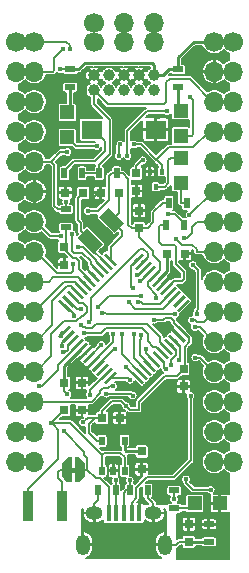
<source format=gtl>
G04 #@! TF.GenerationSoftware,KiCad,Pcbnew,5.1.6-c6e7f7d~86~ubuntu18.04.1*
G04 #@! TF.CreationDate,2020-06-07T15:31:20-07:00*
G04 #@! TF.ProjectId,Empyrean,456d7079-7265-4616-9e2e-6b696361645f,A*
G04 #@! TF.SameCoordinates,Original*
G04 #@! TF.FileFunction,Copper,L1,Top*
G04 #@! TF.FilePolarity,Positive*
%FSLAX46Y46*%
G04 Gerber Fmt 4.6, Leading zero omitted, Abs format (unit mm)*
G04 Created by KiCad (PCBNEW 5.1.6-c6e7f7d~86~ubuntu18.04.1) date 2020-06-07 15:31:20*
%MOMM*%
%LPD*%
G01*
G04 APERTURE LIST*
G04 #@! TA.AperFunction,EtchedComponent*
%ADD10C,0.100000*%
G04 #@! TD*
G04 #@! TA.AperFunction,SMDPad,CuDef*
%ADD11C,0.100000*%
G04 #@! TD*
G04 #@! TA.AperFunction,SMDPad,CuDef*
%ADD12R,0.400000X0.510000*%
G04 #@! TD*
G04 #@! TA.AperFunction,SMDPad,CuDef*
%ADD13R,1.200000X1.200000*%
G04 #@! TD*
G04 #@! TA.AperFunction,SMDPad,CuDef*
%ADD14R,0.508000X0.762000*%
G04 #@! TD*
G04 #@! TA.AperFunction,ComponentPad*
%ADD15O,1.200000X1.750000*%
G04 #@! TD*
G04 #@! TA.AperFunction,ComponentPad*
%ADD16O,1.450000X1.150000*%
G04 #@! TD*
G04 #@! TA.AperFunction,SMDPad,CuDef*
%ADD17R,0.400000X1.350000*%
G04 #@! TD*
G04 #@! TA.AperFunction,ComponentPad*
%ADD18C,1.000000*%
G04 #@! TD*
G04 #@! TA.AperFunction,ComponentPad*
%ADD19O,1.700000X1.700000*%
G04 #@! TD*
G04 #@! TA.AperFunction,ComponentPad*
%ADD20C,1.700000*%
G04 #@! TD*
G04 #@! TA.AperFunction,SMDPad,CuDef*
%ADD21R,0.750000X0.800000*%
G04 #@! TD*
G04 #@! TA.AperFunction,SMDPad,CuDef*
%ADD22R,0.800000X0.750000*%
G04 #@! TD*
G04 #@! TA.AperFunction,SMDPad,CuDef*
%ADD23R,0.900000X2.500000*%
G04 #@! TD*
G04 #@! TA.AperFunction,SMDPad,CuDef*
%ADD24R,0.900000X0.500000*%
G04 #@! TD*
G04 #@! TA.AperFunction,SMDPad,CuDef*
%ADD25R,0.500000X0.900000*%
G04 #@! TD*
G04 #@! TA.AperFunction,SMDPad,CuDef*
%ADD26R,1.800000X1.600000*%
G04 #@! TD*
G04 #@! TA.AperFunction,ViaPad*
%ADD27C,0.400000*%
G04 #@! TD*
G04 #@! TA.AperFunction,Conductor*
%ADD28C,0.200000*%
G04 #@! TD*
G04 #@! TA.AperFunction,Conductor*
%ADD29C,0.250000*%
G04 #@! TD*
G04 #@! TA.AperFunction,Conductor*
%ADD30C,0.140000*%
G04 #@! TD*
G04 APERTURE END LIST*
D10*
G36*
X129720000Y-137640000D02*
G01*
X130020000Y-137640000D01*
X130020000Y-137990000D01*
X129720000Y-137990000D01*
X129720000Y-137640000D01*
G37*
X129720000Y-137640000D02*
X130020000Y-137640000D01*
X130020000Y-137990000D01*
X129720000Y-137990000D01*
X129720000Y-137640000D01*
G04 #@! TA.AperFunction,SMDPad,CuDef*
D11*
G36*
X130010245Y-138839039D02*
G01*
X130000866Y-138836194D01*
X129992221Y-138831573D01*
X129984645Y-138825355D01*
X129978427Y-138817779D01*
X129973806Y-138809134D01*
X129970961Y-138799755D01*
X129970000Y-138790000D01*
X129970000Y-136790000D01*
X129970961Y-136780245D01*
X129973806Y-136770866D01*
X129978427Y-136762221D01*
X129984645Y-136754645D01*
X129992221Y-136748427D01*
X130000866Y-136743806D01*
X130010245Y-136740961D01*
X130020000Y-136740000D01*
X130320000Y-136740000D01*
X130329755Y-136740961D01*
X130339134Y-136743806D01*
X130347779Y-136748427D01*
X130355355Y-136754645D01*
X130855355Y-137254645D01*
X130861573Y-137262221D01*
X130866194Y-137270866D01*
X130869039Y-137280245D01*
X130870000Y-137290000D01*
X130870000Y-138290000D01*
X130869039Y-138299755D01*
X130866194Y-138309134D01*
X130861573Y-138317779D01*
X130855355Y-138325355D01*
X130355355Y-138825355D01*
X130347779Y-138831573D01*
X130339134Y-138836194D01*
X130329755Y-138839039D01*
X130320000Y-138840000D01*
X130020000Y-138840000D01*
X130010245Y-138839039D01*
G37*
G04 #@! TD.AperFunction*
G04 #@! TA.AperFunction,SMDPad,CuDef*
G36*
X129310245Y-138839039D02*
G01*
X129300866Y-138836194D01*
X129292221Y-138831573D01*
X129284645Y-138825355D01*
X129280957Y-138821235D01*
X128880957Y-138321235D01*
X128875613Y-138313018D01*
X128871976Y-138303916D01*
X128870000Y-138290000D01*
X128870000Y-137290000D01*
X128870961Y-137280245D01*
X128873806Y-137270866D01*
X128878427Y-137262221D01*
X128884645Y-137254645D01*
X129384645Y-136754645D01*
X129392221Y-136748427D01*
X129400866Y-136743806D01*
X129410245Y-136740961D01*
X129420000Y-136740000D01*
X129720000Y-136740000D01*
X129729755Y-136740961D01*
X129739134Y-136743806D01*
X129747779Y-136748427D01*
X129755355Y-136754645D01*
X129761573Y-136762221D01*
X129766194Y-136770866D01*
X129769039Y-136780245D01*
X129770000Y-136790000D01*
X129770000Y-138790000D01*
X129769039Y-138799755D01*
X129766194Y-138809134D01*
X129761573Y-138817779D01*
X129755355Y-138825355D01*
X129747779Y-138831573D01*
X129739134Y-138836194D01*
X129729755Y-138839039D01*
X129720000Y-138840000D01*
X129320000Y-138840000D01*
X129310245Y-138839039D01*
G37*
G04 #@! TD.AperFunction*
D12*
X136850000Y-113850000D03*
X137350000Y-112550000D03*
X136350000Y-112550000D03*
D13*
X129350000Y-109650000D03*
X129350000Y-107550000D03*
X138950000Y-109500000D03*
X138950000Y-107400000D03*
X138950000Y-111400000D03*
X138950000Y-113500000D03*
X142250000Y-140650000D03*
X140150000Y-140650000D03*
D14*
X134202500Y-135330000D03*
X133250000Y-137870000D03*
X132297500Y-135330000D03*
X134202500Y-137870000D03*
X132297500Y-137870000D03*
D15*
X130650000Y-144150000D03*
X137650000Y-144150000D03*
D16*
X131650000Y-141450000D03*
X136650000Y-141450000D03*
D17*
X135450000Y-141450000D03*
X134800000Y-141450000D03*
X134150000Y-141450000D03*
X133500000Y-141450000D03*
X132850000Y-141450000D03*
D18*
X131610000Y-105685000D03*
X131610000Y-104415000D03*
X132880000Y-105685000D03*
X132880000Y-104415000D03*
X134150000Y-105685000D03*
X134150000Y-104415000D03*
X135420000Y-105685000D03*
X135420000Y-104415000D03*
X136690000Y-105685000D03*
X136690000Y-104415000D03*
D19*
X136690000Y-101550000D03*
X134150000Y-101550000D03*
D20*
X131610000Y-101550000D03*
D19*
X125010000Y-137110000D03*
X125010000Y-134570000D03*
X125010000Y-132030000D03*
X125010000Y-129490000D03*
X125010000Y-126950000D03*
X125010000Y-124410000D03*
X125010000Y-121870000D03*
X125010000Y-119330000D03*
X125010000Y-116790000D03*
X125010000Y-114250000D03*
X125010000Y-111710000D03*
X125010000Y-109170000D03*
X125010000Y-106630000D03*
X125010000Y-104090000D03*
D20*
X125010000Y-101550000D03*
X143370000Y-101550000D03*
D19*
X143370000Y-104090000D03*
X143370000Y-106630000D03*
X143370000Y-109170000D03*
X143370000Y-111710000D03*
X143370000Y-114250000D03*
X143370000Y-116790000D03*
X143370000Y-119330000D03*
X143370000Y-121870000D03*
X143370000Y-124410000D03*
X143370000Y-126950000D03*
X143370000Y-129490000D03*
X143370000Y-132030000D03*
X143370000Y-134570000D03*
X143370000Y-137110000D03*
D20*
X141800000Y-101550000D03*
D19*
X141800000Y-104090000D03*
X141800000Y-106630000D03*
X141800000Y-109170000D03*
X141800000Y-111710000D03*
X141800000Y-114250000D03*
X141800000Y-116790000D03*
X141800000Y-119330000D03*
X141800000Y-121870000D03*
X141800000Y-124410000D03*
X141800000Y-126950000D03*
X141800000Y-129490000D03*
X141800000Y-132030000D03*
X141800000Y-134570000D03*
X141800000Y-137110000D03*
D20*
X126550000Y-101550000D03*
D19*
X126550000Y-104090000D03*
X126550000Y-106630000D03*
X126550000Y-109170000D03*
X126550000Y-111710000D03*
X126550000Y-114250000D03*
X126550000Y-116790000D03*
X126550000Y-119330000D03*
X126550000Y-121870000D03*
X126550000Y-124410000D03*
X126550000Y-126950000D03*
X126550000Y-129490000D03*
X126550000Y-132030000D03*
X126550000Y-134570000D03*
X126550000Y-137110000D03*
D21*
X139650000Y-142400000D03*
X139650000Y-143900000D03*
X129100000Y-118950000D03*
X129100000Y-120450000D03*
D22*
X129100000Y-132750000D03*
X130600000Y-132750000D03*
X133700000Y-114350000D03*
X132200000Y-114350000D03*
X130700000Y-114350000D03*
X129200000Y-114350000D03*
D21*
X135650000Y-136250000D03*
X135650000Y-137750000D03*
D22*
X132300000Y-133400000D03*
X133800000Y-133400000D03*
D21*
X135450000Y-117350000D03*
X135450000Y-115850000D03*
D22*
X139300000Y-119500000D03*
X137800000Y-119500000D03*
X129100000Y-130450000D03*
X130600000Y-130450000D03*
D21*
X135200000Y-112700000D03*
X135200000Y-114200000D03*
D23*
X128900000Y-140900000D03*
X126000000Y-140900000D03*
D24*
X129250000Y-115750000D03*
X129250000Y-117250000D03*
X129600000Y-103900000D03*
X129600000Y-105400000D03*
X141350000Y-142400000D03*
X141350000Y-143900000D03*
D25*
X137700000Y-117100000D03*
X139200000Y-117100000D03*
D24*
X138750000Y-103900000D03*
X138750000Y-105400000D03*
D25*
X137950000Y-115200000D03*
X139450000Y-115200000D03*
D24*
X138400000Y-139550000D03*
X138400000Y-141050000D03*
D25*
X133550000Y-112700000D03*
X132050000Y-112700000D03*
X129100000Y-112700000D03*
X130600000Y-112700000D03*
D26*
X131450000Y-109000000D03*
X136850000Y-109000000D03*
D25*
X134650000Y-139550000D03*
X136150000Y-139550000D03*
X133450000Y-139550000D03*
X131950000Y-139550000D03*
G04 #@! TA.AperFunction,SMDPad,CuDef*
D11*
G36*
X132801040Y-115605457D02*
G01*
X134144543Y-116948960D01*
X133366726Y-117726777D01*
X132023223Y-116383274D01*
X132801040Y-115605457D01*
G37*
G04 #@! TD.AperFunction*
G04 #@! TA.AperFunction,SMDPad,CuDef*
G36*
X131033274Y-117373223D02*
G01*
X132376777Y-118716726D01*
X131598960Y-119494543D01*
X130255457Y-118151040D01*
X131033274Y-117373223D01*
G37*
G04 #@! TD.AperFunction*
G04 #@! TA.AperFunction,SMDPad,CuDef*
G36*
X132470621Y-119608311D02*
G01*
X132647398Y-119431534D01*
X133566637Y-120350773D01*
X133389860Y-120527550D01*
X132470621Y-119608311D01*
G37*
G04 #@! TD.AperFunction*
G04 #@! TA.AperFunction,SMDPad,CuDef*
G36*
X132117068Y-119961864D02*
G01*
X132293845Y-119785087D01*
X133213084Y-120704326D01*
X133036307Y-120881103D01*
X132117068Y-119961864D01*
G37*
G04 #@! TD.AperFunction*
G04 #@! TA.AperFunction,SMDPad,CuDef*
G36*
X131763514Y-120315418D02*
G01*
X131940291Y-120138641D01*
X132859530Y-121057880D01*
X132682753Y-121234657D01*
X131763514Y-120315418D01*
G37*
G04 #@! TD.AperFunction*
G04 #@! TA.AperFunction,SMDPad,CuDef*
G36*
X131409961Y-120668971D02*
G01*
X131586738Y-120492194D01*
X132505977Y-121411433D01*
X132329200Y-121588210D01*
X131409961Y-120668971D01*
G37*
G04 #@! TD.AperFunction*
G04 #@! TA.AperFunction,SMDPad,CuDef*
G36*
X131056408Y-121022524D02*
G01*
X131233185Y-120845747D01*
X132152424Y-121764986D01*
X131975647Y-121941763D01*
X131056408Y-121022524D01*
G37*
G04 #@! TD.AperFunction*
G04 #@! TA.AperFunction,SMDPad,CuDef*
G36*
X130702854Y-121376078D02*
G01*
X130879631Y-121199301D01*
X131798870Y-122118540D01*
X131622093Y-122295317D01*
X130702854Y-121376078D01*
G37*
G04 #@! TD.AperFunction*
G04 #@! TA.AperFunction,SMDPad,CuDef*
G36*
X130349301Y-121729631D02*
G01*
X130526078Y-121552854D01*
X131445317Y-122472093D01*
X131268540Y-122648870D01*
X130349301Y-121729631D01*
G37*
G04 #@! TD.AperFunction*
G04 #@! TA.AperFunction,SMDPad,CuDef*
G36*
X129995747Y-122083185D02*
G01*
X130172524Y-121906408D01*
X131091763Y-122825647D01*
X130914986Y-123002424D01*
X129995747Y-122083185D01*
G37*
G04 #@! TD.AperFunction*
G04 #@! TA.AperFunction,SMDPad,CuDef*
G36*
X129642194Y-122436738D02*
G01*
X129818971Y-122259961D01*
X130738210Y-123179200D01*
X130561433Y-123355977D01*
X129642194Y-122436738D01*
G37*
G04 #@! TD.AperFunction*
G04 #@! TA.AperFunction,SMDPad,CuDef*
G36*
X129288641Y-122790291D02*
G01*
X129465418Y-122613514D01*
X130384657Y-123532753D01*
X130207880Y-123709530D01*
X129288641Y-122790291D01*
G37*
G04 #@! TD.AperFunction*
G04 #@! TA.AperFunction,SMDPad,CuDef*
G36*
X128935087Y-123143845D02*
G01*
X129111864Y-122967068D01*
X130031103Y-123886307D01*
X129854326Y-124063084D01*
X128935087Y-123143845D01*
G37*
G04 #@! TD.AperFunction*
G04 #@! TA.AperFunction,SMDPad,CuDef*
G36*
X128581534Y-123497398D02*
G01*
X128758311Y-123320621D01*
X129677550Y-124239860D01*
X129500773Y-124416637D01*
X128581534Y-123497398D01*
G37*
G04 #@! TD.AperFunction*
G04 #@! TA.AperFunction,SMDPad,CuDef*
G36*
X128758311Y-126679379D02*
G01*
X128581534Y-126502602D01*
X129500773Y-125583363D01*
X129677550Y-125760140D01*
X128758311Y-126679379D01*
G37*
G04 #@! TD.AperFunction*
G04 #@! TA.AperFunction,SMDPad,CuDef*
G36*
X129111864Y-127032932D02*
G01*
X128935087Y-126856155D01*
X129854326Y-125936916D01*
X130031103Y-126113693D01*
X129111864Y-127032932D01*
G37*
G04 #@! TD.AperFunction*
G04 #@! TA.AperFunction,SMDPad,CuDef*
G36*
X129465418Y-127386486D02*
G01*
X129288641Y-127209709D01*
X130207880Y-126290470D01*
X130384657Y-126467247D01*
X129465418Y-127386486D01*
G37*
G04 #@! TD.AperFunction*
G04 #@! TA.AperFunction,SMDPad,CuDef*
G36*
X129818971Y-127740039D02*
G01*
X129642194Y-127563262D01*
X130561433Y-126644023D01*
X130738210Y-126820800D01*
X129818971Y-127740039D01*
G37*
G04 #@! TD.AperFunction*
G04 #@! TA.AperFunction,SMDPad,CuDef*
G36*
X130172524Y-128093592D02*
G01*
X129995747Y-127916815D01*
X130914986Y-126997576D01*
X131091763Y-127174353D01*
X130172524Y-128093592D01*
G37*
G04 #@! TD.AperFunction*
G04 #@! TA.AperFunction,SMDPad,CuDef*
G36*
X130526078Y-128447146D02*
G01*
X130349301Y-128270369D01*
X131268540Y-127351130D01*
X131445317Y-127527907D01*
X130526078Y-128447146D01*
G37*
G04 #@! TD.AperFunction*
G04 #@! TA.AperFunction,SMDPad,CuDef*
G36*
X130879631Y-128800699D02*
G01*
X130702854Y-128623922D01*
X131622093Y-127704683D01*
X131798870Y-127881460D01*
X130879631Y-128800699D01*
G37*
G04 #@! TD.AperFunction*
G04 #@! TA.AperFunction,SMDPad,CuDef*
G36*
X131233185Y-129154253D02*
G01*
X131056408Y-128977476D01*
X131975647Y-128058237D01*
X132152424Y-128235014D01*
X131233185Y-129154253D01*
G37*
G04 #@! TD.AperFunction*
G04 #@! TA.AperFunction,SMDPad,CuDef*
G36*
X131586738Y-129507806D02*
G01*
X131409961Y-129331029D01*
X132329200Y-128411790D01*
X132505977Y-128588567D01*
X131586738Y-129507806D01*
G37*
G04 #@! TD.AperFunction*
G04 #@! TA.AperFunction,SMDPad,CuDef*
G36*
X131940291Y-129861359D02*
G01*
X131763514Y-129684582D01*
X132682753Y-128765343D01*
X132859530Y-128942120D01*
X131940291Y-129861359D01*
G37*
G04 #@! TD.AperFunction*
G04 #@! TA.AperFunction,SMDPad,CuDef*
G36*
X132293845Y-130214913D02*
G01*
X132117068Y-130038136D01*
X133036307Y-129118897D01*
X133213084Y-129295674D01*
X132293845Y-130214913D01*
G37*
G04 #@! TD.AperFunction*
G04 #@! TA.AperFunction,SMDPad,CuDef*
G36*
X132647398Y-130568466D02*
G01*
X132470621Y-130391689D01*
X133389860Y-129472450D01*
X133566637Y-129649227D01*
X132647398Y-130568466D01*
G37*
G04 #@! TD.AperFunction*
G04 #@! TA.AperFunction,SMDPad,CuDef*
G36*
X134733363Y-129649227D02*
G01*
X134910140Y-129472450D01*
X135829379Y-130391689D01*
X135652602Y-130568466D01*
X134733363Y-129649227D01*
G37*
G04 #@! TD.AperFunction*
G04 #@! TA.AperFunction,SMDPad,CuDef*
G36*
X135086916Y-129295674D02*
G01*
X135263693Y-129118897D01*
X136182932Y-130038136D01*
X136006155Y-130214913D01*
X135086916Y-129295674D01*
G37*
G04 #@! TD.AperFunction*
G04 #@! TA.AperFunction,SMDPad,CuDef*
G36*
X135440470Y-128942120D02*
G01*
X135617247Y-128765343D01*
X136536486Y-129684582D01*
X136359709Y-129861359D01*
X135440470Y-128942120D01*
G37*
G04 #@! TD.AperFunction*
G04 #@! TA.AperFunction,SMDPad,CuDef*
G36*
X135794023Y-128588567D02*
G01*
X135970800Y-128411790D01*
X136890039Y-129331029D01*
X136713262Y-129507806D01*
X135794023Y-128588567D01*
G37*
G04 #@! TD.AperFunction*
G04 #@! TA.AperFunction,SMDPad,CuDef*
G36*
X136147576Y-128235014D02*
G01*
X136324353Y-128058237D01*
X137243592Y-128977476D01*
X137066815Y-129154253D01*
X136147576Y-128235014D01*
G37*
G04 #@! TD.AperFunction*
G04 #@! TA.AperFunction,SMDPad,CuDef*
G36*
X136501130Y-127881460D02*
G01*
X136677907Y-127704683D01*
X137597146Y-128623922D01*
X137420369Y-128800699D01*
X136501130Y-127881460D01*
G37*
G04 #@! TD.AperFunction*
G04 #@! TA.AperFunction,SMDPad,CuDef*
G36*
X136854683Y-127527907D02*
G01*
X137031460Y-127351130D01*
X137950699Y-128270369D01*
X137773922Y-128447146D01*
X136854683Y-127527907D01*
G37*
G04 #@! TD.AperFunction*
G04 #@! TA.AperFunction,SMDPad,CuDef*
G36*
X137208237Y-127174353D02*
G01*
X137385014Y-126997576D01*
X138304253Y-127916815D01*
X138127476Y-128093592D01*
X137208237Y-127174353D01*
G37*
G04 #@! TD.AperFunction*
G04 #@! TA.AperFunction,SMDPad,CuDef*
G36*
X137561790Y-126820800D02*
G01*
X137738567Y-126644023D01*
X138657806Y-127563262D01*
X138481029Y-127740039D01*
X137561790Y-126820800D01*
G37*
G04 #@! TD.AperFunction*
G04 #@! TA.AperFunction,SMDPad,CuDef*
G36*
X137915343Y-126467247D02*
G01*
X138092120Y-126290470D01*
X139011359Y-127209709D01*
X138834582Y-127386486D01*
X137915343Y-126467247D01*
G37*
G04 #@! TD.AperFunction*
G04 #@! TA.AperFunction,SMDPad,CuDef*
G36*
X138268897Y-126113693D02*
G01*
X138445674Y-125936916D01*
X139364913Y-126856155D01*
X139188136Y-127032932D01*
X138268897Y-126113693D01*
G37*
G04 #@! TD.AperFunction*
G04 #@! TA.AperFunction,SMDPad,CuDef*
G36*
X138622450Y-125760140D02*
G01*
X138799227Y-125583363D01*
X139718466Y-126502602D01*
X139541689Y-126679379D01*
X138622450Y-125760140D01*
G37*
G04 #@! TD.AperFunction*
G04 #@! TA.AperFunction,SMDPad,CuDef*
G36*
X138799227Y-124416637D02*
G01*
X138622450Y-124239860D01*
X139541689Y-123320621D01*
X139718466Y-123497398D01*
X138799227Y-124416637D01*
G37*
G04 #@! TD.AperFunction*
G04 #@! TA.AperFunction,SMDPad,CuDef*
G36*
X138445674Y-124063084D02*
G01*
X138268897Y-123886307D01*
X139188136Y-122967068D01*
X139364913Y-123143845D01*
X138445674Y-124063084D01*
G37*
G04 #@! TD.AperFunction*
G04 #@! TA.AperFunction,SMDPad,CuDef*
G36*
X138092120Y-123709530D02*
G01*
X137915343Y-123532753D01*
X138834582Y-122613514D01*
X139011359Y-122790291D01*
X138092120Y-123709530D01*
G37*
G04 #@! TD.AperFunction*
G04 #@! TA.AperFunction,SMDPad,CuDef*
G36*
X137738567Y-123355977D02*
G01*
X137561790Y-123179200D01*
X138481029Y-122259961D01*
X138657806Y-122436738D01*
X137738567Y-123355977D01*
G37*
G04 #@! TD.AperFunction*
G04 #@! TA.AperFunction,SMDPad,CuDef*
G36*
X137385014Y-123002424D02*
G01*
X137208237Y-122825647D01*
X138127476Y-121906408D01*
X138304253Y-122083185D01*
X137385014Y-123002424D01*
G37*
G04 #@! TD.AperFunction*
G04 #@! TA.AperFunction,SMDPad,CuDef*
G36*
X137031460Y-122648870D02*
G01*
X136854683Y-122472093D01*
X137773922Y-121552854D01*
X137950699Y-121729631D01*
X137031460Y-122648870D01*
G37*
G04 #@! TD.AperFunction*
G04 #@! TA.AperFunction,SMDPad,CuDef*
G36*
X136677907Y-122295317D02*
G01*
X136501130Y-122118540D01*
X137420369Y-121199301D01*
X137597146Y-121376078D01*
X136677907Y-122295317D01*
G37*
G04 #@! TD.AperFunction*
G04 #@! TA.AperFunction,SMDPad,CuDef*
G36*
X136324353Y-121941763D02*
G01*
X136147576Y-121764986D01*
X137066815Y-120845747D01*
X137243592Y-121022524D01*
X136324353Y-121941763D01*
G37*
G04 #@! TD.AperFunction*
G04 #@! TA.AperFunction,SMDPad,CuDef*
G36*
X135970800Y-121588210D02*
G01*
X135794023Y-121411433D01*
X136713262Y-120492194D01*
X136890039Y-120668971D01*
X135970800Y-121588210D01*
G37*
G04 #@! TD.AperFunction*
G04 #@! TA.AperFunction,SMDPad,CuDef*
G36*
X135617247Y-121234657D02*
G01*
X135440470Y-121057880D01*
X136359709Y-120138641D01*
X136536486Y-120315418D01*
X135617247Y-121234657D01*
G37*
G04 #@! TD.AperFunction*
G04 #@! TA.AperFunction,SMDPad,CuDef*
G36*
X135263693Y-120881103D02*
G01*
X135086916Y-120704326D01*
X136006155Y-119785087D01*
X136182932Y-119961864D01*
X135263693Y-120881103D01*
G37*
G04 #@! TD.AperFunction*
G04 #@! TA.AperFunction,SMDPad,CuDef*
G36*
X134910140Y-120527550D02*
G01*
X134733363Y-120350773D01*
X135652602Y-119431534D01*
X135829379Y-119608311D01*
X134910140Y-120527550D01*
G37*
G04 #@! TD.AperFunction*
D21*
X139200000Y-129250000D03*
X139200000Y-130750000D03*
D19*
X136690000Y-100000000D03*
X134150000Y-100000000D03*
D20*
X131610000Y-100000000D03*
D27*
X131639979Y-134132906D03*
X129200000Y-113550000D03*
X130821080Y-120328912D03*
X138739979Y-121344249D03*
X139295985Y-120448104D03*
X139600000Y-122250000D03*
X137850000Y-125450000D03*
X133750000Y-132550000D03*
X133250000Y-134350000D03*
X130600000Y-131450000D03*
X131950000Y-132300000D03*
X137300000Y-140550000D03*
X135700000Y-140550000D03*
X134850000Y-137250000D03*
X133250000Y-136900000D03*
X135450000Y-109000000D03*
X135450000Y-110800000D03*
X139270000Y-108460000D03*
X137600000Y-110150000D03*
X129100000Y-119700000D03*
X137000000Y-107900000D03*
X140450000Y-132850000D03*
X137050000Y-132050000D03*
X139650000Y-102850000D03*
X129200000Y-116500000D03*
X130906445Y-116863321D03*
X127994947Y-133822658D03*
X141500000Y-139500000D03*
X130694258Y-133786249D03*
X134335592Y-132400977D03*
X128750000Y-103900000D03*
X129250000Y-115105002D03*
X136900000Y-123250000D03*
X136700000Y-125100000D03*
X139400000Y-138600000D03*
X129366053Y-110900000D03*
X129366053Y-131407517D03*
X131080001Y-115893045D03*
X131846605Y-110380352D03*
X134563544Y-123581042D03*
X134900000Y-122450000D03*
X139750000Y-106250000D03*
X133450000Y-138700000D03*
X138150000Y-128950000D03*
X138822218Y-128473682D03*
X134650000Y-138700000D03*
X139979398Y-120458066D03*
X139800000Y-131549990D03*
X137900000Y-116150000D03*
X140300000Y-124600000D03*
X135272367Y-121270430D03*
X135475583Y-121813666D03*
X135300000Y-123575022D03*
X135750001Y-111600000D03*
X132233461Y-127224937D03*
X133401569Y-127551569D03*
X133215190Y-126280010D03*
X130509706Y-125529536D03*
X129600000Y-102150000D03*
X130798124Y-126255381D03*
X129000000Y-102150000D03*
X128800021Y-118014677D03*
X129750002Y-117850000D03*
X129861068Y-120350009D03*
X130235011Y-118950000D03*
X131193607Y-125324473D03*
X133226007Y-130718112D03*
X126970635Y-130683848D03*
X128950010Y-127845532D03*
X133850000Y-110249980D03*
X134969990Y-110250000D03*
X133700000Y-111250000D03*
X133960171Y-126280010D03*
X134450000Y-111250000D03*
X135595967Y-126429614D03*
X137800000Y-107450000D03*
X139700000Y-116200000D03*
X134362771Y-129137228D03*
X135035581Y-126280010D03*
X139208312Y-118169425D03*
X135626686Y-123050012D03*
X131919467Y-123998304D03*
X138583437Y-118254464D03*
X129910043Y-124750000D03*
X138482116Y-124642874D03*
X132269990Y-124495839D03*
X130520898Y-124201442D03*
X137698201Y-129290734D03*
X139910918Y-125136394D03*
X136000000Y-127600000D03*
X140132201Y-125701134D03*
X134652921Y-130175333D03*
X140186181Y-128301332D03*
X134894193Y-131515355D03*
X132633618Y-131363604D03*
X128830010Y-126443867D03*
X128913296Y-127279917D03*
X131269990Y-131444067D03*
X138400000Y-140300000D03*
X129050000Y-134510000D03*
D28*
X131682319Y-134132906D02*
X131639979Y-134132906D01*
X131899410Y-134349997D02*
X131682319Y-134132906D01*
X131899413Y-134350000D02*
X131899410Y-134349997D01*
X133250000Y-134350000D02*
X131899413Y-134350000D01*
X129200000Y-114350000D02*
X129200000Y-113550000D01*
X130821080Y-120610419D02*
X130821080Y-120328912D01*
X131604416Y-121393755D02*
X130821080Y-120610419D01*
X138457137Y-121344249D02*
X138739979Y-121344249D01*
X138159304Y-121344249D02*
X138457137Y-121344249D01*
X137402691Y-122100862D02*
X138159304Y-121344249D01*
X139300000Y-119500000D02*
X139300000Y-120444089D01*
X139300000Y-120444089D02*
X139295985Y-120448104D01*
X139600000Y-120752119D02*
X139295985Y-120448104D01*
X139600000Y-122250000D02*
X139600000Y-120752119D01*
X138816905Y-126416905D02*
X137850000Y-125450000D01*
X138816905Y-126484924D02*
X138816905Y-126416905D01*
X133800000Y-133400000D02*
X133800000Y-132600000D01*
X133800000Y-132600000D02*
X133750000Y-132550000D01*
X133800000Y-133400000D02*
X133800000Y-133800000D01*
X133800000Y-133800000D02*
X133250000Y-134350000D01*
X133800000Y-133400000D02*
X133775000Y-133400000D01*
X130600000Y-130450000D02*
X130600000Y-131450000D01*
X131500001Y-132499999D02*
X131250000Y-132750000D01*
X131250000Y-132750000D02*
X130600000Y-132750000D01*
X131950000Y-132300000D02*
X131750001Y-132499999D01*
X131750001Y-132499999D02*
X131500001Y-132499999D01*
X135450000Y-141450000D02*
X135450000Y-140800000D01*
X135450000Y-140800000D02*
X135700000Y-140550000D01*
X134850000Y-137650000D02*
X134950000Y-137750000D01*
X134950000Y-137750000D02*
X135650000Y-137750000D01*
X134850000Y-137250000D02*
X134850000Y-137650000D01*
X133250000Y-137870000D02*
X133250000Y-136900000D01*
X135450000Y-109000000D02*
X136850000Y-109000000D01*
X132200000Y-114350000D02*
X131986642Y-114350000D01*
X130649999Y-116606875D02*
X130906445Y-116863321D01*
X130649999Y-115686643D02*
X130649999Y-116606875D01*
X131986642Y-114350000D02*
X130649999Y-115686643D01*
X138850000Y-143900000D02*
X138600000Y-144150000D01*
X138600000Y-144150000D02*
X137650000Y-144150000D01*
X139650000Y-143900000D02*
X138850000Y-143900000D01*
X136500000Y-140550000D02*
X136525000Y-140550000D01*
X136525000Y-140550000D02*
X136650000Y-140675000D01*
X136650000Y-140675000D02*
X136650000Y-141450000D01*
X136150000Y-139550000D02*
X136150000Y-140200000D01*
X136150000Y-140200000D02*
X136500000Y-140550000D01*
X131650000Y-141450000D02*
X131650000Y-140675000D01*
X131650000Y-140675000D02*
X131950000Y-140375000D01*
X131950000Y-140375000D02*
X131950000Y-139550000D01*
D29*
X141350000Y-143900000D02*
X139650000Y-143900000D01*
D28*
X129100000Y-119147820D02*
X129100000Y-118950000D01*
X130112567Y-119869999D02*
X129822179Y-119869999D01*
X131250862Y-121747309D02*
X130341078Y-120837525D01*
X130341078Y-120837525D02*
X130341078Y-120098510D01*
X130341078Y-120098510D02*
X130112567Y-119869999D01*
X129822179Y-119869999D02*
X129100000Y-119147820D01*
X129250000Y-118800000D02*
X129100000Y-118950000D01*
X129250000Y-117250000D02*
X129250000Y-118800000D01*
X132297500Y-137870000D02*
X132297500Y-136552500D01*
X134202500Y-136752500D02*
X134202500Y-137870000D01*
X133850000Y-136400000D02*
X134202500Y-136752500D01*
X132450000Y-136400000D02*
X133850000Y-136400000D01*
X132297500Y-136552500D02*
X132450000Y-136400000D01*
X129100000Y-132750000D02*
X129125000Y-132750000D01*
X128589990Y-134417701D02*
X128194946Y-134022657D01*
X128277789Y-133822658D02*
X127994947Y-133822658D01*
X129075000Y-132750000D02*
X128002342Y-133822658D01*
X128002342Y-133822658D02*
X127994947Y-133822658D01*
X128194946Y-134022657D02*
X127994947Y-133822658D01*
X126000000Y-139450000D02*
X128589990Y-136860010D01*
X126000000Y-140900000D02*
X126000000Y-139450000D01*
X128589990Y-136860010D02*
X128589990Y-134417701D01*
X132297500Y-136552500D02*
X129567658Y-133822658D01*
X129567658Y-133822658D02*
X128277789Y-133822658D01*
X129100000Y-132750000D02*
X129075000Y-132750000D01*
X133083883Y-116666117D02*
X133700000Y-116050000D01*
X133700000Y-116050000D02*
X133700000Y-114350000D01*
X134000000Y-118000000D02*
X134000000Y-117582234D01*
X134000000Y-117582234D02*
X133083883Y-116666117D01*
X133018629Y-118981371D02*
X134000000Y-118000000D01*
X133018629Y-119979542D02*
X133018629Y-118981371D01*
X132665076Y-120333095D02*
X131316117Y-118984136D01*
X131316117Y-118984136D02*
X131316117Y-118433883D01*
X131316117Y-118433883D02*
X130480002Y-117597768D01*
X130480002Y-117597768D02*
X130480002Y-116918598D01*
X130256402Y-114793598D02*
X130700000Y-114350000D01*
X130256402Y-116694998D02*
X130256402Y-114793598D01*
X130480002Y-116918598D02*
X130256402Y-116694998D01*
D29*
X134200000Y-136150000D02*
X134300000Y-136250000D01*
X134300000Y-136250000D02*
X135650000Y-136250000D01*
X134200000Y-135459500D02*
X134200000Y-136150000D01*
X134202500Y-135330000D02*
X134202500Y-135457000D01*
X134202500Y-135457000D02*
X134200000Y-135459500D01*
D28*
X139400000Y-138600000D02*
X139400000Y-138500000D01*
X139400000Y-138600000D02*
X139400000Y-138900000D01*
X140000000Y-139500000D02*
X141500000Y-139500000D01*
X139400000Y-138900000D02*
X140000000Y-139500000D01*
X131080507Y-133400000D02*
X130894257Y-133586250D01*
X132300000Y-133400000D02*
X131080507Y-133400000D01*
X131700000Y-133400000D02*
X132300000Y-133400000D01*
X131843500Y-135330000D02*
X131159977Y-134646477D01*
X132297500Y-135330000D02*
X131843500Y-135330000D01*
X131662481Y-133400000D02*
X131700000Y-133400000D01*
X131159977Y-134646477D02*
X131159977Y-133902504D01*
X131159977Y-133902504D02*
X131662481Y-133400000D01*
X130894257Y-133586250D02*
X130694258Y-133786249D01*
X139170458Y-126131371D02*
X138380002Y-125340915D01*
X137489596Y-125100000D02*
X136982842Y-125100000D01*
X137619598Y-124969998D02*
X137489596Y-125100000D01*
X138380002Y-125219598D02*
X138130402Y-124969998D01*
X138380002Y-125340915D02*
X138380002Y-125219598D01*
X138130402Y-124969998D02*
X137619598Y-124969998D01*
X136982842Y-125100000D02*
X136700000Y-125100000D01*
X134634615Y-132700000D02*
X134535591Y-132600976D01*
X134750000Y-132700000D02*
X134634615Y-132700000D01*
X132300000Y-132825000D02*
X133129688Y-131995312D01*
X132300000Y-133400000D02*
X132300000Y-132825000D01*
X134535591Y-132600976D02*
X134335592Y-132400977D01*
X133929927Y-131995312D02*
X134135593Y-132200978D01*
X134135593Y-132200978D02*
X134335592Y-132400977D01*
X133129688Y-131995312D02*
X133929927Y-131995312D01*
X134750000Y-132700000D02*
X134719998Y-132669998D01*
X132325000Y-133400000D02*
X132300000Y-133400000D01*
X129600000Y-103900000D02*
X128750000Y-103900000D01*
D29*
X130543755Y-127555236D02*
X130543755Y-127545584D01*
X129100000Y-128998991D02*
X130543755Y-127555236D01*
X129100000Y-130450000D02*
X129100000Y-128998991D01*
D28*
X129250000Y-115105002D02*
X129250000Y-115750000D01*
X136900000Y-123250000D02*
X136900000Y-122967158D01*
X136900000Y-122967158D02*
X136165255Y-122232413D01*
X136165255Y-122232413D02*
X136165255Y-121924084D01*
X136165255Y-121924084D02*
X136695584Y-121393755D01*
D29*
X129600000Y-103900000D02*
X130300000Y-103900000D01*
X130300000Y-103900000D02*
X130850000Y-103350000D01*
X130850000Y-103350000D02*
X136550000Y-103350000D01*
X136550000Y-103350000D02*
X136690000Y-103490000D01*
X136690000Y-103490000D02*
X136690000Y-104415000D01*
D28*
X136615263Y-119265263D02*
X135450000Y-118100000D01*
X135450000Y-118100000D02*
X135450000Y-117350000D01*
X137225913Y-120863426D02*
X137225913Y-120200001D01*
X137225913Y-120200001D02*
X136615263Y-119589351D01*
X136615263Y-119589351D02*
X136615263Y-119265263D01*
X128250000Y-112000000D02*
X127960000Y-111710000D01*
X127960000Y-111710000D02*
X126550000Y-111710000D01*
X128250000Y-115450000D02*
X128250000Y-112000000D01*
X129250000Y-115750000D02*
X128550000Y-115750000D01*
X128550000Y-115750000D02*
X128250000Y-115450000D01*
X134500000Y-117050000D02*
X134800000Y-117350000D01*
X134800000Y-117350000D02*
X135450000Y-117350000D01*
X134500000Y-113150000D02*
X134500000Y-117050000D01*
X133550000Y-112700000D02*
X134050000Y-112700000D01*
X134050000Y-112700000D02*
X134500000Y-113150000D01*
X136650000Y-116850000D02*
X136150000Y-117350000D01*
X136150000Y-117350000D02*
X135450000Y-117350000D01*
X136650000Y-116000000D02*
X136650000Y-116850000D01*
X137950000Y-115200000D02*
X137450000Y-115200000D01*
X137450000Y-115200000D02*
X136650000Y-116000000D01*
X137225913Y-120863426D02*
X136695584Y-121393755D01*
D29*
X136690000Y-104415000D02*
X137467817Y-104415000D01*
X137467817Y-104415000D02*
X137982817Y-103900000D01*
X137982817Y-103900000D02*
X138750000Y-103900000D01*
X138750000Y-102850000D02*
X140050000Y-101550000D01*
X140050000Y-101550000D02*
X141800000Y-101550000D01*
X138750000Y-103900000D02*
X138750000Y-102850000D01*
D28*
X128770000Y-110900000D02*
X129083211Y-110900000D01*
X129166054Y-131207518D02*
X129366053Y-131407517D01*
X129100000Y-130450000D02*
X129100000Y-131141464D01*
X127960000Y-111710000D02*
X128770000Y-110900000D01*
X129083211Y-110900000D02*
X129366053Y-110900000D01*
X129100000Y-131141464D02*
X129166054Y-131207518D01*
X137615598Y-129850000D02*
X138650000Y-129850000D01*
X139700787Y-126661700D02*
X139170458Y-126131371D01*
X139284284Y-129215716D02*
X139284284Y-127388967D01*
X139284284Y-127388967D02*
X139700787Y-126972464D01*
X138650000Y-129850000D02*
X139284284Y-129215716D01*
X135400000Y-132700000D02*
X135400000Y-132065598D01*
X134750000Y-132700000D02*
X135400000Y-132700000D01*
X135400000Y-132065598D02*
X137615598Y-129850000D01*
X139700787Y-126972464D02*
X139700787Y-126661700D01*
X133100000Y-112700000D02*
X132880001Y-112919999D01*
X133550000Y-112700000D02*
X133100000Y-112700000D01*
X132880001Y-114949001D02*
X131935957Y-115893045D01*
X132880001Y-112919999D02*
X132880001Y-114949001D01*
X131935957Y-115893045D02*
X131080001Y-115893045D01*
D29*
X137800000Y-119500000D02*
X137800000Y-120996447D01*
X137800000Y-120996447D02*
X137049138Y-121747309D01*
X129600000Y-105400000D02*
X129600000Y-107300000D01*
X129600000Y-107300000D02*
X129350000Y-107550000D01*
D28*
X129350000Y-109650000D02*
X130080352Y-110380352D01*
X130080352Y-110380352D02*
X131563763Y-110380352D01*
X131563763Y-110380352D02*
X131846605Y-110380352D01*
X137045679Y-124147537D02*
X135130039Y-124147537D01*
X135130039Y-124147537D02*
X134563544Y-123581042D01*
X138463351Y-123161522D02*
X137477336Y-124147537D01*
X137477336Y-124147537D02*
X137045679Y-124147537D01*
D29*
X138750000Y-105400000D02*
X138750000Y-107200000D01*
X138750000Y-107200000D02*
X138950000Y-107400000D01*
X138750000Y-107350000D02*
X138950000Y-107550000D01*
D28*
X134751042Y-121971507D02*
X134751042Y-122301042D01*
X134751042Y-122301042D02*
X134900000Y-122450000D01*
X134751042Y-120509871D02*
X134751042Y-121971507D01*
X135281371Y-119979542D02*
X134751042Y-120509871D01*
X140000000Y-109400000D02*
X139900000Y-109500000D01*
X139900000Y-109500000D02*
X138950000Y-109500000D01*
X140000000Y-106500000D02*
X140000000Y-109400000D01*
X139750000Y-106250000D02*
X140000000Y-106500000D01*
X138950000Y-115150000D02*
X139000000Y-115200000D01*
X139000000Y-115200000D02*
X139450000Y-115200000D01*
X138950000Y-113500000D02*
X138950000Y-115150000D01*
X137900000Y-111600000D02*
X137900000Y-113550000D01*
X138950000Y-111400000D02*
X138100000Y-111400000D01*
X137900000Y-111600000D02*
X138100000Y-111400000D01*
X137600000Y-113850000D02*
X136850000Y-113850000D01*
X137900000Y-113550000D02*
X137600000Y-113850000D01*
X138400000Y-141050000D02*
X139750000Y-141050000D01*
X139750000Y-141050000D02*
X140150000Y-140650000D01*
X128900000Y-140900000D02*
X128900000Y-138860000D01*
X128900000Y-138860000D02*
X128570000Y-138530000D01*
X128570000Y-138530000D02*
X128570000Y-138000000D01*
X128780000Y-137790000D02*
X129089999Y-137790000D01*
X128570000Y-138000000D02*
X128780000Y-137790000D01*
X133450000Y-139550000D02*
X133450000Y-138700000D01*
X133450000Y-139550000D02*
X133450000Y-141400000D01*
X133450000Y-141400000D02*
X133500000Y-141450000D01*
X138150000Y-128667158D02*
X138150000Y-128950000D01*
X138564263Y-128052800D02*
X138150000Y-128467063D01*
X138150000Y-128467063D02*
X138150000Y-128667158D01*
X138564263Y-127646496D02*
X138564263Y-128052800D01*
X138109798Y-127192031D02*
X138564263Y-127646496D01*
X134650000Y-139550000D02*
X134650000Y-138700000D01*
X134150000Y-139750000D02*
X134350000Y-139550000D01*
X134350000Y-139550000D02*
X134650000Y-139550000D01*
X134150000Y-141450000D02*
X134150000Y-139750000D01*
X138924273Y-127299400D02*
X138924273Y-128371627D01*
X138924273Y-128371627D02*
X138822218Y-128473682D01*
X138463351Y-126838478D02*
X138924273Y-127299400D01*
X139200000Y-116900000D02*
X138450000Y-116150000D01*
X139200000Y-117100000D02*
X139200000Y-116900000D01*
X138450000Y-116150000D02*
X137900000Y-116150000D01*
X134800000Y-140575000D02*
X134800000Y-141450000D01*
X139800000Y-137000000D02*
X138369999Y-138430001D01*
X139800000Y-131549990D02*
X139800000Y-137000000D01*
X138369999Y-138430001D02*
X136065997Y-138430001D01*
X135180001Y-140194999D02*
X134800000Y-140575000D01*
X136065997Y-138430001D02*
X135180001Y-139315997D01*
X135180001Y-139315997D02*
X135180001Y-140194999D01*
X140300000Y-124317158D02*
X140300000Y-124600000D01*
X139979398Y-120458066D02*
X140450000Y-120928668D01*
X140450000Y-124167158D02*
X140300000Y-124317158D01*
X140450000Y-120928668D02*
X140450000Y-124167158D01*
X135988478Y-120686649D02*
X135404697Y-121270430D01*
X135404697Y-121270430D02*
X135272367Y-121270430D01*
X136342031Y-121040202D02*
X135568567Y-121813666D01*
X135568567Y-121813666D02*
X135475583Y-121813666D01*
X137187766Y-123730001D02*
X135737821Y-123730001D01*
X135737821Y-123730001D02*
X135582842Y-123575022D01*
X135582842Y-123575022D02*
X135300000Y-123575022D01*
X138109798Y-122807969D02*
X137187766Y-123730001D01*
X132950000Y-108200000D02*
X131610000Y-106860000D01*
X131610000Y-106860000D02*
X131610000Y-105685000D01*
X132950000Y-111100000D02*
X132950000Y-108200000D01*
X132050000Y-112700000D02*
X132050000Y-112000000D01*
X132050000Y-112000000D02*
X132950000Y-111100000D01*
X137550000Y-106850000D02*
X132775000Y-106850000D01*
X132775000Y-106850000D02*
X131610000Y-105685000D01*
X137750000Y-106650000D02*
X137550000Y-106850000D01*
X137750000Y-105000000D02*
X137750000Y-106650000D01*
X138050000Y-104700000D02*
X137750000Y-105000000D01*
X139717600Y-104700000D02*
X138050000Y-104700000D01*
X141800000Y-106630000D02*
X141647600Y-106630000D01*
X141647600Y-106630000D02*
X139717600Y-104700000D01*
X130600000Y-112700000D02*
X132050000Y-112700000D01*
X135200000Y-112700000D02*
X135200000Y-112100000D01*
X135700000Y-111600000D02*
X135750001Y-111600000D01*
X135200000Y-112100000D02*
X135700000Y-111600000D01*
X132233461Y-127270092D02*
X132233461Y-127224937D01*
X131250862Y-128252691D02*
X132233461Y-127270092D01*
X131957969Y-128959798D02*
X131957969Y-128942031D01*
X131957969Y-128942031D02*
X133400000Y-127500000D01*
X131604416Y-128606245D02*
X133215190Y-126995471D01*
X133215190Y-126562852D02*
X133215190Y-126280010D01*
X133215190Y-126995471D02*
X133215190Y-126562852D01*
X130709705Y-125729535D02*
X130509706Y-125529536D01*
X130888265Y-125729535D02*
X130709705Y-125729535D01*
X130963205Y-125804475D02*
X130888265Y-125729535D01*
X131424009Y-125804475D02*
X130963205Y-125804475D01*
X131808494Y-125419990D02*
X131424009Y-125804475D01*
X136069990Y-125419990D02*
X131808494Y-125419990D01*
X137225916Y-126575916D02*
X136069990Y-125419990D01*
X137225916Y-127015255D02*
X137225916Y-126575916D01*
X137756245Y-127545584D02*
X137225916Y-127015255D01*
X129600000Y-102150000D02*
X129600000Y-101867158D01*
X129600000Y-101867158D02*
X129282842Y-101550000D01*
X129282842Y-101550000D02*
X127750000Y-101550000D01*
X127750000Y-101550000D02*
X126550000Y-101550000D01*
X132194619Y-126255381D02*
X131080966Y-126255381D01*
X137402691Y-127899138D02*
X136872362Y-127368809D01*
X136872362Y-127368809D02*
X136618809Y-127368809D01*
X136618809Y-127368809D02*
X136150000Y-126900000D01*
X136150000Y-126900000D02*
X136150000Y-126300000D01*
X131080966Y-126255381D02*
X130798124Y-126255381D01*
X132650000Y-125800000D02*
X132194619Y-126255381D01*
X136150000Y-126300000D02*
X135650000Y-125800000D01*
X135650000Y-125800000D02*
X132650000Y-125800000D01*
X128250000Y-103950000D02*
X128110000Y-104090000D01*
X128110000Y-104090000D02*
X126550000Y-104090000D01*
X128250000Y-102900000D02*
X128250000Y-103950000D01*
X129000000Y-102150000D02*
X128250000Y-102900000D01*
X128517179Y-118014677D02*
X128800021Y-118014677D01*
X126550000Y-116790000D02*
X126702400Y-116790000D01*
X126702400Y-116790000D02*
X127927077Y-118014677D01*
X127927077Y-118014677D02*
X128517179Y-118014677D01*
X131957969Y-121040202D02*
X131325569Y-120407802D01*
X131325569Y-120154563D02*
X130610994Y-119439988D01*
X129929584Y-119439988D02*
X129750002Y-119260406D01*
X131325569Y-120407802D02*
X131325569Y-120154563D01*
X129750002Y-119260406D02*
X129750002Y-117850000D01*
X130610994Y-119439988D02*
X129929584Y-119439988D01*
X129861068Y-120632851D02*
X129861068Y-120350009D01*
X128502401Y-121130001D02*
X129699001Y-121130001D01*
X129699001Y-121130001D02*
X129861068Y-120967934D01*
X129861068Y-120967934D02*
X129861068Y-120632851D01*
X130658422Y-118950000D02*
X130517853Y-118950000D01*
X131781193Y-120156320D02*
X131781193Y-120072771D01*
X132311522Y-120686649D02*
X131781193Y-120156320D01*
X126702400Y-119330000D02*
X128502401Y-121130001D01*
X131781193Y-120072771D02*
X130658422Y-118950000D01*
X130517853Y-118950000D02*
X130235011Y-118950000D01*
X126550000Y-119330000D02*
X126702400Y-119330000D01*
X127766000Y-121870000D02*
X128125988Y-121510012D01*
X130306459Y-121510012D02*
X130366980Y-121570533D01*
X128125988Y-121510012D02*
X130306459Y-121510012D01*
X126550000Y-121870000D02*
X127766000Y-121870000D01*
X130366980Y-121570533D02*
X130897309Y-122100862D01*
X130013426Y-121924087D02*
X130543755Y-122454416D01*
X129979362Y-121890023D02*
X130013426Y-121924087D01*
X126550000Y-124410000D02*
X129069977Y-121890023D01*
X129069977Y-121890023D02*
X129979362Y-121890023D01*
X126702400Y-124410000D02*
X126550000Y-124410000D01*
X128100000Y-123519297D02*
X128100000Y-125552400D01*
X128100000Y-125552400D02*
X126702400Y-126950000D01*
X126702400Y-126950000D02*
X126550000Y-126950000D01*
X130190202Y-122807969D02*
X129659873Y-122277640D01*
X129659873Y-122277640D02*
X129341657Y-122277640D01*
X129341657Y-122277640D02*
X128100000Y-123519297D01*
X130695794Y-123691851D02*
X130366978Y-123691851D01*
X130130402Y-125230002D02*
X130588170Y-124772234D01*
X128015963Y-126298874D02*
X129084835Y-125230002D01*
X129084835Y-125230002D02*
X130130402Y-125230002D01*
X130660508Y-124772234D02*
X131000899Y-124431843D01*
X128015963Y-128176437D02*
X128015963Y-126298874D01*
X126702400Y-129490000D02*
X128015963Y-128176437D01*
X130366978Y-123691851D02*
X129836649Y-123161522D01*
X126550000Y-129490000D02*
X126702400Y-129490000D01*
X131000899Y-124431843D02*
X131000899Y-123996956D01*
X131000899Y-123996956D02*
X130695794Y-123691851D01*
X130588170Y-124772234D02*
X130660508Y-124772234D01*
X127766000Y-132030000D02*
X126550000Y-132030000D01*
X132777674Y-130883603D02*
X132403217Y-130883603D01*
X132153617Y-131282309D02*
X131405926Y-132030000D01*
X132403217Y-130883603D02*
X132153617Y-131133203D01*
X133226007Y-130718112D02*
X132943165Y-130718112D01*
X131405926Y-132030000D02*
X127766000Y-132030000D01*
X132943165Y-130718112D02*
X132777674Y-130883603D01*
X132153617Y-131133203D02*
X132153617Y-131282309D01*
X135634924Y-120333095D02*
X136165253Y-119802766D01*
X136165253Y-119802766D02*
X136165253Y-119484550D01*
X136165253Y-119484550D02*
X135787227Y-119106524D01*
X135787227Y-119106524D02*
X135517977Y-119106524D01*
X135517977Y-119106524D02*
X131393606Y-123230895D01*
X131393606Y-123230895D02*
X131393606Y-125124474D01*
X131393606Y-125124474D02*
X131193607Y-125324473D01*
X128570890Y-128955329D02*
X128570890Y-129366435D01*
X130190202Y-127336017D02*
X128570890Y-128955329D01*
X130190202Y-127192031D02*
X130190202Y-127336017D01*
X128570890Y-129366435D02*
X127253477Y-130683848D01*
X127253477Y-130683848D02*
X126970635Y-130683848D01*
X129373297Y-127640935D02*
X129168700Y-127845532D01*
X129373297Y-127301830D02*
X129373297Y-127640935D01*
X129168700Y-127845532D02*
X128950010Y-127845532D01*
X129836649Y-126838478D02*
X129373297Y-127301830D01*
X141800000Y-109170000D02*
X141330000Y-109170000D01*
X141330000Y-109170000D02*
X140000000Y-110500000D01*
X137950000Y-110500000D02*
X136905202Y-111544798D01*
X140000000Y-110500000D02*
X137950000Y-110500000D01*
X137350000Y-112550000D02*
X137350000Y-111989596D01*
X135610404Y-110250000D02*
X135252832Y-110250000D01*
X137039000Y-111678596D02*
X136905202Y-111544798D01*
X136905202Y-111544798D02*
X135610404Y-110250000D01*
X135252832Y-110250000D02*
X134969990Y-110250000D01*
X137350000Y-111989596D02*
X137039000Y-111678596D01*
X133700000Y-111250000D02*
X133700000Y-110399980D01*
X133700000Y-110399980D02*
X133850000Y-110249980D01*
X133960171Y-127992152D02*
X133960171Y-126562852D01*
X135634924Y-129666905D02*
X133960171Y-127992152D01*
X133960171Y-126562852D02*
X133960171Y-126280010D01*
X133849997Y-110249983D02*
X133850000Y-110249980D01*
X141647600Y-109170000D02*
X141800000Y-109170000D01*
X134450000Y-109114998D02*
X134450000Y-111250000D01*
X136342031Y-128959798D02*
X135474999Y-128092766D01*
X135474999Y-128092766D02*
X135474999Y-126833424D01*
X135595967Y-126712456D02*
X135595967Y-126429614D01*
X135474999Y-126833424D02*
X135595967Y-126712456D01*
X134450000Y-109114998D02*
X136114998Y-107450000D01*
X136114998Y-107450000D02*
X137800000Y-107450000D01*
X139700000Y-116200000D02*
X141650000Y-114250000D01*
X141650000Y-114250000D02*
X141800000Y-114250000D01*
X135281371Y-130020458D02*
X135246001Y-130020458D01*
X135246001Y-130020458D02*
X134362771Y-129137228D01*
X135035581Y-128360454D02*
X135035581Y-126562852D01*
X135035581Y-126562852D02*
X135035581Y-126280010D01*
X135988478Y-129313351D02*
X135035581Y-128360454D01*
X139900000Y-117250000D02*
X140360000Y-116790000D01*
X140360000Y-116790000D02*
X141800000Y-116790000D01*
X139900000Y-117760579D02*
X139900000Y-117250000D01*
X139208312Y-118169425D02*
X139491154Y-118169425D01*
X139491154Y-118169425D02*
X139900000Y-117760579D01*
X132867759Y-123050012D02*
X135626686Y-123050012D01*
X131919467Y-123998304D02*
X132867759Y-123050012D01*
X140300000Y-119300000D02*
X140330000Y-119330000D01*
X140330000Y-119330000D02*
X141800000Y-119330000D01*
X140300000Y-119139998D02*
X140300000Y-119300000D01*
X139046412Y-118750000D02*
X139910002Y-118750000D01*
X139910002Y-118750000D02*
X140300000Y-119139998D01*
X138583437Y-118254464D02*
X138583437Y-118287025D01*
X138583437Y-118287025D02*
X139046412Y-118750000D01*
X129129542Y-123868629D02*
X129910043Y-124649130D01*
X129910043Y-124649130D02*
X129910043Y-124750000D01*
X138429229Y-124589987D02*
X138482116Y-124642874D01*
X132676991Y-124619998D02*
X137432182Y-124619998D01*
X132552832Y-124495839D02*
X132676991Y-124619998D01*
X132269990Y-124495839D02*
X132552832Y-124495839D01*
X137462193Y-124589987D02*
X138429229Y-124589987D01*
X137432182Y-124619998D02*
X137462193Y-124589987D01*
X130238056Y-124201442D02*
X130520898Y-124201442D01*
X130169461Y-124201442D02*
X130238056Y-124201442D01*
X129483095Y-123515076D02*
X130169461Y-124201442D01*
X137049138Y-128252691D02*
X137579467Y-128783020D01*
X137579467Y-129172000D02*
X137689999Y-129282532D01*
X137579467Y-128783020D02*
X137579467Y-129172000D01*
X137689999Y-129282532D02*
X137698201Y-129290734D01*
X140193760Y-125136394D02*
X139910918Y-125136394D01*
X141800000Y-124410000D02*
X140950001Y-125259999D01*
X140950001Y-125259999D02*
X140317365Y-125259999D01*
X140317365Y-125259999D02*
X140193760Y-125136394D01*
X136000000Y-127910661D02*
X136000000Y-127600000D01*
X136695584Y-128606245D02*
X136000000Y-127910661D01*
X140551134Y-125701134D02*
X140415043Y-125701134D01*
X140415043Y-125701134D02*
X140132201Y-125701134D01*
X141800000Y-126950000D02*
X140551134Y-125701134D01*
X134498046Y-130020458D02*
X134652921Y-130175333D01*
X133018629Y-130020458D02*
X134498046Y-130020458D01*
X141800000Y-129490000D02*
X140611332Y-128301332D01*
X140469023Y-128301332D02*
X140186181Y-128301332D01*
X140611332Y-128301332D02*
X140469023Y-128301332D01*
X132633618Y-131363604D02*
X134742442Y-131363604D01*
X134742442Y-131363604D02*
X134894193Y-131515355D01*
X141647600Y-132030000D02*
X141800000Y-132030000D01*
X129129542Y-126131371D02*
X128852765Y-126131371D01*
X128852765Y-126131371D02*
X128830010Y-126154126D01*
X128830010Y-126154126D02*
X128830010Y-126161025D01*
X128830010Y-126161025D02*
X128830010Y-126443867D01*
X128913296Y-127054723D02*
X128913296Y-127279917D01*
X129483095Y-126484924D02*
X128913296Y-127054723D01*
X132665076Y-129666905D02*
X131269990Y-131061991D01*
X131269990Y-131161225D02*
X131269990Y-131444067D01*
X131269990Y-131061991D02*
X131269990Y-131161225D01*
X139030402Y-121830002D02*
X138380659Y-121830002D01*
X138380659Y-121830002D02*
X137756245Y-122454416D01*
X139219989Y-121640415D02*
X139030402Y-121830002D01*
X139219989Y-121059585D02*
X139219989Y-121640415D01*
X137150000Y-118500000D02*
X137400000Y-118750000D01*
X138525001Y-120364597D02*
X139219989Y-121059585D01*
X137250000Y-117100000D02*
X137150000Y-117200000D01*
X137150000Y-117200000D02*
X137150000Y-118500000D01*
X138525001Y-118864999D02*
X138525001Y-120364597D01*
X137400000Y-118750000D02*
X138410002Y-118750000D01*
X137700000Y-117100000D02*
X137250000Y-117100000D01*
X138410002Y-118750000D02*
X138525001Y-118864999D01*
X138400000Y-140300000D02*
X138400000Y-139550000D01*
X132850000Y-141450000D02*
X132850000Y-139245998D01*
X126702400Y-106630000D02*
X126550000Y-106630000D01*
X132135003Y-138531001D02*
X131771001Y-138531001D01*
X132850000Y-139245998D02*
X132135003Y-138531001D01*
X131030000Y-137790000D02*
X130650001Y-137790000D01*
X131771001Y-138531001D02*
X131030000Y-137790000D01*
X131030000Y-136820000D02*
X130800000Y-136590000D01*
X131030000Y-137790000D02*
X131030000Y-136820000D01*
X130800000Y-136260000D02*
X129050000Y-134510000D01*
X130800000Y-136590000D02*
X130800000Y-136260000D01*
X131550000Y-109000000D02*
X131450000Y-109000000D01*
X132550000Y-110850000D02*
X132550000Y-110000000D01*
X129100000Y-112700000D02*
X129100000Y-112500000D01*
X131700000Y-111700000D02*
X132550000Y-110850000D01*
X132550000Y-110000000D02*
X131550000Y-109000000D01*
X129900000Y-111700000D02*
X131700000Y-111700000D01*
X129100000Y-112500000D02*
X129900000Y-111700000D01*
G36*
X130700516Y-141145903D02*
G01*
X130659799Y-141291614D01*
X130715398Y-141425000D01*
X131625000Y-141425000D01*
X131625000Y-141405000D01*
X131675000Y-141405000D01*
X131675000Y-141425000D01*
X131695000Y-141425000D01*
X131695000Y-141475000D01*
X131675000Y-141475000D01*
X131675000Y-142305000D01*
X131825000Y-142305000D01*
X131991322Y-142283694D01*
X132150291Y-142230350D01*
X132295799Y-142147017D01*
X132368646Y-142083581D01*
X132368646Y-142125000D01*
X132374052Y-142179889D01*
X132390063Y-142232670D01*
X132416063Y-142281312D01*
X132451053Y-142323947D01*
X132493688Y-142358937D01*
X132542330Y-142384937D01*
X132595111Y-142400948D01*
X132650000Y-142406354D01*
X133050000Y-142406354D01*
X133104889Y-142400948D01*
X133157670Y-142384937D01*
X133175000Y-142375674D01*
X133192330Y-142384937D01*
X133245111Y-142400948D01*
X133300000Y-142406354D01*
X133700000Y-142406354D01*
X133754889Y-142400948D01*
X133807670Y-142384937D01*
X133825000Y-142375674D01*
X133842330Y-142384937D01*
X133895111Y-142400948D01*
X133950000Y-142406354D01*
X134350000Y-142406354D01*
X134404889Y-142400948D01*
X134457670Y-142384937D01*
X134475000Y-142375674D01*
X134492330Y-142384937D01*
X134545111Y-142400948D01*
X134600000Y-142406354D01*
X135000000Y-142406354D01*
X135054889Y-142400948D01*
X135107670Y-142384937D01*
X135125000Y-142375674D01*
X135142330Y-142384937D01*
X135195111Y-142400948D01*
X135250000Y-142406354D01*
X135650000Y-142406354D01*
X135704889Y-142400948D01*
X135757670Y-142384937D01*
X135806312Y-142358937D01*
X135848947Y-142323947D01*
X135883937Y-142281312D01*
X135909937Y-142232670D01*
X135925948Y-142179889D01*
X135931354Y-142125000D01*
X135931354Y-142083581D01*
X136004201Y-142147017D01*
X136149709Y-142230350D01*
X136308678Y-142283694D01*
X136475000Y-142305000D01*
X136625000Y-142305000D01*
X136625000Y-141475000D01*
X136675000Y-141475000D01*
X136675000Y-142305000D01*
X136825000Y-142305000D01*
X136991322Y-142283694D01*
X137150291Y-142230350D01*
X137295799Y-142147017D01*
X137422254Y-142036898D01*
X137524796Y-141904225D01*
X137599484Y-141754097D01*
X137640201Y-141608386D01*
X137584602Y-141475000D01*
X136675000Y-141475000D01*
X136625000Y-141475000D01*
X136605000Y-141475000D01*
X136605000Y-141425000D01*
X136625000Y-141425000D01*
X136625000Y-141405000D01*
X136675000Y-141405000D01*
X136675000Y-141425000D01*
X137584602Y-141425000D01*
X137640201Y-141291614D01*
X137599484Y-141145903D01*
X137576647Y-141100000D01*
X137668646Y-141100000D01*
X137668646Y-141300000D01*
X137674052Y-141354889D01*
X137690063Y-141407670D01*
X137700000Y-141426261D01*
X137700000Y-143000000D01*
X137701921Y-143019509D01*
X137707612Y-143038268D01*
X137713763Y-143049776D01*
X137675000Y-143065386D01*
X137675000Y-144125000D01*
X137695000Y-144125000D01*
X137695000Y-144175000D01*
X137675000Y-144175000D01*
X137675000Y-144195000D01*
X137625000Y-144195000D01*
X137625000Y-144175000D01*
X136770000Y-144175000D01*
X136770000Y-144450000D01*
X136791786Y-144621199D01*
X136846553Y-144784858D01*
X136932196Y-144934688D01*
X137045424Y-145064931D01*
X137181885Y-145170582D01*
X137331159Y-145245000D01*
X130968841Y-145245000D01*
X131118115Y-145170582D01*
X131254576Y-145064931D01*
X131367804Y-144934688D01*
X131453447Y-144784858D01*
X131508214Y-144621199D01*
X131530000Y-144450000D01*
X131530000Y-144175000D01*
X130675000Y-144175000D01*
X130675000Y-144195000D01*
X130625000Y-144195000D01*
X130625000Y-144175000D01*
X130605000Y-144175000D01*
X130605000Y-144125000D01*
X130625000Y-144125000D01*
X130625000Y-143065386D01*
X130675000Y-143065386D01*
X130675000Y-144125000D01*
X131530000Y-144125000D01*
X131530000Y-143850000D01*
X136770000Y-143850000D01*
X136770000Y-144125000D01*
X137625000Y-144125000D01*
X137625000Y-143065386D01*
X137487701Y-143010096D01*
X137336336Y-143052419D01*
X137181885Y-143129418D01*
X137045424Y-143235069D01*
X136932196Y-143365312D01*
X136846553Y-143515142D01*
X136791786Y-143678801D01*
X136770000Y-143850000D01*
X131530000Y-143850000D01*
X131508214Y-143678801D01*
X131453447Y-143515142D01*
X131367804Y-143365312D01*
X131254576Y-143235069D01*
X131118115Y-143129418D01*
X130963664Y-143052419D01*
X130812299Y-143010096D01*
X130675000Y-143065386D01*
X130625000Y-143065386D01*
X130586237Y-143049776D01*
X130592388Y-143038268D01*
X130598079Y-143019509D01*
X130600000Y-143000000D01*
X130600000Y-141608386D01*
X130659799Y-141608386D01*
X130700516Y-141754097D01*
X130775204Y-141904225D01*
X130877746Y-142036898D01*
X131004201Y-142147017D01*
X131149709Y-142230350D01*
X131308678Y-142283694D01*
X131475000Y-142305000D01*
X131625000Y-142305000D01*
X131625000Y-141475000D01*
X130715398Y-141475000D01*
X130659799Y-141608386D01*
X130600000Y-141608386D01*
X130600000Y-141100000D01*
X130723353Y-141100000D01*
X130700516Y-141145903D01*
G37*
X130700516Y-141145903D02*
X130659799Y-141291614D01*
X130715398Y-141425000D01*
X131625000Y-141425000D01*
X131625000Y-141405000D01*
X131675000Y-141405000D01*
X131675000Y-141425000D01*
X131695000Y-141425000D01*
X131695000Y-141475000D01*
X131675000Y-141475000D01*
X131675000Y-142305000D01*
X131825000Y-142305000D01*
X131991322Y-142283694D01*
X132150291Y-142230350D01*
X132295799Y-142147017D01*
X132368646Y-142083581D01*
X132368646Y-142125000D01*
X132374052Y-142179889D01*
X132390063Y-142232670D01*
X132416063Y-142281312D01*
X132451053Y-142323947D01*
X132493688Y-142358937D01*
X132542330Y-142384937D01*
X132595111Y-142400948D01*
X132650000Y-142406354D01*
X133050000Y-142406354D01*
X133104889Y-142400948D01*
X133157670Y-142384937D01*
X133175000Y-142375674D01*
X133192330Y-142384937D01*
X133245111Y-142400948D01*
X133300000Y-142406354D01*
X133700000Y-142406354D01*
X133754889Y-142400948D01*
X133807670Y-142384937D01*
X133825000Y-142375674D01*
X133842330Y-142384937D01*
X133895111Y-142400948D01*
X133950000Y-142406354D01*
X134350000Y-142406354D01*
X134404889Y-142400948D01*
X134457670Y-142384937D01*
X134475000Y-142375674D01*
X134492330Y-142384937D01*
X134545111Y-142400948D01*
X134600000Y-142406354D01*
X135000000Y-142406354D01*
X135054889Y-142400948D01*
X135107670Y-142384937D01*
X135125000Y-142375674D01*
X135142330Y-142384937D01*
X135195111Y-142400948D01*
X135250000Y-142406354D01*
X135650000Y-142406354D01*
X135704889Y-142400948D01*
X135757670Y-142384937D01*
X135806312Y-142358937D01*
X135848947Y-142323947D01*
X135883937Y-142281312D01*
X135909937Y-142232670D01*
X135925948Y-142179889D01*
X135931354Y-142125000D01*
X135931354Y-142083581D01*
X136004201Y-142147017D01*
X136149709Y-142230350D01*
X136308678Y-142283694D01*
X136475000Y-142305000D01*
X136625000Y-142305000D01*
X136625000Y-141475000D01*
X136675000Y-141475000D01*
X136675000Y-142305000D01*
X136825000Y-142305000D01*
X136991322Y-142283694D01*
X137150291Y-142230350D01*
X137295799Y-142147017D01*
X137422254Y-142036898D01*
X137524796Y-141904225D01*
X137599484Y-141754097D01*
X137640201Y-141608386D01*
X137584602Y-141475000D01*
X136675000Y-141475000D01*
X136625000Y-141475000D01*
X136605000Y-141475000D01*
X136605000Y-141425000D01*
X136625000Y-141425000D01*
X136625000Y-141405000D01*
X136675000Y-141405000D01*
X136675000Y-141425000D01*
X137584602Y-141425000D01*
X137640201Y-141291614D01*
X137599484Y-141145903D01*
X137576647Y-141100000D01*
X137668646Y-141100000D01*
X137668646Y-141300000D01*
X137674052Y-141354889D01*
X137690063Y-141407670D01*
X137700000Y-141426261D01*
X137700000Y-143000000D01*
X137701921Y-143019509D01*
X137707612Y-143038268D01*
X137713763Y-143049776D01*
X137675000Y-143065386D01*
X137675000Y-144125000D01*
X137695000Y-144125000D01*
X137695000Y-144175000D01*
X137675000Y-144175000D01*
X137675000Y-144195000D01*
X137625000Y-144195000D01*
X137625000Y-144175000D01*
X136770000Y-144175000D01*
X136770000Y-144450000D01*
X136791786Y-144621199D01*
X136846553Y-144784858D01*
X136932196Y-144934688D01*
X137045424Y-145064931D01*
X137181885Y-145170582D01*
X137331159Y-145245000D01*
X130968841Y-145245000D01*
X131118115Y-145170582D01*
X131254576Y-145064931D01*
X131367804Y-144934688D01*
X131453447Y-144784858D01*
X131508214Y-144621199D01*
X131530000Y-144450000D01*
X131530000Y-144175000D01*
X130675000Y-144175000D01*
X130675000Y-144195000D01*
X130625000Y-144195000D01*
X130625000Y-144175000D01*
X130605000Y-144175000D01*
X130605000Y-144125000D01*
X130625000Y-144125000D01*
X130625000Y-143065386D01*
X130675000Y-143065386D01*
X130675000Y-144125000D01*
X131530000Y-144125000D01*
X131530000Y-143850000D01*
X136770000Y-143850000D01*
X136770000Y-144125000D01*
X137625000Y-144125000D01*
X137625000Y-143065386D01*
X137487701Y-143010096D01*
X137336336Y-143052419D01*
X137181885Y-143129418D01*
X137045424Y-143235069D01*
X136932196Y-143365312D01*
X136846553Y-143515142D01*
X136791786Y-143678801D01*
X136770000Y-143850000D01*
X131530000Y-143850000D01*
X131508214Y-143678801D01*
X131453447Y-143515142D01*
X131367804Y-143365312D01*
X131254576Y-143235069D01*
X131118115Y-143129418D01*
X130963664Y-143052419D01*
X130812299Y-143010096D01*
X130675000Y-143065386D01*
X130625000Y-143065386D01*
X130586237Y-143049776D01*
X130592388Y-143038268D01*
X130598079Y-143019509D01*
X130600000Y-143000000D01*
X130600000Y-141608386D01*
X130659799Y-141608386D01*
X130700516Y-141754097D01*
X130775204Y-141904225D01*
X130877746Y-142036898D01*
X131004201Y-142147017D01*
X131149709Y-142230350D01*
X131308678Y-142283694D01*
X131475000Y-142305000D01*
X131625000Y-142305000D01*
X131625000Y-141475000D01*
X130715398Y-141475000D01*
X130659799Y-141608386D01*
X130600000Y-141608386D01*
X130600000Y-141100000D01*
X130723353Y-141100000D01*
X130700516Y-141145903D01*
D30*
G36*
X139990000Y-119268404D02*
G01*
X139990000Y-119284790D01*
X139988502Y-119300000D01*
X139990000Y-119315210D01*
X139990000Y-119315220D01*
X139994486Y-119360770D01*
X140012212Y-119419206D01*
X140040999Y-119473060D01*
X140079738Y-119520263D01*
X140091561Y-119529966D01*
X140100029Y-119538434D01*
X140109737Y-119550263D01*
X140156940Y-119589002D01*
X140210794Y-119617788D01*
X140269230Y-119635514D01*
X140314780Y-119640000D01*
X140314789Y-119640000D01*
X140329999Y-119641498D01*
X140345209Y-119640000D01*
X140781070Y-119640000D01*
X140860640Y-119832098D01*
X140976644Y-120005711D01*
X141124289Y-120153356D01*
X141297902Y-120269360D01*
X141490809Y-120349265D01*
X141695599Y-120390000D01*
X141904401Y-120390000D01*
X142109191Y-120349265D01*
X142302098Y-120269360D01*
X142475711Y-120153356D01*
X142585000Y-120044067D01*
X142694289Y-120153356D01*
X142867902Y-120269360D01*
X143015000Y-120330290D01*
X143015000Y-120869710D01*
X142867902Y-120930640D01*
X142694289Y-121046644D01*
X142585000Y-121155933D01*
X142475711Y-121046644D01*
X142302098Y-120930640D01*
X142109191Y-120850735D01*
X141904401Y-120810000D01*
X141695599Y-120810000D01*
X141490809Y-120850735D01*
X141297902Y-120930640D01*
X141124289Y-121046644D01*
X140976644Y-121194289D01*
X140860640Y-121367902D01*
X140780735Y-121560809D01*
X140760000Y-121665052D01*
X140760000Y-120943888D01*
X140761499Y-120928668D01*
X140755514Y-120867898D01*
X140737788Y-120809462D01*
X140709002Y-120755608D01*
X140679965Y-120720227D01*
X140670263Y-120708405D01*
X140658441Y-120698703D01*
X140389398Y-120429661D01*
X140389398Y-120417685D01*
X140373642Y-120338473D01*
X140342735Y-120263858D01*
X140297866Y-120196706D01*
X140240758Y-120139598D01*
X140173606Y-120094729D01*
X140098991Y-120063822D01*
X140019779Y-120048066D01*
X139939017Y-120048066D01*
X139859805Y-120063822D01*
X139785190Y-120094729D01*
X139718038Y-120139598D01*
X139660930Y-120196706D01*
X139616061Y-120263858D01*
X139585154Y-120338473D01*
X139569398Y-120417685D01*
X139569398Y-120498447D01*
X139585154Y-120577659D01*
X139616061Y-120652274D01*
X139660930Y-120719426D01*
X139718038Y-120776534D01*
X139785190Y-120821403D01*
X139859805Y-120852310D01*
X139939017Y-120868066D01*
X139950993Y-120868066D01*
X140140000Y-121057074D01*
X140140001Y-124038752D01*
X140091566Y-124087187D01*
X140079737Y-124096895D01*
X140040998Y-124144099D01*
X140012212Y-124197953D01*
X139994486Y-124256389D01*
X139990000Y-124301939D01*
X139990000Y-124301948D01*
X139988502Y-124317158D01*
X139989803Y-124330369D01*
X139981532Y-124338640D01*
X139936663Y-124405792D01*
X139905756Y-124480407D01*
X139890000Y-124559619D01*
X139890000Y-124640381D01*
X139905756Y-124719593D01*
X139908573Y-124726394D01*
X139870537Y-124726394D01*
X139791325Y-124742150D01*
X139716710Y-124773057D01*
X139649558Y-124817926D01*
X139592450Y-124875034D01*
X139547581Y-124942186D01*
X139516674Y-125016801D01*
X139500918Y-125096013D01*
X139500918Y-125176775D01*
X139516674Y-125255987D01*
X139547581Y-125330602D01*
X139592450Y-125397754D01*
X139649558Y-125454862D01*
X139716710Y-125499731D01*
X139763770Y-125519224D01*
X139737957Y-125581541D01*
X139722201Y-125660753D01*
X139722201Y-125741515D01*
X139737957Y-125820727D01*
X139768864Y-125895342D01*
X139813733Y-125962494D01*
X139870841Y-126019602D01*
X139937993Y-126064471D01*
X140012608Y-126095378D01*
X140091820Y-126111134D01*
X140172582Y-126111134D01*
X140251794Y-126095378D01*
X140326409Y-126064471D01*
X140393561Y-126019602D01*
X140402029Y-126011134D01*
X140422729Y-126011134D01*
X140860305Y-126448711D01*
X140780735Y-126640809D01*
X140740000Y-126845599D01*
X140740000Y-127054401D01*
X140780735Y-127259191D01*
X140860640Y-127452098D01*
X140976644Y-127625711D01*
X141124289Y-127773356D01*
X141297902Y-127889360D01*
X141490809Y-127969265D01*
X141695599Y-128010000D01*
X141904401Y-128010000D01*
X142109191Y-127969265D01*
X142302098Y-127889360D01*
X142475711Y-127773356D01*
X142585000Y-127664067D01*
X142694289Y-127773356D01*
X142867902Y-127889360D01*
X143015001Y-127950290D01*
X143015001Y-128489710D01*
X142867902Y-128550640D01*
X142694289Y-128666644D01*
X142585000Y-128775933D01*
X142475711Y-128666644D01*
X142302098Y-128550640D01*
X142109191Y-128470735D01*
X141904401Y-128430000D01*
X141695599Y-128430000D01*
X141490809Y-128470735D01*
X141298711Y-128550305D01*
X140841303Y-128092898D01*
X140831595Y-128081069D01*
X140784392Y-128042330D01*
X140730538Y-128013544D01*
X140672102Y-127995818D01*
X140626552Y-127991332D01*
X140626542Y-127991332D01*
X140611332Y-127989834D01*
X140596122Y-127991332D01*
X140456009Y-127991332D01*
X140447541Y-127982864D01*
X140380389Y-127937995D01*
X140305774Y-127907088D01*
X140226562Y-127891332D01*
X140145800Y-127891332D01*
X140066588Y-127907088D01*
X139991973Y-127937995D01*
X139924821Y-127982864D01*
X139867713Y-128039972D01*
X139822844Y-128107124D01*
X139791937Y-128181739D01*
X139776181Y-128260951D01*
X139776181Y-128341713D01*
X139791937Y-128420925D01*
X139822844Y-128495540D01*
X139867713Y-128562692D01*
X139924821Y-128619800D01*
X139991973Y-128664669D01*
X140066588Y-128695576D01*
X140145800Y-128711332D01*
X140226562Y-128711332D01*
X140305774Y-128695576D01*
X140380389Y-128664669D01*
X140447541Y-128619800D01*
X140456009Y-128611332D01*
X140482927Y-128611332D01*
X140860305Y-128988711D01*
X140780735Y-129180809D01*
X140740000Y-129385599D01*
X140740000Y-129594401D01*
X140780735Y-129799191D01*
X140860640Y-129992098D01*
X140976644Y-130165711D01*
X141124289Y-130313356D01*
X141297902Y-130429360D01*
X141490809Y-130509265D01*
X141695599Y-130550000D01*
X141904401Y-130550000D01*
X142109191Y-130509265D01*
X142302098Y-130429360D01*
X142475711Y-130313356D01*
X142585000Y-130204067D01*
X142694289Y-130313356D01*
X142867902Y-130429360D01*
X143015001Y-130490290D01*
X143015001Y-131029709D01*
X142867902Y-131090640D01*
X142694289Y-131206644D01*
X142585000Y-131315933D01*
X142475711Y-131206644D01*
X142302098Y-131090640D01*
X142109191Y-131010735D01*
X141904401Y-130970000D01*
X141695599Y-130970000D01*
X141490809Y-131010735D01*
X141297902Y-131090640D01*
X141124289Y-131206644D01*
X140976644Y-131354289D01*
X140860640Y-131527902D01*
X140780735Y-131720809D01*
X140740000Y-131925599D01*
X140740000Y-132134401D01*
X140780735Y-132339191D01*
X140860640Y-132532098D01*
X140976644Y-132705711D01*
X141124289Y-132853356D01*
X141297902Y-132969360D01*
X141490809Y-133049265D01*
X141695599Y-133090000D01*
X141904401Y-133090000D01*
X142109191Y-133049265D01*
X142302098Y-132969360D01*
X142475711Y-132853356D01*
X142585000Y-132744067D01*
X142694289Y-132853356D01*
X142867902Y-132969360D01*
X143015001Y-133030291D01*
X143015001Y-133569709D01*
X142867902Y-133630640D01*
X142694289Y-133746644D01*
X142585000Y-133855933D01*
X142475711Y-133746644D01*
X142302098Y-133630640D01*
X142109191Y-133550735D01*
X141904401Y-133510000D01*
X141695599Y-133510000D01*
X141490809Y-133550735D01*
X141297902Y-133630640D01*
X141124289Y-133746644D01*
X140976644Y-133894289D01*
X140860640Y-134067902D01*
X140780735Y-134260809D01*
X140740000Y-134465599D01*
X140740000Y-134674401D01*
X140780735Y-134879191D01*
X140860640Y-135072098D01*
X140976644Y-135245711D01*
X141124289Y-135393356D01*
X141297902Y-135509360D01*
X141490809Y-135589265D01*
X141695599Y-135630000D01*
X141904401Y-135630000D01*
X142109191Y-135589265D01*
X142302098Y-135509360D01*
X142475711Y-135393356D01*
X142585000Y-135284067D01*
X142694289Y-135393356D01*
X142867902Y-135509360D01*
X143015001Y-135570291D01*
X143015001Y-136109709D01*
X142867902Y-136170640D01*
X142694289Y-136286644D01*
X142585000Y-136395933D01*
X142475711Y-136286644D01*
X142302098Y-136170640D01*
X142109191Y-136090735D01*
X141904401Y-136050000D01*
X141695599Y-136050000D01*
X141490809Y-136090735D01*
X141297902Y-136170640D01*
X141124289Y-136286644D01*
X140976644Y-136434289D01*
X140860640Y-136607902D01*
X140780735Y-136800809D01*
X140740000Y-137005599D01*
X140740000Y-137214401D01*
X140780735Y-137419191D01*
X140860640Y-137612098D01*
X140976644Y-137785711D01*
X141124289Y-137933356D01*
X141297902Y-138049360D01*
X141490809Y-138129265D01*
X141695599Y-138170000D01*
X141904401Y-138170000D01*
X142109191Y-138129265D01*
X142302098Y-138049360D01*
X142475711Y-137933356D01*
X142585000Y-137824067D01*
X142694289Y-137933356D01*
X142867902Y-138049360D01*
X143015001Y-138110291D01*
X143015001Y-139888502D01*
X143013422Y-139886578D01*
X142978400Y-139857837D01*
X142938443Y-139836479D01*
X142895088Y-139823328D01*
X142850000Y-139818887D01*
X142347500Y-139820000D01*
X142290000Y-139877500D01*
X142290000Y-140610000D01*
X142310000Y-140610000D01*
X142310000Y-140690000D01*
X142290000Y-140690000D01*
X142290000Y-141422500D01*
X142347500Y-141480000D01*
X142850000Y-141481113D01*
X142895088Y-141476672D01*
X142938443Y-141463521D01*
X142978400Y-141442163D01*
X143013422Y-141413422D01*
X143015001Y-141411498D01*
X143015001Y-145315000D01*
X138670000Y-145315000D01*
X138670000Y-144452714D01*
X138719206Y-144437788D01*
X138773060Y-144409002D01*
X138820263Y-144370263D01*
X138829970Y-144358435D01*
X138978406Y-144210000D01*
X139063984Y-144210000D01*
X139063984Y-144300000D01*
X139068039Y-144341167D01*
X139080047Y-144380752D01*
X139099547Y-144417234D01*
X139125789Y-144449211D01*
X139157766Y-144475453D01*
X139194248Y-144494953D01*
X139233833Y-144506961D01*
X139275000Y-144511016D01*
X140025000Y-144511016D01*
X140066167Y-144506961D01*
X140105752Y-144494953D01*
X140142234Y-144475453D01*
X140174211Y-144449211D01*
X140200453Y-144417234D01*
X140219953Y-144380752D01*
X140231961Y-144341167D01*
X140236016Y-144300000D01*
X140236016Y-144235000D01*
X140707318Y-144235000D01*
X140724547Y-144267234D01*
X140750789Y-144299211D01*
X140782766Y-144325453D01*
X140819248Y-144344953D01*
X140858833Y-144356961D01*
X140900000Y-144361016D01*
X141800000Y-144361016D01*
X141841167Y-144356961D01*
X141880752Y-144344953D01*
X141917234Y-144325453D01*
X141949211Y-144299211D01*
X141975453Y-144267234D01*
X141994953Y-144230752D01*
X142006961Y-144191167D01*
X142011016Y-144150000D01*
X142011016Y-143650000D01*
X142006961Y-143608833D01*
X141994953Y-143569248D01*
X141975453Y-143532766D01*
X141949211Y-143500789D01*
X141917234Y-143474547D01*
X141880752Y-143455047D01*
X141841167Y-143443039D01*
X141800000Y-143438984D01*
X140900000Y-143438984D01*
X140858833Y-143443039D01*
X140819248Y-143455047D01*
X140782766Y-143474547D01*
X140750789Y-143500789D01*
X140724547Y-143532766D01*
X140707318Y-143565000D01*
X140236016Y-143565000D01*
X140236016Y-143500000D01*
X140231961Y-143458833D01*
X140219953Y-143419248D01*
X140200453Y-143382766D01*
X140174211Y-143350789D01*
X140142234Y-143324547D01*
X140105752Y-143305047D01*
X140066167Y-143293039D01*
X140025000Y-143288984D01*
X139275000Y-143288984D01*
X139233833Y-143293039D01*
X139194248Y-143305047D01*
X139157766Y-143324547D01*
X139125789Y-143350789D01*
X139099547Y-143382766D01*
X139080047Y-143419248D01*
X139068039Y-143458833D01*
X139063984Y-143500000D01*
X139063984Y-143590000D01*
X138865209Y-143590000D01*
X138849999Y-143588502D01*
X138834789Y-143590000D01*
X138834780Y-143590000D01*
X138789230Y-143594486D01*
X138730794Y-143612212D01*
X138676940Y-143640998D01*
X138670000Y-143646694D01*
X138670000Y-142800000D01*
X139043887Y-142800000D01*
X139048328Y-142845088D01*
X139061479Y-142888443D01*
X139082837Y-142928400D01*
X139111578Y-142963422D01*
X139146600Y-142992163D01*
X139186557Y-143013521D01*
X139229912Y-143026672D01*
X139275000Y-143031113D01*
X139552500Y-143030000D01*
X139610000Y-142972500D01*
X139610000Y-142440000D01*
X139690000Y-142440000D01*
X139690000Y-142972500D01*
X139747500Y-143030000D01*
X140025000Y-143031113D01*
X140070088Y-143026672D01*
X140113443Y-143013521D01*
X140153400Y-142992163D01*
X140188422Y-142963422D01*
X140217163Y-142928400D01*
X140238521Y-142888443D01*
X140251672Y-142845088D01*
X140256113Y-142800000D01*
X140255562Y-142650000D01*
X140668887Y-142650000D01*
X140673328Y-142695088D01*
X140686479Y-142738443D01*
X140707837Y-142778400D01*
X140736578Y-142813422D01*
X140771600Y-142842163D01*
X140811557Y-142863521D01*
X140854912Y-142876672D01*
X140900000Y-142881113D01*
X141252500Y-142880000D01*
X141310000Y-142822500D01*
X141310000Y-142440000D01*
X141390000Y-142440000D01*
X141390000Y-142822500D01*
X141447500Y-142880000D01*
X141800000Y-142881113D01*
X141845088Y-142876672D01*
X141888443Y-142863521D01*
X141928400Y-142842163D01*
X141963422Y-142813422D01*
X141992163Y-142778400D01*
X142013521Y-142738443D01*
X142026672Y-142695088D01*
X142031113Y-142650000D01*
X142030000Y-142497500D01*
X141972500Y-142440000D01*
X141390000Y-142440000D01*
X141310000Y-142440000D01*
X140727500Y-142440000D01*
X140670000Y-142497500D01*
X140668887Y-142650000D01*
X140255562Y-142650000D01*
X140255000Y-142497500D01*
X140197500Y-142440000D01*
X139690000Y-142440000D01*
X139610000Y-142440000D01*
X139102500Y-142440000D01*
X139045000Y-142497500D01*
X139043887Y-142800000D01*
X138670000Y-142800000D01*
X138670000Y-142000000D01*
X139043887Y-142000000D01*
X139045000Y-142302500D01*
X139102500Y-142360000D01*
X139610000Y-142360000D01*
X139610000Y-141827500D01*
X139690000Y-141827500D01*
X139690000Y-142360000D01*
X140197500Y-142360000D01*
X140255000Y-142302500D01*
X140255561Y-142150000D01*
X140668887Y-142150000D01*
X140670000Y-142302500D01*
X140727500Y-142360000D01*
X141310000Y-142360000D01*
X141310000Y-141977500D01*
X141390000Y-141977500D01*
X141390000Y-142360000D01*
X141972500Y-142360000D01*
X142030000Y-142302500D01*
X142031113Y-142150000D01*
X142026672Y-142104912D01*
X142013521Y-142061557D01*
X141992163Y-142021600D01*
X141963422Y-141986578D01*
X141928400Y-141957837D01*
X141888443Y-141936479D01*
X141845088Y-141923328D01*
X141800000Y-141918887D01*
X141447500Y-141920000D01*
X141390000Y-141977500D01*
X141310000Y-141977500D01*
X141252500Y-141920000D01*
X140900000Y-141918887D01*
X140854912Y-141923328D01*
X140811557Y-141936479D01*
X140771600Y-141957837D01*
X140736578Y-141986578D01*
X140707837Y-142021600D01*
X140686479Y-142061557D01*
X140673328Y-142104912D01*
X140668887Y-142150000D01*
X140255561Y-142150000D01*
X140256113Y-142000000D01*
X140251672Y-141954912D01*
X140238521Y-141911557D01*
X140217163Y-141871600D01*
X140188422Y-141836578D01*
X140153400Y-141807837D01*
X140113443Y-141786479D01*
X140070088Y-141773328D01*
X140025000Y-141768887D01*
X139747500Y-141770000D01*
X139690000Y-141827500D01*
X139610000Y-141827500D01*
X139552500Y-141770000D01*
X139275000Y-141768887D01*
X139229912Y-141773328D01*
X139186557Y-141786479D01*
X139146600Y-141807837D01*
X139111578Y-141836578D01*
X139082837Y-141871600D01*
X139061479Y-141911557D01*
X139048328Y-141954912D01*
X139043887Y-142000000D01*
X138670000Y-142000000D01*
X138670000Y-141511016D01*
X138850000Y-141511016D01*
X138891167Y-141506961D01*
X138930752Y-141494953D01*
X138967234Y-141475453D01*
X138999211Y-141449211D01*
X139025453Y-141417234D01*
X139044953Y-141380752D01*
X139051248Y-141360000D01*
X139370680Y-141360000D01*
X139374547Y-141367234D01*
X139400789Y-141399211D01*
X139432766Y-141425453D01*
X139469248Y-141444953D01*
X139508833Y-141456961D01*
X139550000Y-141461016D01*
X140750000Y-141461016D01*
X140791167Y-141456961D01*
X140830752Y-141444953D01*
X140867234Y-141425453D01*
X140899211Y-141399211D01*
X140925453Y-141367234D01*
X140944953Y-141330752D01*
X140956961Y-141291167D01*
X140961016Y-141250000D01*
X141418887Y-141250000D01*
X141423328Y-141295088D01*
X141436479Y-141338443D01*
X141457837Y-141378400D01*
X141486578Y-141413422D01*
X141521600Y-141442163D01*
X141561557Y-141463521D01*
X141604912Y-141476672D01*
X141650000Y-141481113D01*
X142152500Y-141480000D01*
X142210000Y-141422500D01*
X142210000Y-140690000D01*
X141477500Y-140690000D01*
X141420000Y-140747500D01*
X141418887Y-141250000D01*
X140961016Y-141250000D01*
X140961016Y-140050000D01*
X140956961Y-140008833D01*
X140944953Y-139969248D01*
X140925453Y-139932766D01*
X140899211Y-139900789D01*
X140867234Y-139874547D01*
X140830752Y-139855047D01*
X140791167Y-139843039D01*
X140750000Y-139838984D01*
X139550000Y-139838984D01*
X139508833Y-139843039D01*
X139469248Y-139855047D01*
X139432766Y-139874547D01*
X139400789Y-139900789D01*
X139374547Y-139932766D01*
X139355047Y-139969248D01*
X139343039Y-140008833D01*
X139338984Y-140050000D01*
X139338984Y-140740000D01*
X139051248Y-140740000D01*
X139044953Y-140719248D01*
X139025453Y-140682766D01*
X138999211Y-140650789D01*
X138967234Y-140624547D01*
X138930752Y-140605047D01*
X138891167Y-140593039D01*
X138850000Y-140588984D01*
X138690844Y-140588984D01*
X138718468Y-140561360D01*
X138763337Y-140494208D01*
X138794244Y-140419593D01*
X138810000Y-140340381D01*
X138810000Y-140259619D01*
X138794244Y-140180407D01*
X138763337Y-140105792D01*
X138718468Y-140038640D01*
X138710000Y-140030172D01*
X138710000Y-140011016D01*
X138850000Y-140011016D01*
X138891167Y-140006961D01*
X138930752Y-139994953D01*
X138967234Y-139975453D01*
X138999211Y-139949211D01*
X139025453Y-139917234D01*
X139044953Y-139880752D01*
X139056961Y-139841167D01*
X139061016Y-139800000D01*
X139061016Y-139300000D01*
X139056961Y-139258833D01*
X139044953Y-139219248D01*
X139025453Y-139182766D01*
X138999211Y-139150789D01*
X138967234Y-139124547D01*
X138930752Y-139105047D01*
X138891167Y-139093039D01*
X138850000Y-139088984D01*
X137950000Y-139088984D01*
X137908833Y-139093039D01*
X137869248Y-139105047D01*
X137832766Y-139124547D01*
X137800789Y-139150789D01*
X137774547Y-139182766D01*
X137755047Y-139219248D01*
X137743039Y-139258833D01*
X137738984Y-139300000D01*
X137738984Y-139800000D01*
X137743039Y-139841167D01*
X137755047Y-139880752D01*
X137774547Y-139917234D01*
X137800789Y-139949211D01*
X137832766Y-139975453D01*
X137869248Y-139994953D01*
X137908833Y-140006961D01*
X137950000Y-140011016D01*
X138090000Y-140011016D01*
X138090000Y-140030172D01*
X138081532Y-140038640D01*
X138036663Y-140105792D01*
X138005756Y-140180407D01*
X137990000Y-140259619D01*
X137990000Y-140340381D01*
X138005756Y-140419593D01*
X138036663Y-140494208D01*
X138081532Y-140561360D01*
X138109156Y-140588984D01*
X137950000Y-140588984D01*
X137908833Y-140593039D01*
X137869248Y-140605047D01*
X137832766Y-140624547D01*
X137800789Y-140650789D01*
X137774547Y-140682766D01*
X137755047Y-140719248D01*
X137751785Y-140730000D01*
X137118238Y-140730000D01*
X137101860Y-140721246D01*
X136961148Y-140678562D01*
X136961499Y-140675000D01*
X136955514Y-140614230D01*
X136937788Y-140555794D01*
X136933797Y-140548328D01*
X136909002Y-140501940D01*
X136870263Y-140454737D01*
X136858436Y-140445031D01*
X136754971Y-140341566D01*
X136745263Y-140329737D01*
X136698060Y-140290998D01*
X136657981Y-140269575D01*
X136542843Y-140154437D01*
X136549211Y-140149211D01*
X136575453Y-140117234D01*
X136594953Y-140080752D01*
X136606961Y-140041167D01*
X136611016Y-140000000D01*
X136611016Y-139100000D01*
X136606961Y-139058833D01*
X136594953Y-139019248D01*
X136575453Y-138982766D01*
X136549211Y-138950789D01*
X136517234Y-138924547D01*
X136480752Y-138905047D01*
X136441167Y-138893039D01*
X136400000Y-138888984D01*
X136045420Y-138888984D01*
X136194403Y-138740001D01*
X138354789Y-138740001D01*
X138369999Y-138741499D01*
X138385209Y-138740001D01*
X138385219Y-138740001D01*
X138430769Y-138735515D01*
X138489205Y-138717789D01*
X138543059Y-138689003D01*
X138590262Y-138650264D01*
X138599970Y-138638435D01*
X138678786Y-138559619D01*
X138990000Y-138559619D01*
X138990000Y-138640381D01*
X139005756Y-138719593D01*
X139036663Y-138794208D01*
X139081532Y-138861360D01*
X139090000Y-138869828D01*
X139090000Y-138884790D01*
X139088502Y-138900000D01*
X139090000Y-138915210D01*
X139090000Y-138915220D01*
X139094486Y-138960770D01*
X139112212Y-139019206D01*
X139140999Y-139073060D01*
X139179738Y-139120263D01*
X139191561Y-139129966D01*
X139770038Y-139708445D01*
X139779737Y-139720263D01*
X139791554Y-139729961D01*
X139791558Y-139729965D01*
X139815971Y-139750000D01*
X139826940Y-139759002D01*
X139880794Y-139787788D01*
X139939230Y-139805514D01*
X139984780Y-139810000D01*
X139984789Y-139810000D01*
X139999999Y-139811498D01*
X140015210Y-139810000D01*
X141230172Y-139810000D01*
X141238640Y-139818468D01*
X141305792Y-139863337D01*
X141380407Y-139894244D01*
X141459619Y-139910000D01*
X141467357Y-139910000D01*
X141457837Y-139921600D01*
X141436479Y-139961557D01*
X141423328Y-140004912D01*
X141418887Y-140050000D01*
X141420000Y-140552500D01*
X141477500Y-140610000D01*
X142210000Y-140610000D01*
X142210000Y-139877500D01*
X142152500Y-139820000D01*
X141760367Y-139819131D01*
X141761360Y-139818468D01*
X141818468Y-139761360D01*
X141863337Y-139694208D01*
X141894244Y-139619593D01*
X141910000Y-139540381D01*
X141910000Y-139459619D01*
X141894244Y-139380407D01*
X141863337Y-139305792D01*
X141818468Y-139238640D01*
X141761360Y-139181532D01*
X141694208Y-139136663D01*
X141619593Y-139105756D01*
X141540381Y-139090000D01*
X141459619Y-139090000D01*
X141380407Y-139105756D01*
X141305792Y-139136663D01*
X141238640Y-139181532D01*
X141230172Y-139190000D01*
X140128407Y-139190000D01*
X139751031Y-138812626D01*
X139763337Y-138794208D01*
X139794244Y-138719593D01*
X139810000Y-138640381D01*
X139810000Y-138559619D01*
X139794244Y-138480407D01*
X139763337Y-138405792D01*
X139718468Y-138338640D01*
X139661360Y-138281532D01*
X139594208Y-138236663D01*
X139519593Y-138205756D01*
X139440381Y-138190000D01*
X139415220Y-138190000D01*
X139400000Y-138188501D01*
X139384780Y-138190000D01*
X139359619Y-138190000D01*
X139280407Y-138205756D01*
X139205792Y-138236663D01*
X139138640Y-138281532D01*
X139081532Y-138338640D01*
X139036663Y-138405792D01*
X139005756Y-138480407D01*
X138990000Y-138559619D01*
X138678786Y-138559619D01*
X140008440Y-137229966D01*
X140020263Y-137220263D01*
X140047908Y-137186578D01*
X140059002Y-137173061D01*
X140087788Y-137119206D01*
X140105514Y-137060771D01*
X140111499Y-137000000D01*
X140110000Y-136984780D01*
X140110000Y-131819818D01*
X140118468Y-131811350D01*
X140163337Y-131744198D01*
X140194244Y-131669583D01*
X140210000Y-131590371D01*
X140210000Y-131509609D01*
X140194244Y-131430397D01*
X140163337Y-131355782D01*
X140118468Y-131288630D01*
X140061360Y-131231522D01*
X139994208Y-131186653D01*
X139919593Y-131155746D01*
X139840381Y-131139990D01*
X139806076Y-131139990D01*
X139805000Y-130847500D01*
X139747500Y-130790000D01*
X139240000Y-130790000D01*
X139240000Y-131322500D01*
X139297500Y-131380000D01*
X139426417Y-131380517D01*
X139405756Y-131430397D01*
X139390000Y-131509609D01*
X139390000Y-131590371D01*
X139405756Y-131669583D01*
X139436663Y-131744198D01*
X139481532Y-131811350D01*
X139490000Y-131819818D01*
X139490001Y-136871593D01*
X138241594Y-138120001D01*
X136256003Y-138120001D01*
X136255000Y-137847500D01*
X136197500Y-137790000D01*
X135690000Y-137790000D01*
X135690000Y-138322500D01*
X135712546Y-138345046D01*
X135075171Y-138982422D01*
X135049211Y-138950789D01*
X135017234Y-138924547D01*
X134999426Y-138915028D01*
X135013337Y-138894208D01*
X135044244Y-138819593D01*
X135060000Y-138740381D01*
X135060000Y-138659619D01*
X135044244Y-138580407D01*
X135013337Y-138505792D01*
X134968468Y-138438640D01*
X134911360Y-138381532D01*
X134844208Y-138336663D01*
X134769593Y-138305756D01*
X134690381Y-138290000D01*
X134663674Y-138290000D01*
X134667516Y-138251000D01*
X134667516Y-138150000D01*
X135043887Y-138150000D01*
X135048328Y-138195088D01*
X135061479Y-138238443D01*
X135082837Y-138278400D01*
X135111578Y-138313422D01*
X135146600Y-138342163D01*
X135186557Y-138363521D01*
X135229912Y-138376672D01*
X135275000Y-138381113D01*
X135552500Y-138380000D01*
X135610000Y-138322500D01*
X135610000Y-137790000D01*
X135102500Y-137790000D01*
X135045000Y-137847500D01*
X135043887Y-138150000D01*
X134667516Y-138150000D01*
X134667516Y-137489000D01*
X134663461Y-137447833D01*
X134651453Y-137408248D01*
X134631953Y-137371766D01*
X134614091Y-137350000D01*
X135043887Y-137350000D01*
X135045000Y-137652500D01*
X135102500Y-137710000D01*
X135610000Y-137710000D01*
X135610000Y-137177500D01*
X135690000Y-137177500D01*
X135690000Y-137710000D01*
X136197500Y-137710000D01*
X136255000Y-137652500D01*
X136256113Y-137350000D01*
X136251672Y-137304912D01*
X136238521Y-137261557D01*
X136217163Y-137221600D01*
X136188422Y-137186578D01*
X136153400Y-137157837D01*
X136113443Y-137136479D01*
X136070088Y-137123328D01*
X136025000Y-137118887D01*
X135747500Y-137120000D01*
X135690000Y-137177500D01*
X135610000Y-137177500D01*
X135552500Y-137120000D01*
X135275000Y-137118887D01*
X135229912Y-137123328D01*
X135186557Y-137136479D01*
X135146600Y-137157837D01*
X135111578Y-137186578D01*
X135082837Y-137221600D01*
X135061479Y-137261557D01*
X135048328Y-137304912D01*
X135043887Y-137350000D01*
X134614091Y-137350000D01*
X134605711Y-137339789D01*
X134573734Y-137313547D01*
X134537252Y-137294047D01*
X134512500Y-137286539D01*
X134512500Y-136767709D01*
X134513998Y-136752499D01*
X134512500Y-136737289D01*
X134512500Y-136737280D01*
X134508014Y-136691730D01*
X134490288Y-136633294D01*
X134464474Y-136585000D01*
X135063984Y-136585000D01*
X135063984Y-136650000D01*
X135068039Y-136691167D01*
X135080047Y-136730752D01*
X135099547Y-136767234D01*
X135125789Y-136799211D01*
X135157766Y-136825453D01*
X135194248Y-136844953D01*
X135233833Y-136856961D01*
X135275000Y-136861016D01*
X136025000Y-136861016D01*
X136066167Y-136856961D01*
X136105752Y-136844953D01*
X136142234Y-136825453D01*
X136174211Y-136799211D01*
X136200453Y-136767234D01*
X136219953Y-136730752D01*
X136231961Y-136691167D01*
X136236016Y-136650000D01*
X136236016Y-135850000D01*
X136231961Y-135808833D01*
X136219953Y-135769248D01*
X136200453Y-135732766D01*
X136174211Y-135700789D01*
X136142234Y-135674547D01*
X136105752Y-135655047D01*
X136066167Y-135643039D01*
X136025000Y-135638984D01*
X135275000Y-135638984D01*
X135233833Y-135643039D01*
X135194248Y-135655047D01*
X135157766Y-135674547D01*
X135125789Y-135700789D01*
X135099547Y-135732766D01*
X135080047Y-135769248D01*
X135068039Y-135808833D01*
X135063984Y-135850000D01*
X135063984Y-135915000D01*
X134535000Y-135915000D01*
X134535000Y-135906636D01*
X134537252Y-135905953D01*
X134573734Y-135886453D01*
X134605711Y-135860211D01*
X134631953Y-135828234D01*
X134651453Y-135791752D01*
X134663461Y-135752167D01*
X134667516Y-135711000D01*
X134667516Y-134949000D01*
X134663461Y-134907833D01*
X134651453Y-134868248D01*
X134631953Y-134831766D01*
X134605711Y-134799789D01*
X134573734Y-134773547D01*
X134537252Y-134754047D01*
X134497667Y-134742039D01*
X134456500Y-134737984D01*
X133948500Y-134737984D01*
X133907333Y-134742039D01*
X133867748Y-134754047D01*
X133831266Y-134773547D01*
X133799289Y-134799789D01*
X133773047Y-134831766D01*
X133753547Y-134868248D01*
X133741539Y-134907833D01*
X133737484Y-134949000D01*
X133737484Y-135711000D01*
X133741539Y-135752167D01*
X133753547Y-135791752D01*
X133773047Y-135828234D01*
X133799289Y-135860211D01*
X133831266Y-135886453D01*
X133865001Y-135904485D01*
X133865001Y-136089979D01*
X133850000Y-136088502D01*
X133834790Y-136090000D01*
X132465220Y-136090000D01*
X132450000Y-136088501D01*
X132434780Y-136090000D01*
X132389230Y-136094486D01*
X132330794Y-136112212D01*
X132307871Y-136124465D01*
X132105422Y-135922016D01*
X132551500Y-135922016D01*
X132592667Y-135917961D01*
X132632252Y-135905953D01*
X132668734Y-135886453D01*
X132700711Y-135860211D01*
X132726953Y-135828234D01*
X132746453Y-135791752D01*
X132758461Y-135752167D01*
X132762516Y-135711000D01*
X132762516Y-134949000D01*
X132758461Y-134907833D01*
X132746453Y-134868248D01*
X132726953Y-134831766D01*
X132700711Y-134799789D01*
X132668734Y-134773547D01*
X132632252Y-134754047D01*
X132592667Y-134742039D01*
X132551500Y-134737984D01*
X132043500Y-134737984D01*
X132002333Y-134742039D01*
X131962748Y-134754047D01*
X131926266Y-134773547D01*
X131894289Y-134799789D01*
X131868047Y-134831766D01*
X131848547Y-134868248D01*
X131841939Y-134890033D01*
X131469977Y-134518072D01*
X131469977Y-134030909D01*
X131692293Y-133808594D01*
X131693039Y-133816167D01*
X131705047Y-133855752D01*
X131724547Y-133892234D01*
X131750789Y-133924211D01*
X131782766Y-133950453D01*
X131819248Y-133969953D01*
X131858833Y-133981961D01*
X131900000Y-133986016D01*
X132700000Y-133986016D01*
X132741167Y-133981961D01*
X132780752Y-133969953D01*
X132817234Y-133950453D01*
X132849211Y-133924211D01*
X132875453Y-133892234D01*
X132894953Y-133855752D01*
X132906961Y-133816167D01*
X132911016Y-133775000D01*
X133168887Y-133775000D01*
X133173328Y-133820088D01*
X133186479Y-133863443D01*
X133207837Y-133903400D01*
X133236578Y-133938422D01*
X133271600Y-133967163D01*
X133311557Y-133988521D01*
X133354912Y-134001672D01*
X133400000Y-134006113D01*
X133702500Y-134005000D01*
X133760000Y-133947500D01*
X133760000Y-133440000D01*
X133840000Y-133440000D01*
X133840000Y-133947500D01*
X133897500Y-134005000D01*
X134200000Y-134006113D01*
X134245088Y-134001672D01*
X134288443Y-133988521D01*
X134328400Y-133967163D01*
X134363422Y-133938422D01*
X134392163Y-133903400D01*
X134413521Y-133863443D01*
X134426672Y-133820088D01*
X134431113Y-133775000D01*
X134430000Y-133497500D01*
X134372500Y-133440000D01*
X133840000Y-133440000D01*
X133760000Y-133440000D01*
X133227500Y-133440000D01*
X133170000Y-133497500D01*
X133168887Y-133775000D01*
X132911016Y-133775000D01*
X132911016Y-133025000D01*
X133168887Y-133025000D01*
X133170000Y-133302500D01*
X133227500Y-133360000D01*
X133760000Y-133360000D01*
X133760000Y-132852500D01*
X133702500Y-132795000D01*
X133400000Y-132793887D01*
X133354912Y-132798328D01*
X133311557Y-132811479D01*
X133271600Y-132832837D01*
X133236578Y-132861578D01*
X133207837Y-132896600D01*
X133186479Y-132936557D01*
X133173328Y-132979912D01*
X133168887Y-133025000D01*
X132911016Y-133025000D01*
X132906961Y-132983833D01*
X132894953Y-132944248D01*
X132875453Y-132907766D01*
X132849211Y-132875789D01*
X132817234Y-132849547D01*
X132780752Y-132830047D01*
X132744389Y-132819016D01*
X133258094Y-132305312D01*
X133801522Y-132305312D01*
X133925592Y-132429382D01*
X133925592Y-132441358D01*
X133941348Y-132520570D01*
X133972255Y-132595185D01*
X134017124Y-132662337D01*
X134074232Y-132719445D01*
X134141384Y-132764314D01*
X134215999Y-132795221D01*
X134218407Y-132795700D01*
X134200000Y-132793887D01*
X133897500Y-132795000D01*
X133840000Y-132852500D01*
X133840000Y-133360000D01*
X134372500Y-133360000D01*
X134430000Y-133302500D01*
X134431113Y-133025000D01*
X134426672Y-132979912D01*
X134413521Y-132936557D01*
X134392163Y-132896600D01*
X134389202Y-132892992D01*
X134404644Y-132908434D01*
X134414352Y-132920263D01*
X134461555Y-132959002D01*
X134515409Y-132987788D01*
X134573845Y-133005514D01*
X134619395Y-133010000D01*
X134619404Y-133010000D01*
X134634614Y-133011498D01*
X134649825Y-133010000D01*
X134734789Y-133010000D01*
X134749999Y-133011498D01*
X134765210Y-133010000D01*
X135384780Y-133010000D01*
X135400000Y-133011499D01*
X135415220Y-133010000D01*
X135460770Y-133005514D01*
X135519206Y-132987788D01*
X135573060Y-132959002D01*
X135620263Y-132920263D01*
X135659002Y-132873060D01*
X135687788Y-132819206D01*
X135705514Y-132760770D01*
X135711499Y-132700000D01*
X135710000Y-132684780D01*
X135710000Y-132194003D01*
X136754003Y-131150000D01*
X138593887Y-131150000D01*
X138598328Y-131195088D01*
X138611479Y-131238443D01*
X138632837Y-131278400D01*
X138661578Y-131313422D01*
X138696600Y-131342163D01*
X138736557Y-131363521D01*
X138779912Y-131376672D01*
X138825000Y-131381113D01*
X139102500Y-131380000D01*
X139160000Y-131322500D01*
X139160000Y-130790000D01*
X138652500Y-130790000D01*
X138595000Y-130847500D01*
X138593887Y-131150000D01*
X136754003Y-131150000D01*
X137744004Y-130160000D01*
X138634790Y-130160000D01*
X138650000Y-130161498D01*
X138665210Y-130160000D01*
X138665220Y-130160000D01*
X138698727Y-130156700D01*
X138696600Y-130157837D01*
X138661578Y-130186578D01*
X138632837Y-130221600D01*
X138611479Y-130261557D01*
X138598328Y-130304912D01*
X138593887Y-130350000D01*
X138595000Y-130652500D01*
X138652500Y-130710000D01*
X139160000Y-130710000D01*
X139160000Y-130177500D01*
X139240000Y-130177500D01*
X139240000Y-130710000D01*
X139747500Y-130710000D01*
X139805000Y-130652500D01*
X139806113Y-130350000D01*
X139801672Y-130304912D01*
X139788521Y-130261557D01*
X139767163Y-130221600D01*
X139738422Y-130186578D01*
X139703400Y-130157837D01*
X139663443Y-130136479D01*
X139620088Y-130123328D01*
X139575000Y-130118887D01*
X139297500Y-130120000D01*
X139240000Y-130177500D01*
X139160000Y-130177500D01*
X139102500Y-130120000D01*
X138825000Y-130118887D01*
X138799951Y-130121354D01*
X138823060Y-130109002D01*
X138870263Y-130070263D01*
X138879970Y-130058435D01*
X139077389Y-129861016D01*
X139575000Y-129861016D01*
X139616167Y-129856961D01*
X139655752Y-129844953D01*
X139692234Y-129825453D01*
X139724211Y-129799211D01*
X139750453Y-129767234D01*
X139769953Y-129730752D01*
X139781961Y-129691167D01*
X139786016Y-129650000D01*
X139786016Y-128850000D01*
X139781961Y-128808833D01*
X139769953Y-128769248D01*
X139750453Y-128732766D01*
X139724211Y-128700789D01*
X139692234Y-128674547D01*
X139655752Y-128655047D01*
X139616167Y-128643039D01*
X139594284Y-128640883D01*
X139594284Y-127517372D01*
X139909233Y-127202425D01*
X139921050Y-127192727D01*
X139930748Y-127180910D01*
X139930752Y-127180906D01*
X139959788Y-127145525D01*
X139959790Y-127145523D01*
X139988575Y-127091670D01*
X140006301Y-127033234D01*
X140010787Y-126987684D01*
X140010787Y-126987675D01*
X140012285Y-126972465D01*
X140010787Y-126957254D01*
X140010787Y-126676909D01*
X140012285Y-126661699D01*
X140010787Y-126646489D01*
X140010787Y-126646480D01*
X140006301Y-126600930D01*
X139988575Y-126542494D01*
X139959789Y-126488640D01*
X139921050Y-126441437D01*
X139918801Y-126439591D01*
X139913419Y-126421850D01*
X139893919Y-126385368D01*
X139867677Y-126353391D01*
X138948438Y-125434152D01*
X138916461Y-125407910D01*
X138879979Y-125388410D01*
X138859773Y-125382281D01*
X138690890Y-125213398D01*
X138685516Y-125158828D01*
X138667790Y-125100392D01*
X138639004Y-125046538D01*
X138623773Y-125027979D01*
X138676324Y-125006211D01*
X138743476Y-124961342D01*
X138800584Y-124904234D01*
X138845453Y-124837082D01*
X138876360Y-124762467D01*
X138892116Y-124683255D01*
X138892116Y-124605103D01*
X138916461Y-124592090D01*
X138948438Y-124565848D01*
X139867677Y-123646609D01*
X139893919Y-123614632D01*
X139913419Y-123578150D01*
X139925427Y-123538565D01*
X139929482Y-123497398D01*
X139925427Y-123456231D01*
X139913419Y-123416646D01*
X139893919Y-123380164D01*
X139867677Y-123348187D01*
X139690900Y-123171410D01*
X139658923Y-123145168D01*
X139622441Y-123125668D01*
X139582856Y-123113660D01*
X139572859Y-123112675D01*
X139571874Y-123102678D01*
X139559866Y-123063093D01*
X139540366Y-123026611D01*
X139514124Y-122994634D01*
X139337347Y-122817857D01*
X139305370Y-122791615D01*
X139268888Y-122772115D01*
X139229303Y-122760107D01*
X139219305Y-122759122D01*
X139218320Y-122749124D01*
X139206312Y-122709539D01*
X139186812Y-122673057D01*
X139160570Y-122641080D01*
X138983793Y-122464303D01*
X138951816Y-122438061D01*
X138915334Y-122418561D01*
X138875749Y-122406553D01*
X138865752Y-122405568D01*
X138864767Y-122395571D01*
X138852759Y-122355986D01*
X138833259Y-122319504D01*
X138807017Y-122287527D01*
X138659492Y-122140002D01*
X139015192Y-122140002D01*
X139030402Y-122141500D01*
X139045612Y-122140002D01*
X139045622Y-122140002D01*
X139091172Y-122135516D01*
X139149608Y-122117790D01*
X139203462Y-122089004D01*
X139250665Y-122050265D01*
X139260373Y-122038436D01*
X139428423Y-121870386D01*
X139440252Y-121860678D01*
X139478991Y-121813475D01*
X139507777Y-121759621D01*
X139525503Y-121701185D01*
X139529099Y-121664674D01*
X139531488Y-121640415D01*
X139529989Y-121625195D01*
X139529989Y-121074794D01*
X139531487Y-121059584D01*
X139529989Y-121044374D01*
X139529989Y-121044365D01*
X139525503Y-120998815D01*
X139507777Y-120940379D01*
X139478991Y-120886525D01*
X139440252Y-120839322D01*
X139428430Y-120829620D01*
X138835001Y-120236192D01*
X138835001Y-120095632D01*
X138854912Y-120101672D01*
X138900000Y-120106113D01*
X139202500Y-120105000D01*
X139260000Y-120047500D01*
X139260000Y-119540000D01*
X139340000Y-119540000D01*
X139340000Y-120047500D01*
X139397500Y-120105000D01*
X139700000Y-120106113D01*
X139745088Y-120101672D01*
X139788443Y-120088521D01*
X139828400Y-120067163D01*
X139863422Y-120038422D01*
X139892163Y-120003400D01*
X139913521Y-119963443D01*
X139926672Y-119920088D01*
X139931113Y-119875000D01*
X139930000Y-119597500D01*
X139872500Y-119540000D01*
X139340000Y-119540000D01*
X139260000Y-119540000D01*
X139240000Y-119540000D01*
X139240000Y-119460000D01*
X139260000Y-119460000D01*
X139260000Y-119440000D01*
X139340000Y-119440000D01*
X139340000Y-119460000D01*
X139872500Y-119460000D01*
X139930000Y-119402500D01*
X139930775Y-119209179D01*
X139990000Y-119268404D01*
G37*
X139990000Y-119268404D02*
X139990000Y-119284790D01*
X139988502Y-119300000D01*
X139990000Y-119315210D01*
X139990000Y-119315220D01*
X139994486Y-119360770D01*
X140012212Y-119419206D01*
X140040999Y-119473060D01*
X140079738Y-119520263D01*
X140091561Y-119529966D01*
X140100029Y-119538434D01*
X140109737Y-119550263D01*
X140156940Y-119589002D01*
X140210794Y-119617788D01*
X140269230Y-119635514D01*
X140314780Y-119640000D01*
X140314789Y-119640000D01*
X140329999Y-119641498D01*
X140345209Y-119640000D01*
X140781070Y-119640000D01*
X140860640Y-119832098D01*
X140976644Y-120005711D01*
X141124289Y-120153356D01*
X141297902Y-120269360D01*
X141490809Y-120349265D01*
X141695599Y-120390000D01*
X141904401Y-120390000D01*
X142109191Y-120349265D01*
X142302098Y-120269360D01*
X142475711Y-120153356D01*
X142585000Y-120044067D01*
X142694289Y-120153356D01*
X142867902Y-120269360D01*
X143015000Y-120330290D01*
X143015000Y-120869710D01*
X142867902Y-120930640D01*
X142694289Y-121046644D01*
X142585000Y-121155933D01*
X142475711Y-121046644D01*
X142302098Y-120930640D01*
X142109191Y-120850735D01*
X141904401Y-120810000D01*
X141695599Y-120810000D01*
X141490809Y-120850735D01*
X141297902Y-120930640D01*
X141124289Y-121046644D01*
X140976644Y-121194289D01*
X140860640Y-121367902D01*
X140780735Y-121560809D01*
X140760000Y-121665052D01*
X140760000Y-120943888D01*
X140761499Y-120928668D01*
X140755514Y-120867898D01*
X140737788Y-120809462D01*
X140709002Y-120755608D01*
X140679965Y-120720227D01*
X140670263Y-120708405D01*
X140658441Y-120698703D01*
X140389398Y-120429661D01*
X140389398Y-120417685D01*
X140373642Y-120338473D01*
X140342735Y-120263858D01*
X140297866Y-120196706D01*
X140240758Y-120139598D01*
X140173606Y-120094729D01*
X140098991Y-120063822D01*
X140019779Y-120048066D01*
X139939017Y-120048066D01*
X139859805Y-120063822D01*
X139785190Y-120094729D01*
X139718038Y-120139598D01*
X139660930Y-120196706D01*
X139616061Y-120263858D01*
X139585154Y-120338473D01*
X139569398Y-120417685D01*
X139569398Y-120498447D01*
X139585154Y-120577659D01*
X139616061Y-120652274D01*
X139660930Y-120719426D01*
X139718038Y-120776534D01*
X139785190Y-120821403D01*
X139859805Y-120852310D01*
X139939017Y-120868066D01*
X139950993Y-120868066D01*
X140140000Y-121057074D01*
X140140001Y-124038752D01*
X140091566Y-124087187D01*
X140079737Y-124096895D01*
X140040998Y-124144099D01*
X140012212Y-124197953D01*
X139994486Y-124256389D01*
X139990000Y-124301939D01*
X139990000Y-124301948D01*
X139988502Y-124317158D01*
X139989803Y-124330369D01*
X139981532Y-124338640D01*
X139936663Y-124405792D01*
X139905756Y-124480407D01*
X139890000Y-124559619D01*
X139890000Y-124640381D01*
X139905756Y-124719593D01*
X139908573Y-124726394D01*
X139870537Y-124726394D01*
X139791325Y-124742150D01*
X139716710Y-124773057D01*
X139649558Y-124817926D01*
X139592450Y-124875034D01*
X139547581Y-124942186D01*
X139516674Y-125016801D01*
X139500918Y-125096013D01*
X139500918Y-125176775D01*
X139516674Y-125255987D01*
X139547581Y-125330602D01*
X139592450Y-125397754D01*
X139649558Y-125454862D01*
X139716710Y-125499731D01*
X139763770Y-125519224D01*
X139737957Y-125581541D01*
X139722201Y-125660753D01*
X139722201Y-125741515D01*
X139737957Y-125820727D01*
X139768864Y-125895342D01*
X139813733Y-125962494D01*
X139870841Y-126019602D01*
X139937993Y-126064471D01*
X140012608Y-126095378D01*
X140091820Y-126111134D01*
X140172582Y-126111134D01*
X140251794Y-126095378D01*
X140326409Y-126064471D01*
X140393561Y-126019602D01*
X140402029Y-126011134D01*
X140422729Y-126011134D01*
X140860305Y-126448711D01*
X140780735Y-126640809D01*
X140740000Y-126845599D01*
X140740000Y-127054401D01*
X140780735Y-127259191D01*
X140860640Y-127452098D01*
X140976644Y-127625711D01*
X141124289Y-127773356D01*
X141297902Y-127889360D01*
X141490809Y-127969265D01*
X141695599Y-128010000D01*
X141904401Y-128010000D01*
X142109191Y-127969265D01*
X142302098Y-127889360D01*
X142475711Y-127773356D01*
X142585000Y-127664067D01*
X142694289Y-127773356D01*
X142867902Y-127889360D01*
X143015001Y-127950290D01*
X143015001Y-128489710D01*
X142867902Y-128550640D01*
X142694289Y-128666644D01*
X142585000Y-128775933D01*
X142475711Y-128666644D01*
X142302098Y-128550640D01*
X142109191Y-128470735D01*
X141904401Y-128430000D01*
X141695599Y-128430000D01*
X141490809Y-128470735D01*
X141298711Y-128550305D01*
X140841303Y-128092898D01*
X140831595Y-128081069D01*
X140784392Y-128042330D01*
X140730538Y-128013544D01*
X140672102Y-127995818D01*
X140626552Y-127991332D01*
X140626542Y-127991332D01*
X140611332Y-127989834D01*
X140596122Y-127991332D01*
X140456009Y-127991332D01*
X140447541Y-127982864D01*
X140380389Y-127937995D01*
X140305774Y-127907088D01*
X140226562Y-127891332D01*
X140145800Y-127891332D01*
X140066588Y-127907088D01*
X139991973Y-127937995D01*
X139924821Y-127982864D01*
X139867713Y-128039972D01*
X139822844Y-128107124D01*
X139791937Y-128181739D01*
X139776181Y-128260951D01*
X139776181Y-128341713D01*
X139791937Y-128420925D01*
X139822844Y-128495540D01*
X139867713Y-128562692D01*
X139924821Y-128619800D01*
X139991973Y-128664669D01*
X140066588Y-128695576D01*
X140145800Y-128711332D01*
X140226562Y-128711332D01*
X140305774Y-128695576D01*
X140380389Y-128664669D01*
X140447541Y-128619800D01*
X140456009Y-128611332D01*
X140482927Y-128611332D01*
X140860305Y-128988711D01*
X140780735Y-129180809D01*
X140740000Y-129385599D01*
X140740000Y-129594401D01*
X140780735Y-129799191D01*
X140860640Y-129992098D01*
X140976644Y-130165711D01*
X141124289Y-130313356D01*
X141297902Y-130429360D01*
X141490809Y-130509265D01*
X141695599Y-130550000D01*
X141904401Y-130550000D01*
X142109191Y-130509265D01*
X142302098Y-130429360D01*
X142475711Y-130313356D01*
X142585000Y-130204067D01*
X142694289Y-130313356D01*
X142867902Y-130429360D01*
X143015001Y-130490290D01*
X143015001Y-131029709D01*
X142867902Y-131090640D01*
X142694289Y-131206644D01*
X142585000Y-131315933D01*
X142475711Y-131206644D01*
X142302098Y-131090640D01*
X142109191Y-131010735D01*
X141904401Y-130970000D01*
X141695599Y-130970000D01*
X141490809Y-131010735D01*
X141297902Y-131090640D01*
X141124289Y-131206644D01*
X140976644Y-131354289D01*
X140860640Y-131527902D01*
X140780735Y-131720809D01*
X140740000Y-131925599D01*
X140740000Y-132134401D01*
X140780735Y-132339191D01*
X140860640Y-132532098D01*
X140976644Y-132705711D01*
X141124289Y-132853356D01*
X141297902Y-132969360D01*
X141490809Y-133049265D01*
X141695599Y-133090000D01*
X141904401Y-133090000D01*
X142109191Y-133049265D01*
X142302098Y-132969360D01*
X142475711Y-132853356D01*
X142585000Y-132744067D01*
X142694289Y-132853356D01*
X142867902Y-132969360D01*
X143015001Y-133030291D01*
X143015001Y-133569709D01*
X142867902Y-133630640D01*
X142694289Y-133746644D01*
X142585000Y-133855933D01*
X142475711Y-133746644D01*
X142302098Y-133630640D01*
X142109191Y-133550735D01*
X141904401Y-133510000D01*
X141695599Y-133510000D01*
X141490809Y-133550735D01*
X141297902Y-133630640D01*
X141124289Y-133746644D01*
X140976644Y-133894289D01*
X140860640Y-134067902D01*
X140780735Y-134260809D01*
X140740000Y-134465599D01*
X140740000Y-134674401D01*
X140780735Y-134879191D01*
X140860640Y-135072098D01*
X140976644Y-135245711D01*
X141124289Y-135393356D01*
X141297902Y-135509360D01*
X141490809Y-135589265D01*
X141695599Y-135630000D01*
X141904401Y-135630000D01*
X142109191Y-135589265D01*
X142302098Y-135509360D01*
X142475711Y-135393356D01*
X142585000Y-135284067D01*
X142694289Y-135393356D01*
X142867902Y-135509360D01*
X143015001Y-135570291D01*
X143015001Y-136109709D01*
X142867902Y-136170640D01*
X142694289Y-136286644D01*
X142585000Y-136395933D01*
X142475711Y-136286644D01*
X142302098Y-136170640D01*
X142109191Y-136090735D01*
X141904401Y-136050000D01*
X141695599Y-136050000D01*
X141490809Y-136090735D01*
X141297902Y-136170640D01*
X141124289Y-136286644D01*
X140976644Y-136434289D01*
X140860640Y-136607902D01*
X140780735Y-136800809D01*
X140740000Y-137005599D01*
X140740000Y-137214401D01*
X140780735Y-137419191D01*
X140860640Y-137612098D01*
X140976644Y-137785711D01*
X141124289Y-137933356D01*
X141297902Y-138049360D01*
X141490809Y-138129265D01*
X141695599Y-138170000D01*
X141904401Y-138170000D01*
X142109191Y-138129265D01*
X142302098Y-138049360D01*
X142475711Y-137933356D01*
X142585000Y-137824067D01*
X142694289Y-137933356D01*
X142867902Y-138049360D01*
X143015001Y-138110291D01*
X143015001Y-139888502D01*
X143013422Y-139886578D01*
X142978400Y-139857837D01*
X142938443Y-139836479D01*
X142895088Y-139823328D01*
X142850000Y-139818887D01*
X142347500Y-139820000D01*
X142290000Y-139877500D01*
X142290000Y-140610000D01*
X142310000Y-140610000D01*
X142310000Y-140690000D01*
X142290000Y-140690000D01*
X142290000Y-141422500D01*
X142347500Y-141480000D01*
X142850000Y-141481113D01*
X142895088Y-141476672D01*
X142938443Y-141463521D01*
X142978400Y-141442163D01*
X143013422Y-141413422D01*
X143015001Y-141411498D01*
X143015001Y-145315000D01*
X138670000Y-145315000D01*
X138670000Y-144452714D01*
X138719206Y-144437788D01*
X138773060Y-144409002D01*
X138820263Y-144370263D01*
X138829970Y-144358435D01*
X138978406Y-144210000D01*
X139063984Y-144210000D01*
X139063984Y-144300000D01*
X139068039Y-144341167D01*
X139080047Y-144380752D01*
X139099547Y-144417234D01*
X139125789Y-144449211D01*
X139157766Y-144475453D01*
X139194248Y-144494953D01*
X139233833Y-144506961D01*
X139275000Y-144511016D01*
X140025000Y-144511016D01*
X140066167Y-144506961D01*
X140105752Y-144494953D01*
X140142234Y-144475453D01*
X140174211Y-144449211D01*
X140200453Y-144417234D01*
X140219953Y-144380752D01*
X140231961Y-144341167D01*
X140236016Y-144300000D01*
X140236016Y-144235000D01*
X140707318Y-144235000D01*
X140724547Y-144267234D01*
X140750789Y-144299211D01*
X140782766Y-144325453D01*
X140819248Y-144344953D01*
X140858833Y-144356961D01*
X140900000Y-144361016D01*
X141800000Y-144361016D01*
X141841167Y-144356961D01*
X141880752Y-144344953D01*
X141917234Y-144325453D01*
X141949211Y-144299211D01*
X141975453Y-144267234D01*
X141994953Y-144230752D01*
X142006961Y-144191167D01*
X142011016Y-144150000D01*
X142011016Y-143650000D01*
X142006961Y-143608833D01*
X141994953Y-143569248D01*
X141975453Y-143532766D01*
X141949211Y-143500789D01*
X141917234Y-143474547D01*
X141880752Y-143455047D01*
X141841167Y-143443039D01*
X141800000Y-143438984D01*
X140900000Y-143438984D01*
X140858833Y-143443039D01*
X140819248Y-143455047D01*
X140782766Y-143474547D01*
X140750789Y-143500789D01*
X140724547Y-143532766D01*
X140707318Y-143565000D01*
X140236016Y-143565000D01*
X140236016Y-143500000D01*
X140231961Y-143458833D01*
X140219953Y-143419248D01*
X140200453Y-143382766D01*
X140174211Y-143350789D01*
X140142234Y-143324547D01*
X140105752Y-143305047D01*
X140066167Y-143293039D01*
X140025000Y-143288984D01*
X139275000Y-143288984D01*
X139233833Y-143293039D01*
X139194248Y-143305047D01*
X139157766Y-143324547D01*
X139125789Y-143350789D01*
X139099547Y-143382766D01*
X139080047Y-143419248D01*
X139068039Y-143458833D01*
X139063984Y-143500000D01*
X139063984Y-143590000D01*
X138865209Y-143590000D01*
X138849999Y-143588502D01*
X138834789Y-143590000D01*
X138834780Y-143590000D01*
X138789230Y-143594486D01*
X138730794Y-143612212D01*
X138676940Y-143640998D01*
X138670000Y-143646694D01*
X138670000Y-142800000D01*
X139043887Y-142800000D01*
X139048328Y-142845088D01*
X139061479Y-142888443D01*
X139082837Y-142928400D01*
X139111578Y-142963422D01*
X139146600Y-142992163D01*
X139186557Y-143013521D01*
X139229912Y-143026672D01*
X139275000Y-143031113D01*
X139552500Y-143030000D01*
X139610000Y-142972500D01*
X139610000Y-142440000D01*
X139690000Y-142440000D01*
X139690000Y-142972500D01*
X139747500Y-143030000D01*
X140025000Y-143031113D01*
X140070088Y-143026672D01*
X140113443Y-143013521D01*
X140153400Y-142992163D01*
X140188422Y-142963422D01*
X140217163Y-142928400D01*
X140238521Y-142888443D01*
X140251672Y-142845088D01*
X140256113Y-142800000D01*
X140255562Y-142650000D01*
X140668887Y-142650000D01*
X140673328Y-142695088D01*
X140686479Y-142738443D01*
X140707837Y-142778400D01*
X140736578Y-142813422D01*
X140771600Y-142842163D01*
X140811557Y-142863521D01*
X140854912Y-142876672D01*
X140900000Y-142881113D01*
X141252500Y-142880000D01*
X141310000Y-142822500D01*
X141310000Y-142440000D01*
X141390000Y-142440000D01*
X141390000Y-142822500D01*
X141447500Y-142880000D01*
X141800000Y-142881113D01*
X141845088Y-142876672D01*
X141888443Y-142863521D01*
X141928400Y-142842163D01*
X141963422Y-142813422D01*
X141992163Y-142778400D01*
X142013521Y-142738443D01*
X142026672Y-142695088D01*
X142031113Y-142650000D01*
X142030000Y-142497500D01*
X141972500Y-142440000D01*
X141390000Y-142440000D01*
X141310000Y-142440000D01*
X140727500Y-142440000D01*
X140670000Y-142497500D01*
X140668887Y-142650000D01*
X140255562Y-142650000D01*
X140255000Y-142497500D01*
X140197500Y-142440000D01*
X139690000Y-142440000D01*
X139610000Y-142440000D01*
X139102500Y-142440000D01*
X139045000Y-142497500D01*
X139043887Y-142800000D01*
X138670000Y-142800000D01*
X138670000Y-142000000D01*
X139043887Y-142000000D01*
X139045000Y-142302500D01*
X139102500Y-142360000D01*
X139610000Y-142360000D01*
X139610000Y-141827500D01*
X139690000Y-141827500D01*
X139690000Y-142360000D01*
X140197500Y-142360000D01*
X140255000Y-142302500D01*
X140255561Y-142150000D01*
X140668887Y-142150000D01*
X140670000Y-142302500D01*
X140727500Y-142360000D01*
X141310000Y-142360000D01*
X141310000Y-141977500D01*
X141390000Y-141977500D01*
X141390000Y-142360000D01*
X141972500Y-142360000D01*
X142030000Y-142302500D01*
X142031113Y-142150000D01*
X142026672Y-142104912D01*
X142013521Y-142061557D01*
X141992163Y-142021600D01*
X141963422Y-141986578D01*
X141928400Y-141957837D01*
X141888443Y-141936479D01*
X141845088Y-141923328D01*
X141800000Y-141918887D01*
X141447500Y-141920000D01*
X141390000Y-141977500D01*
X141310000Y-141977500D01*
X141252500Y-141920000D01*
X140900000Y-141918887D01*
X140854912Y-141923328D01*
X140811557Y-141936479D01*
X140771600Y-141957837D01*
X140736578Y-141986578D01*
X140707837Y-142021600D01*
X140686479Y-142061557D01*
X140673328Y-142104912D01*
X140668887Y-142150000D01*
X140255561Y-142150000D01*
X140256113Y-142000000D01*
X140251672Y-141954912D01*
X140238521Y-141911557D01*
X140217163Y-141871600D01*
X140188422Y-141836578D01*
X140153400Y-141807837D01*
X140113443Y-141786479D01*
X140070088Y-141773328D01*
X140025000Y-141768887D01*
X139747500Y-141770000D01*
X139690000Y-141827500D01*
X139610000Y-141827500D01*
X139552500Y-141770000D01*
X139275000Y-141768887D01*
X139229912Y-141773328D01*
X139186557Y-141786479D01*
X139146600Y-141807837D01*
X139111578Y-141836578D01*
X139082837Y-141871600D01*
X139061479Y-141911557D01*
X139048328Y-141954912D01*
X139043887Y-142000000D01*
X138670000Y-142000000D01*
X138670000Y-141511016D01*
X138850000Y-141511016D01*
X138891167Y-141506961D01*
X138930752Y-141494953D01*
X138967234Y-141475453D01*
X138999211Y-141449211D01*
X139025453Y-141417234D01*
X139044953Y-141380752D01*
X139051248Y-141360000D01*
X139370680Y-141360000D01*
X139374547Y-141367234D01*
X139400789Y-141399211D01*
X139432766Y-141425453D01*
X139469248Y-141444953D01*
X139508833Y-141456961D01*
X139550000Y-141461016D01*
X140750000Y-141461016D01*
X140791167Y-141456961D01*
X140830752Y-141444953D01*
X140867234Y-141425453D01*
X140899211Y-141399211D01*
X140925453Y-141367234D01*
X140944953Y-141330752D01*
X140956961Y-141291167D01*
X140961016Y-141250000D01*
X141418887Y-141250000D01*
X141423328Y-141295088D01*
X141436479Y-141338443D01*
X141457837Y-141378400D01*
X141486578Y-141413422D01*
X141521600Y-141442163D01*
X141561557Y-141463521D01*
X141604912Y-141476672D01*
X141650000Y-141481113D01*
X142152500Y-141480000D01*
X142210000Y-141422500D01*
X142210000Y-140690000D01*
X141477500Y-140690000D01*
X141420000Y-140747500D01*
X141418887Y-141250000D01*
X140961016Y-141250000D01*
X140961016Y-140050000D01*
X140956961Y-140008833D01*
X140944953Y-139969248D01*
X140925453Y-139932766D01*
X140899211Y-139900789D01*
X140867234Y-139874547D01*
X140830752Y-139855047D01*
X140791167Y-139843039D01*
X140750000Y-139838984D01*
X139550000Y-139838984D01*
X139508833Y-139843039D01*
X139469248Y-139855047D01*
X139432766Y-139874547D01*
X139400789Y-139900789D01*
X139374547Y-139932766D01*
X139355047Y-139969248D01*
X139343039Y-140008833D01*
X139338984Y-140050000D01*
X139338984Y-140740000D01*
X139051248Y-140740000D01*
X139044953Y-140719248D01*
X139025453Y-140682766D01*
X138999211Y-140650789D01*
X138967234Y-140624547D01*
X138930752Y-140605047D01*
X138891167Y-140593039D01*
X138850000Y-140588984D01*
X138690844Y-140588984D01*
X138718468Y-140561360D01*
X138763337Y-140494208D01*
X138794244Y-140419593D01*
X138810000Y-140340381D01*
X138810000Y-140259619D01*
X138794244Y-140180407D01*
X138763337Y-140105792D01*
X138718468Y-140038640D01*
X138710000Y-140030172D01*
X138710000Y-140011016D01*
X138850000Y-140011016D01*
X138891167Y-140006961D01*
X138930752Y-139994953D01*
X138967234Y-139975453D01*
X138999211Y-139949211D01*
X139025453Y-139917234D01*
X139044953Y-139880752D01*
X139056961Y-139841167D01*
X139061016Y-139800000D01*
X139061016Y-139300000D01*
X139056961Y-139258833D01*
X139044953Y-139219248D01*
X139025453Y-139182766D01*
X138999211Y-139150789D01*
X138967234Y-139124547D01*
X138930752Y-139105047D01*
X138891167Y-139093039D01*
X138850000Y-139088984D01*
X137950000Y-139088984D01*
X137908833Y-139093039D01*
X137869248Y-139105047D01*
X137832766Y-139124547D01*
X137800789Y-139150789D01*
X137774547Y-139182766D01*
X137755047Y-139219248D01*
X137743039Y-139258833D01*
X137738984Y-139300000D01*
X137738984Y-139800000D01*
X137743039Y-139841167D01*
X137755047Y-139880752D01*
X137774547Y-139917234D01*
X137800789Y-139949211D01*
X137832766Y-139975453D01*
X137869248Y-139994953D01*
X137908833Y-140006961D01*
X137950000Y-140011016D01*
X138090000Y-140011016D01*
X138090000Y-140030172D01*
X138081532Y-140038640D01*
X138036663Y-140105792D01*
X138005756Y-140180407D01*
X137990000Y-140259619D01*
X137990000Y-140340381D01*
X138005756Y-140419593D01*
X138036663Y-140494208D01*
X138081532Y-140561360D01*
X138109156Y-140588984D01*
X137950000Y-140588984D01*
X137908833Y-140593039D01*
X137869248Y-140605047D01*
X137832766Y-140624547D01*
X137800789Y-140650789D01*
X137774547Y-140682766D01*
X137755047Y-140719248D01*
X137751785Y-140730000D01*
X137118238Y-140730000D01*
X137101860Y-140721246D01*
X136961148Y-140678562D01*
X136961499Y-140675000D01*
X136955514Y-140614230D01*
X136937788Y-140555794D01*
X136933797Y-140548328D01*
X136909002Y-140501940D01*
X136870263Y-140454737D01*
X136858436Y-140445031D01*
X136754971Y-140341566D01*
X136745263Y-140329737D01*
X136698060Y-140290998D01*
X136657981Y-140269575D01*
X136542843Y-140154437D01*
X136549211Y-140149211D01*
X136575453Y-140117234D01*
X136594953Y-140080752D01*
X136606961Y-140041167D01*
X136611016Y-140000000D01*
X136611016Y-139100000D01*
X136606961Y-139058833D01*
X136594953Y-139019248D01*
X136575453Y-138982766D01*
X136549211Y-138950789D01*
X136517234Y-138924547D01*
X136480752Y-138905047D01*
X136441167Y-138893039D01*
X136400000Y-138888984D01*
X136045420Y-138888984D01*
X136194403Y-138740001D01*
X138354789Y-138740001D01*
X138369999Y-138741499D01*
X138385209Y-138740001D01*
X138385219Y-138740001D01*
X138430769Y-138735515D01*
X138489205Y-138717789D01*
X138543059Y-138689003D01*
X138590262Y-138650264D01*
X138599970Y-138638435D01*
X138678786Y-138559619D01*
X138990000Y-138559619D01*
X138990000Y-138640381D01*
X139005756Y-138719593D01*
X139036663Y-138794208D01*
X139081532Y-138861360D01*
X139090000Y-138869828D01*
X139090000Y-138884790D01*
X139088502Y-138900000D01*
X139090000Y-138915210D01*
X139090000Y-138915220D01*
X139094486Y-138960770D01*
X139112212Y-139019206D01*
X139140999Y-139073060D01*
X139179738Y-139120263D01*
X139191561Y-139129966D01*
X139770038Y-139708445D01*
X139779737Y-139720263D01*
X139791554Y-139729961D01*
X139791558Y-139729965D01*
X139815971Y-139750000D01*
X139826940Y-139759002D01*
X139880794Y-139787788D01*
X139939230Y-139805514D01*
X139984780Y-139810000D01*
X139984789Y-139810000D01*
X139999999Y-139811498D01*
X140015210Y-139810000D01*
X141230172Y-139810000D01*
X141238640Y-139818468D01*
X141305792Y-139863337D01*
X141380407Y-139894244D01*
X141459619Y-139910000D01*
X141467357Y-139910000D01*
X141457837Y-139921600D01*
X141436479Y-139961557D01*
X141423328Y-140004912D01*
X141418887Y-140050000D01*
X141420000Y-140552500D01*
X141477500Y-140610000D01*
X142210000Y-140610000D01*
X142210000Y-139877500D01*
X142152500Y-139820000D01*
X141760367Y-139819131D01*
X141761360Y-139818468D01*
X141818468Y-139761360D01*
X141863337Y-139694208D01*
X141894244Y-139619593D01*
X141910000Y-139540381D01*
X141910000Y-139459619D01*
X141894244Y-139380407D01*
X141863337Y-139305792D01*
X141818468Y-139238640D01*
X141761360Y-139181532D01*
X141694208Y-139136663D01*
X141619593Y-139105756D01*
X141540381Y-139090000D01*
X141459619Y-139090000D01*
X141380407Y-139105756D01*
X141305792Y-139136663D01*
X141238640Y-139181532D01*
X141230172Y-139190000D01*
X140128407Y-139190000D01*
X139751031Y-138812626D01*
X139763337Y-138794208D01*
X139794244Y-138719593D01*
X139810000Y-138640381D01*
X139810000Y-138559619D01*
X139794244Y-138480407D01*
X139763337Y-138405792D01*
X139718468Y-138338640D01*
X139661360Y-138281532D01*
X139594208Y-138236663D01*
X139519593Y-138205756D01*
X139440381Y-138190000D01*
X139415220Y-138190000D01*
X139400000Y-138188501D01*
X139384780Y-138190000D01*
X139359619Y-138190000D01*
X139280407Y-138205756D01*
X139205792Y-138236663D01*
X139138640Y-138281532D01*
X139081532Y-138338640D01*
X139036663Y-138405792D01*
X139005756Y-138480407D01*
X138990000Y-138559619D01*
X138678786Y-138559619D01*
X140008440Y-137229966D01*
X140020263Y-137220263D01*
X140047908Y-137186578D01*
X140059002Y-137173061D01*
X140087788Y-137119206D01*
X140105514Y-137060771D01*
X140111499Y-137000000D01*
X140110000Y-136984780D01*
X140110000Y-131819818D01*
X140118468Y-131811350D01*
X140163337Y-131744198D01*
X140194244Y-131669583D01*
X140210000Y-131590371D01*
X140210000Y-131509609D01*
X140194244Y-131430397D01*
X140163337Y-131355782D01*
X140118468Y-131288630D01*
X140061360Y-131231522D01*
X139994208Y-131186653D01*
X139919593Y-131155746D01*
X139840381Y-131139990D01*
X139806076Y-131139990D01*
X139805000Y-130847500D01*
X139747500Y-130790000D01*
X139240000Y-130790000D01*
X139240000Y-131322500D01*
X139297500Y-131380000D01*
X139426417Y-131380517D01*
X139405756Y-131430397D01*
X139390000Y-131509609D01*
X139390000Y-131590371D01*
X139405756Y-131669583D01*
X139436663Y-131744198D01*
X139481532Y-131811350D01*
X139490000Y-131819818D01*
X139490001Y-136871593D01*
X138241594Y-138120001D01*
X136256003Y-138120001D01*
X136255000Y-137847500D01*
X136197500Y-137790000D01*
X135690000Y-137790000D01*
X135690000Y-138322500D01*
X135712546Y-138345046D01*
X135075171Y-138982422D01*
X135049211Y-138950789D01*
X135017234Y-138924547D01*
X134999426Y-138915028D01*
X135013337Y-138894208D01*
X135044244Y-138819593D01*
X135060000Y-138740381D01*
X135060000Y-138659619D01*
X135044244Y-138580407D01*
X135013337Y-138505792D01*
X134968468Y-138438640D01*
X134911360Y-138381532D01*
X134844208Y-138336663D01*
X134769593Y-138305756D01*
X134690381Y-138290000D01*
X134663674Y-138290000D01*
X134667516Y-138251000D01*
X134667516Y-138150000D01*
X135043887Y-138150000D01*
X135048328Y-138195088D01*
X135061479Y-138238443D01*
X135082837Y-138278400D01*
X135111578Y-138313422D01*
X135146600Y-138342163D01*
X135186557Y-138363521D01*
X135229912Y-138376672D01*
X135275000Y-138381113D01*
X135552500Y-138380000D01*
X135610000Y-138322500D01*
X135610000Y-137790000D01*
X135102500Y-137790000D01*
X135045000Y-137847500D01*
X135043887Y-138150000D01*
X134667516Y-138150000D01*
X134667516Y-137489000D01*
X134663461Y-137447833D01*
X134651453Y-137408248D01*
X134631953Y-137371766D01*
X134614091Y-137350000D01*
X135043887Y-137350000D01*
X135045000Y-137652500D01*
X135102500Y-137710000D01*
X135610000Y-137710000D01*
X135610000Y-137177500D01*
X135690000Y-137177500D01*
X135690000Y-137710000D01*
X136197500Y-137710000D01*
X136255000Y-137652500D01*
X136256113Y-137350000D01*
X136251672Y-137304912D01*
X136238521Y-137261557D01*
X136217163Y-137221600D01*
X136188422Y-137186578D01*
X136153400Y-137157837D01*
X136113443Y-137136479D01*
X136070088Y-137123328D01*
X136025000Y-137118887D01*
X135747500Y-137120000D01*
X135690000Y-137177500D01*
X135610000Y-137177500D01*
X135552500Y-137120000D01*
X135275000Y-137118887D01*
X135229912Y-137123328D01*
X135186557Y-137136479D01*
X135146600Y-137157837D01*
X135111578Y-137186578D01*
X135082837Y-137221600D01*
X135061479Y-137261557D01*
X135048328Y-137304912D01*
X135043887Y-137350000D01*
X134614091Y-137350000D01*
X134605711Y-137339789D01*
X134573734Y-137313547D01*
X134537252Y-137294047D01*
X134512500Y-137286539D01*
X134512500Y-136767709D01*
X134513998Y-136752499D01*
X134512500Y-136737289D01*
X134512500Y-136737280D01*
X134508014Y-136691730D01*
X134490288Y-136633294D01*
X134464474Y-136585000D01*
X135063984Y-136585000D01*
X135063984Y-136650000D01*
X135068039Y-136691167D01*
X135080047Y-136730752D01*
X135099547Y-136767234D01*
X135125789Y-136799211D01*
X135157766Y-136825453D01*
X135194248Y-136844953D01*
X135233833Y-136856961D01*
X135275000Y-136861016D01*
X136025000Y-136861016D01*
X136066167Y-136856961D01*
X136105752Y-136844953D01*
X136142234Y-136825453D01*
X136174211Y-136799211D01*
X136200453Y-136767234D01*
X136219953Y-136730752D01*
X136231961Y-136691167D01*
X136236016Y-136650000D01*
X136236016Y-135850000D01*
X136231961Y-135808833D01*
X136219953Y-135769248D01*
X136200453Y-135732766D01*
X136174211Y-135700789D01*
X136142234Y-135674547D01*
X136105752Y-135655047D01*
X136066167Y-135643039D01*
X136025000Y-135638984D01*
X135275000Y-135638984D01*
X135233833Y-135643039D01*
X135194248Y-135655047D01*
X135157766Y-135674547D01*
X135125789Y-135700789D01*
X135099547Y-135732766D01*
X135080047Y-135769248D01*
X135068039Y-135808833D01*
X135063984Y-135850000D01*
X135063984Y-135915000D01*
X134535000Y-135915000D01*
X134535000Y-135906636D01*
X134537252Y-135905953D01*
X134573734Y-135886453D01*
X134605711Y-135860211D01*
X134631953Y-135828234D01*
X134651453Y-135791752D01*
X134663461Y-135752167D01*
X134667516Y-135711000D01*
X134667516Y-134949000D01*
X134663461Y-134907833D01*
X134651453Y-134868248D01*
X134631953Y-134831766D01*
X134605711Y-134799789D01*
X134573734Y-134773547D01*
X134537252Y-134754047D01*
X134497667Y-134742039D01*
X134456500Y-134737984D01*
X133948500Y-134737984D01*
X133907333Y-134742039D01*
X133867748Y-134754047D01*
X133831266Y-134773547D01*
X133799289Y-134799789D01*
X133773047Y-134831766D01*
X133753547Y-134868248D01*
X133741539Y-134907833D01*
X133737484Y-134949000D01*
X133737484Y-135711000D01*
X133741539Y-135752167D01*
X133753547Y-135791752D01*
X133773047Y-135828234D01*
X133799289Y-135860211D01*
X133831266Y-135886453D01*
X133865001Y-135904485D01*
X133865001Y-136089979D01*
X133850000Y-136088502D01*
X133834790Y-136090000D01*
X132465220Y-136090000D01*
X132450000Y-136088501D01*
X132434780Y-136090000D01*
X132389230Y-136094486D01*
X132330794Y-136112212D01*
X132307871Y-136124465D01*
X132105422Y-135922016D01*
X132551500Y-135922016D01*
X132592667Y-135917961D01*
X132632252Y-135905953D01*
X132668734Y-135886453D01*
X132700711Y-135860211D01*
X132726953Y-135828234D01*
X132746453Y-135791752D01*
X132758461Y-135752167D01*
X132762516Y-135711000D01*
X132762516Y-134949000D01*
X132758461Y-134907833D01*
X132746453Y-134868248D01*
X132726953Y-134831766D01*
X132700711Y-134799789D01*
X132668734Y-134773547D01*
X132632252Y-134754047D01*
X132592667Y-134742039D01*
X132551500Y-134737984D01*
X132043500Y-134737984D01*
X132002333Y-134742039D01*
X131962748Y-134754047D01*
X131926266Y-134773547D01*
X131894289Y-134799789D01*
X131868047Y-134831766D01*
X131848547Y-134868248D01*
X131841939Y-134890033D01*
X131469977Y-134518072D01*
X131469977Y-134030909D01*
X131692293Y-133808594D01*
X131693039Y-133816167D01*
X131705047Y-133855752D01*
X131724547Y-133892234D01*
X131750789Y-133924211D01*
X131782766Y-133950453D01*
X131819248Y-133969953D01*
X131858833Y-133981961D01*
X131900000Y-133986016D01*
X132700000Y-133986016D01*
X132741167Y-133981961D01*
X132780752Y-133969953D01*
X132817234Y-133950453D01*
X132849211Y-133924211D01*
X132875453Y-133892234D01*
X132894953Y-133855752D01*
X132906961Y-133816167D01*
X132911016Y-133775000D01*
X133168887Y-133775000D01*
X133173328Y-133820088D01*
X133186479Y-133863443D01*
X133207837Y-133903400D01*
X133236578Y-133938422D01*
X133271600Y-133967163D01*
X133311557Y-133988521D01*
X133354912Y-134001672D01*
X133400000Y-134006113D01*
X133702500Y-134005000D01*
X133760000Y-133947500D01*
X133760000Y-133440000D01*
X133840000Y-133440000D01*
X133840000Y-133947500D01*
X133897500Y-134005000D01*
X134200000Y-134006113D01*
X134245088Y-134001672D01*
X134288443Y-133988521D01*
X134328400Y-133967163D01*
X134363422Y-133938422D01*
X134392163Y-133903400D01*
X134413521Y-133863443D01*
X134426672Y-133820088D01*
X134431113Y-133775000D01*
X134430000Y-133497500D01*
X134372500Y-133440000D01*
X133840000Y-133440000D01*
X133760000Y-133440000D01*
X133227500Y-133440000D01*
X133170000Y-133497500D01*
X133168887Y-133775000D01*
X132911016Y-133775000D01*
X132911016Y-133025000D01*
X133168887Y-133025000D01*
X133170000Y-133302500D01*
X133227500Y-133360000D01*
X133760000Y-133360000D01*
X133760000Y-132852500D01*
X133702500Y-132795000D01*
X133400000Y-132793887D01*
X133354912Y-132798328D01*
X133311557Y-132811479D01*
X133271600Y-132832837D01*
X133236578Y-132861578D01*
X133207837Y-132896600D01*
X133186479Y-132936557D01*
X133173328Y-132979912D01*
X133168887Y-133025000D01*
X132911016Y-133025000D01*
X132906961Y-132983833D01*
X132894953Y-132944248D01*
X132875453Y-132907766D01*
X132849211Y-132875789D01*
X132817234Y-132849547D01*
X132780752Y-132830047D01*
X132744389Y-132819016D01*
X133258094Y-132305312D01*
X133801522Y-132305312D01*
X133925592Y-132429382D01*
X133925592Y-132441358D01*
X133941348Y-132520570D01*
X133972255Y-132595185D01*
X134017124Y-132662337D01*
X134074232Y-132719445D01*
X134141384Y-132764314D01*
X134215999Y-132795221D01*
X134218407Y-132795700D01*
X134200000Y-132793887D01*
X133897500Y-132795000D01*
X133840000Y-132852500D01*
X133840000Y-133360000D01*
X134372500Y-133360000D01*
X134430000Y-133302500D01*
X134431113Y-133025000D01*
X134426672Y-132979912D01*
X134413521Y-132936557D01*
X134392163Y-132896600D01*
X134389202Y-132892992D01*
X134404644Y-132908434D01*
X134414352Y-132920263D01*
X134461555Y-132959002D01*
X134515409Y-132987788D01*
X134573845Y-133005514D01*
X134619395Y-133010000D01*
X134619404Y-133010000D01*
X134634614Y-133011498D01*
X134649825Y-133010000D01*
X134734789Y-133010000D01*
X134749999Y-133011498D01*
X134765210Y-133010000D01*
X135384780Y-133010000D01*
X135400000Y-133011499D01*
X135415220Y-133010000D01*
X135460770Y-133005514D01*
X135519206Y-132987788D01*
X135573060Y-132959002D01*
X135620263Y-132920263D01*
X135659002Y-132873060D01*
X135687788Y-132819206D01*
X135705514Y-132760770D01*
X135711499Y-132700000D01*
X135710000Y-132684780D01*
X135710000Y-132194003D01*
X136754003Y-131150000D01*
X138593887Y-131150000D01*
X138598328Y-131195088D01*
X138611479Y-131238443D01*
X138632837Y-131278400D01*
X138661578Y-131313422D01*
X138696600Y-131342163D01*
X138736557Y-131363521D01*
X138779912Y-131376672D01*
X138825000Y-131381113D01*
X139102500Y-131380000D01*
X139160000Y-131322500D01*
X139160000Y-130790000D01*
X138652500Y-130790000D01*
X138595000Y-130847500D01*
X138593887Y-131150000D01*
X136754003Y-131150000D01*
X137744004Y-130160000D01*
X138634790Y-130160000D01*
X138650000Y-130161498D01*
X138665210Y-130160000D01*
X138665220Y-130160000D01*
X138698727Y-130156700D01*
X138696600Y-130157837D01*
X138661578Y-130186578D01*
X138632837Y-130221600D01*
X138611479Y-130261557D01*
X138598328Y-130304912D01*
X138593887Y-130350000D01*
X138595000Y-130652500D01*
X138652500Y-130710000D01*
X139160000Y-130710000D01*
X139160000Y-130177500D01*
X139240000Y-130177500D01*
X139240000Y-130710000D01*
X139747500Y-130710000D01*
X139805000Y-130652500D01*
X139806113Y-130350000D01*
X139801672Y-130304912D01*
X139788521Y-130261557D01*
X139767163Y-130221600D01*
X139738422Y-130186578D01*
X139703400Y-130157837D01*
X139663443Y-130136479D01*
X139620088Y-130123328D01*
X139575000Y-130118887D01*
X139297500Y-130120000D01*
X139240000Y-130177500D01*
X139160000Y-130177500D01*
X139102500Y-130120000D01*
X138825000Y-130118887D01*
X138799951Y-130121354D01*
X138823060Y-130109002D01*
X138870263Y-130070263D01*
X138879970Y-130058435D01*
X139077389Y-129861016D01*
X139575000Y-129861016D01*
X139616167Y-129856961D01*
X139655752Y-129844953D01*
X139692234Y-129825453D01*
X139724211Y-129799211D01*
X139750453Y-129767234D01*
X139769953Y-129730752D01*
X139781961Y-129691167D01*
X139786016Y-129650000D01*
X139786016Y-128850000D01*
X139781961Y-128808833D01*
X139769953Y-128769248D01*
X139750453Y-128732766D01*
X139724211Y-128700789D01*
X139692234Y-128674547D01*
X139655752Y-128655047D01*
X139616167Y-128643039D01*
X139594284Y-128640883D01*
X139594284Y-127517372D01*
X139909233Y-127202425D01*
X139921050Y-127192727D01*
X139930748Y-127180910D01*
X139930752Y-127180906D01*
X139959788Y-127145525D01*
X139959790Y-127145523D01*
X139988575Y-127091670D01*
X140006301Y-127033234D01*
X140010787Y-126987684D01*
X140010787Y-126987675D01*
X140012285Y-126972465D01*
X140010787Y-126957254D01*
X140010787Y-126676909D01*
X140012285Y-126661699D01*
X140010787Y-126646489D01*
X140010787Y-126646480D01*
X140006301Y-126600930D01*
X139988575Y-126542494D01*
X139959789Y-126488640D01*
X139921050Y-126441437D01*
X139918801Y-126439591D01*
X139913419Y-126421850D01*
X139893919Y-126385368D01*
X139867677Y-126353391D01*
X138948438Y-125434152D01*
X138916461Y-125407910D01*
X138879979Y-125388410D01*
X138859773Y-125382281D01*
X138690890Y-125213398D01*
X138685516Y-125158828D01*
X138667790Y-125100392D01*
X138639004Y-125046538D01*
X138623773Y-125027979D01*
X138676324Y-125006211D01*
X138743476Y-124961342D01*
X138800584Y-124904234D01*
X138845453Y-124837082D01*
X138876360Y-124762467D01*
X138892116Y-124683255D01*
X138892116Y-124605103D01*
X138916461Y-124592090D01*
X138948438Y-124565848D01*
X139867677Y-123646609D01*
X139893919Y-123614632D01*
X139913419Y-123578150D01*
X139925427Y-123538565D01*
X139929482Y-123497398D01*
X139925427Y-123456231D01*
X139913419Y-123416646D01*
X139893919Y-123380164D01*
X139867677Y-123348187D01*
X139690900Y-123171410D01*
X139658923Y-123145168D01*
X139622441Y-123125668D01*
X139582856Y-123113660D01*
X139572859Y-123112675D01*
X139571874Y-123102678D01*
X139559866Y-123063093D01*
X139540366Y-123026611D01*
X139514124Y-122994634D01*
X139337347Y-122817857D01*
X139305370Y-122791615D01*
X139268888Y-122772115D01*
X139229303Y-122760107D01*
X139219305Y-122759122D01*
X139218320Y-122749124D01*
X139206312Y-122709539D01*
X139186812Y-122673057D01*
X139160570Y-122641080D01*
X138983793Y-122464303D01*
X138951816Y-122438061D01*
X138915334Y-122418561D01*
X138875749Y-122406553D01*
X138865752Y-122405568D01*
X138864767Y-122395571D01*
X138852759Y-122355986D01*
X138833259Y-122319504D01*
X138807017Y-122287527D01*
X138659492Y-122140002D01*
X139015192Y-122140002D01*
X139030402Y-122141500D01*
X139045612Y-122140002D01*
X139045622Y-122140002D01*
X139091172Y-122135516D01*
X139149608Y-122117790D01*
X139203462Y-122089004D01*
X139250665Y-122050265D01*
X139260373Y-122038436D01*
X139428423Y-121870386D01*
X139440252Y-121860678D01*
X139478991Y-121813475D01*
X139507777Y-121759621D01*
X139525503Y-121701185D01*
X139529099Y-121664674D01*
X139531488Y-121640415D01*
X139529989Y-121625195D01*
X139529989Y-121074794D01*
X139531487Y-121059584D01*
X139529989Y-121044374D01*
X139529989Y-121044365D01*
X139525503Y-120998815D01*
X139507777Y-120940379D01*
X139478991Y-120886525D01*
X139440252Y-120839322D01*
X139428430Y-120829620D01*
X138835001Y-120236192D01*
X138835001Y-120095632D01*
X138854912Y-120101672D01*
X138900000Y-120106113D01*
X139202500Y-120105000D01*
X139260000Y-120047500D01*
X139260000Y-119540000D01*
X139340000Y-119540000D01*
X139340000Y-120047500D01*
X139397500Y-120105000D01*
X139700000Y-120106113D01*
X139745088Y-120101672D01*
X139788443Y-120088521D01*
X139828400Y-120067163D01*
X139863422Y-120038422D01*
X139892163Y-120003400D01*
X139913521Y-119963443D01*
X139926672Y-119920088D01*
X139931113Y-119875000D01*
X139930000Y-119597500D01*
X139872500Y-119540000D01*
X139340000Y-119540000D01*
X139260000Y-119540000D01*
X139240000Y-119540000D01*
X139240000Y-119460000D01*
X139260000Y-119460000D01*
X139260000Y-119440000D01*
X139340000Y-119440000D01*
X139340000Y-119460000D01*
X139872500Y-119460000D01*
X139930000Y-119402500D01*
X139930775Y-119209179D01*
X139990000Y-119268404D01*
G36*
X135688984Y-140000000D02*
G01*
X135693039Y-140041167D01*
X135705047Y-140080752D01*
X135724547Y-140117234D01*
X135750789Y-140149211D01*
X135782766Y-140175453D01*
X135819248Y-140194953D01*
X135838583Y-140200818D01*
X135844487Y-140260770D01*
X135862212Y-140319205D01*
X135887525Y-140366560D01*
X135890999Y-140373060D01*
X135929738Y-140420263D01*
X135941561Y-140429966D01*
X136224764Y-140713170D01*
X136198140Y-140721246D01*
X136181762Y-140730000D01*
X135876681Y-140730000D01*
X135876672Y-140729912D01*
X135863521Y-140686557D01*
X135842163Y-140646600D01*
X135813422Y-140611578D01*
X135778400Y-140582837D01*
X135738443Y-140561479D01*
X135695088Y-140548328D01*
X135650000Y-140543887D01*
X135547500Y-140545000D01*
X135490000Y-140602500D01*
X135490000Y-140730000D01*
X135410000Y-140730000D01*
X135410000Y-140602500D01*
X135352500Y-140545000D01*
X135269309Y-140544097D01*
X135388441Y-140424965D01*
X135400264Y-140415262D01*
X135439003Y-140368059D01*
X135467789Y-140314205D01*
X135485515Y-140255769D01*
X135487216Y-140238502D01*
X135491500Y-140194999D01*
X135490001Y-140179779D01*
X135490001Y-139444402D01*
X135688984Y-139245419D01*
X135688984Y-140000000D01*
G37*
X135688984Y-140000000D02*
X135693039Y-140041167D01*
X135705047Y-140080752D01*
X135724547Y-140117234D01*
X135750789Y-140149211D01*
X135782766Y-140175453D01*
X135819248Y-140194953D01*
X135838583Y-140200818D01*
X135844487Y-140260770D01*
X135862212Y-140319205D01*
X135887525Y-140366560D01*
X135890999Y-140373060D01*
X135929738Y-140420263D01*
X135941561Y-140429966D01*
X136224764Y-140713170D01*
X136198140Y-140721246D01*
X136181762Y-140730000D01*
X135876681Y-140730000D01*
X135876672Y-140729912D01*
X135863521Y-140686557D01*
X135842163Y-140646600D01*
X135813422Y-140611578D01*
X135778400Y-140582837D01*
X135738443Y-140561479D01*
X135695088Y-140548328D01*
X135650000Y-140543887D01*
X135547500Y-140545000D01*
X135490000Y-140602500D01*
X135490000Y-140730000D01*
X135410000Y-140730000D01*
X135410000Y-140602500D01*
X135352500Y-140545000D01*
X135269309Y-140544097D01*
X135388441Y-140424965D01*
X135400264Y-140415262D01*
X135439003Y-140368059D01*
X135467789Y-140314205D01*
X135485515Y-140255769D01*
X135487216Y-140238502D01*
X135491500Y-140194999D01*
X135490001Y-140179779D01*
X135490001Y-139444402D01*
X135688984Y-139245419D01*
X135688984Y-140000000D01*
G36*
X133892500Y-136880907D02*
G01*
X133892500Y-137286538D01*
X133867748Y-137294047D01*
X133831266Y-137313547D01*
X133799289Y-137339789D01*
X133773047Y-137371766D01*
X133753547Y-137408248D01*
X133741539Y-137447833D01*
X133737484Y-137489000D01*
X133737484Y-138251000D01*
X133741539Y-138292167D01*
X133753547Y-138331752D01*
X133773047Y-138368234D01*
X133799289Y-138400211D01*
X133831266Y-138426453D01*
X133867748Y-138445953D01*
X133907333Y-138457961D01*
X133948500Y-138462016D01*
X134315913Y-138462016D01*
X134286663Y-138505792D01*
X134255756Y-138580407D01*
X134240000Y-138659619D01*
X134240000Y-138740381D01*
X134255756Y-138819593D01*
X134286663Y-138894208D01*
X134300574Y-138915028D01*
X134282766Y-138924547D01*
X134250789Y-138950789D01*
X134224547Y-138982766D01*
X134205047Y-139019248D01*
X134193039Y-139058833D01*
X134188984Y-139100000D01*
X134188984Y-139284560D01*
X134176940Y-139290998D01*
X134129737Y-139329737D01*
X134120029Y-139341566D01*
X133941561Y-139520034D01*
X133929738Y-139529737D01*
X133920035Y-139541560D01*
X133911016Y-139552550D01*
X133911016Y-139100000D01*
X133906961Y-139058833D01*
X133894953Y-139019248D01*
X133875453Y-138982766D01*
X133849211Y-138950789D01*
X133817234Y-138924547D01*
X133799426Y-138915028D01*
X133813337Y-138894208D01*
X133844244Y-138819593D01*
X133860000Y-138740381D01*
X133860000Y-138659619D01*
X133844244Y-138580407D01*
X133813337Y-138505792D01*
X133768468Y-138438640D01*
X133711360Y-138381532D01*
X133699323Y-138373489D01*
X133717521Y-138339443D01*
X133730672Y-138296088D01*
X133735113Y-138251000D01*
X133734000Y-137967500D01*
X133676500Y-137910000D01*
X133290000Y-137910000D01*
X133290000Y-137930000D01*
X133210000Y-137930000D01*
X133210000Y-137910000D01*
X132823500Y-137910000D01*
X132766000Y-137967500D01*
X132764887Y-138251000D01*
X132769328Y-138296088D01*
X132782479Y-138339443D01*
X132803837Y-138379400D01*
X132832578Y-138414422D01*
X132867600Y-138443163D01*
X132907557Y-138464521D01*
X132950912Y-138477672D01*
X132996000Y-138482113D01*
X133102993Y-138481352D01*
X133086663Y-138505792D01*
X133055756Y-138580407D01*
X133040000Y-138659619D01*
X133040000Y-138740381D01*
X133055756Y-138819593D01*
X133086663Y-138894208D01*
X133100574Y-138915028D01*
X133082766Y-138924547D01*
X133050789Y-138950789D01*
X133024830Y-138982422D01*
X132504423Y-138462016D01*
X132551500Y-138462016D01*
X132592667Y-138457961D01*
X132632252Y-138445953D01*
X132668734Y-138426453D01*
X132700711Y-138400211D01*
X132726953Y-138368234D01*
X132746453Y-138331752D01*
X132758461Y-138292167D01*
X132762516Y-138251000D01*
X132762516Y-137489000D01*
X132764887Y-137489000D01*
X132766000Y-137772500D01*
X132823500Y-137830000D01*
X133210000Y-137830000D01*
X133210000Y-137316500D01*
X133290000Y-137316500D01*
X133290000Y-137830000D01*
X133676500Y-137830000D01*
X133734000Y-137772500D01*
X133735113Y-137489000D01*
X133730672Y-137443912D01*
X133717521Y-137400557D01*
X133696163Y-137360600D01*
X133667422Y-137325578D01*
X133632400Y-137296837D01*
X133592443Y-137275479D01*
X133549088Y-137262328D01*
X133504000Y-137257887D01*
X133347500Y-137259000D01*
X133290000Y-137316500D01*
X133210000Y-137316500D01*
X133152500Y-137259000D01*
X132996000Y-137257887D01*
X132950912Y-137262328D01*
X132907557Y-137275479D01*
X132867600Y-137296837D01*
X132832578Y-137325578D01*
X132803837Y-137360600D01*
X132782479Y-137400557D01*
X132769328Y-137443912D01*
X132764887Y-137489000D01*
X132762516Y-137489000D01*
X132758461Y-137447833D01*
X132746453Y-137408248D01*
X132726953Y-137371766D01*
X132700711Y-137339789D01*
X132668734Y-137313547D01*
X132632252Y-137294047D01*
X132607500Y-137286539D01*
X132607500Y-136710000D01*
X133721594Y-136710000D01*
X133892500Y-136880907D01*
G37*
X133892500Y-136880907D02*
X133892500Y-137286538D01*
X133867748Y-137294047D01*
X133831266Y-137313547D01*
X133799289Y-137339789D01*
X133773047Y-137371766D01*
X133753547Y-137408248D01*
X133741539Y-137447833D01*
X133737484Y-137489000D01*
X133737484Y-138251000D01*
X133741539Y-138292167D01*
X133753547Y-138331752D01*
X133773047Y-138368234D01*
X133799289Y-138400211D01*
X133831266Y-138426453D01*
X133867748Y-138445953D01*
X133907333Y-138457961D01*
X133948500Y-138462016D01*
X134315913Y-138462016D01*
X134286663Y-138505792D01*
X134255756Y-138580407D01*
X134240000Y-138659619D01*
X134240000Y-138740381D01*
X134255756Y-138819593D01*
X134286663Y-138894208D01*
X134300574Y-138915028D01*
X134282766Y-138924547D01*
X134250789Y-138950789D01*
X134224547Y-138982766D01*
X134205047Y-139019248D01*
X134193039Y-139058833D01*
X134188984Y-139100000D01*
X134188984Y-139284560D01*
X134176940Y-139290998D01*
X134129737Y-139329737D01*
X134120029Y-139341566D01*
X133941561Y-139520034D01*
X133929738Y-139529737D01*
X133920035Y-139541560D01*
X133911016Y-139552550D01*
X133911016Y-139100000D01*
X133906961Y-139058833D01*
X133894953Y-139019248D01*
X133875453Y-138982766D01*
X133849211Y-138950789D01*
X133817234Y-138924547D01*
X133799426Y-138915028D01*
X133813337Y-138894208D01*
X133844244Y-138819593D01*
X133860000Y-138740381D01*
X133860000Y-138659619D01*
X133844244Y-138580407D01*
X133813337Y-138505792D01*
X133768468Y-138438640D01*
X133711360Y-138381532D01*
X133699323Y-138373489D01*
X133717521Y-138339443D01*
X133730672Y-138296088D01*
X133735113Y-138251000D01*
X133734000Y-137967500D01*
X133676500Y-137910000D01*
X133290000Y-137910000D01*
X133290000Y-137930000D01*
X133210000Y-137930000D01*
X133210000Y-137910000D01*
X132823500Y-137910000D01*
X132766000Y-137967500D01*
X132764887Y-138251000D01*
X132769328Y-138296088D01*
X132782479Y-138339443D01*
X132803837Y-138379400D01*
X132832578Y-138414422D01*
X132867600Y-138443163D01*
X132907557Y-138464521D01*
X132950912Y-138477672D01*
X132996000Y-138482113D01*
X133102993Y-138481352D01*
X133086663Y-138505792D01*
X133055756Y-138580407D01*
X133040000Y-138659619D01*
X133040000Y-138740381D01*
X133055756Y-138819593D01*
X133086663Y-138894208D01*
X133100574Y-138915028D01*
X133082766Y-138924547D01*
X133050789Y-138950789D01*
X133024830Y-138982422D01*
X132504423Y-138462016D01*
X132551500Y-138462016D01*
X132592667Y-138457961D01*
X132632252Y-138445953D01*
X132668734Y-138426453D01*
X132700711Y-138400211D01*
X132726953Y-138368234D01*
X132746453Y-138331752D01*
X132758461Y-138292167D01*
X132762516Y-138251000D01*
X132762516Y-137489000D01*
X132764887Y-137489000D01*
X132766000Y-137772500D01*
X132823500Y-137830000D01*
X133210000Y-137830000D01*
X133210000Y-137316500D01*
X133290000Y-137316500D01*
X133290000Y-137830000D01*
X133676500Y-137830000D01*
X133734000Y-137772500D01*
X133735113Y-137489000D01*
X133730672Y-137443912D01*
X133717521Y-137400557D01*
X133696163Y-137360600D01*
X133667422Y-137325578D01*
X133632400Y-137296837D01*
X133592443Y-137275479D01*
X133549088Y-137262328D01*
X133504000Y-137257887D01*
X133347500Y-137259000D01*
X133290000Y-137316500D01*
X133210000Y-137316500D01*
X133152500Y-137259000D01*
X132996000Y-137257887D01*
X132950912Y-137262328D01*
X132907557Y-137275479D01*
X132867600Y-137296837D01*
X132832578Y-137325578D01*
X132803837Y-137360600D01*
X132782479Y-137400557D01*
X132769328Y-137443912D01*
X132764887Y-137489000D01*
X132762516Y-137489000D01*
X132758461Y-137447833D01*
X132746453Y-137408248D01*
X132726953Y-137371766D01*
X132700711Y-137339789D01*
X132668734Y-137313547D01*
X132632252Y-137294047D01*
X132607500Y-137286539D01*
X132607500Y-136710000D01*
X133721594Y-136710000D01*
X133892500Y-136880907D01*
G36*
X137282668Y-129261499D02*
G01*
X137288201Y-129279739D01*
X137288201Y-129331115D01*
X137303957Y-129410327D01*
X137334864Y-129484942D01*
X137379733Y-129552094D01*
X137429411Y-129601772D01*
X137395335Y-129629737D01*
X137385632Y-129641560D01*
X135191561Y-131835632D01*
X135179738Y-131845335D01*
X135170035Y-131857158D01*
X135140999Y-131892538D01*
X135112212Y-131946393D01*
X135094487Y-132004828D01*
X135088502Y-132065598D01*
X135090001Y-132080818D01*
X135090000Y-132390000D01*
X134853777Y-132390000D01*
X134839203Y-132382210D01*
X134780768Y-132364485D01*
X134745592Y-132361021D01*
X134745592Y-132360596D01*
X134729836Y-132281384D01*
X134698929Y-132206769D01*
X134654060Y-132139617D01*
X134596952Y-132082509D01*
X134529800Y-132037640D01*
X134455185Y-132006733D01*
X134375973Y-131990977D01*
X134363997Y-131990977D01*
X134159898Y-131786878D01*
X134150190Y-131775049D01*
X134102987Y-131736310D01*
X134049133Y-131707524D01*
X133990697Y-131689798D01*
X133945147Y-131685312D01*
X133945137Y-131685312D01*
X133929927Y-131683814D01*
X133914717Y-131685312D01*
X133144898Y-131685312D01*
X133129687Y-131683814D01*
X133114477Y-131685312D01*
X133114468Y-131685312D01*
X133068918Y-131689798D01*
X133010482Y-131707524D01*
X132956628Y-131736310D01*
X132909425Y-131775049D01*
X132899722Y-131786872D01*
X132091561Y-132595034D01*
X132079738Y-132604737D01*
X132070035Y-132616560D01*
X132040999Y-132651940D01*
X132012212Y-132705795D01*
X131994487Y-132764230D01*
X131989587Y-132813984D01*
X131900000Y-132813984D01*
X131858833Y-132818039D01*
X131819248Y-132830047D01*
X131782766Y-132849547D01*
X131750789Y-132875789D01*
X131724547Y-132907766D01*
X131705047Y-132944248D01*
X131693039Y-132983833D01*
X131688984Y-133025000D01*
X131688984Y-133090000D01*
X131677691Y-133090000D01*
X131662481Y-133088502D01*
X131647270Y-133090000D01*
X131230973Y-133090000D01*
X131230000Y-132847500D01*
X131172500Y-132790000D01*
X130640000Y-132790000D01*
X130640000Y-133297500D01*
X130692301Y-133349801D01*
X130685821Y-133356281D01*
X130685816Y-133356285D01*
X130665852Y-133376249D01*
X130653877Y-133376249D01*
X130574665Y-133392005D01*
X130500050Y-133422912D01*
X130432898Y-133467781D01*
X130375790Y-133524889D01*
X130330921Y-133592041D01*
X130300014Y-133666656D01*
X130284258Y-133745868D01*
X130284258Y-133826630D01*
X130300014Y-133905842D01*
X130330921Y-133980457D01*
X130375790Y-134047609D01*
X130432898Y-134104717D01*
X130500050Y-134149586D01*
X130574665Y-134180493D01*
X130653877Y-134196249D01*
X130734639Y-134196249D01*
X130813851Y-134180493D01*
X130849978Y-134165529D01*
X130849977Y-134631266D01*
X130848479Y-134646477D01*
X130849977Y-134661687D01*
X130849977Y-134661696D01*
X130850510Y-134667104D01*
X129797629Y-133614224D01*
X129787921Y-133602395D01*
X129740718Y-133563656D01*
X129686864Y-133534870D01*
X129628428Y-133517144D01*
X129582878Y-133512658D01*
X129582868Y-133512658D01*
X129567658Y-133511160D01*
X129552448Y-133512658D01*
X128750747Y-133512658D01*
X128927390Y-133336016D01*
X129500000Y-133336016D01*
X129541167Y-133331961D01*
X129580752Y-133319953D01*
X129617234Y-133300453D01*
X129649211Y-133274211D01*
X129675453Y-133242234D01*
X129694953Y-133205752D01*
X129706961Y-133166167D01*
X129711016Y-133125000D01*
X129968887Y-133125000D01*
X129973328Y-133170088D01*
X129986479Y-133213443D01*
X130007837Y-133253400D01*
X130036578Y-133288422D01*
X130071600Y-133317163D01*
X130111557Y-133338521D01*
X130154912Y-133351672D01*
X130200000Y-133356113D01*
X130502500Y-133355000D01*
X130560000Y-133297500D01*
X130560000Y-132790000D01*
X130027500Y-132790000D01*
X129970000Y-132847500D01*
X129968887Y-133125000D01*
X129711016Y-133125000D01*
X129711016Y-132375000D01*
X129707568Y-132340000D01*
X129972334Y-132340000D01*
X129968887Y-132375000D01*
X129970000Y-132652500D01*
X130027500Y-132710000D01*
X130560000Y-132710000D01*
X130560000Y-132690000D01*
X130640000Y-132690000D01*
X130640000Y-132710000D01*
X131172500Y-132710000D01*
X131230000Y-132652500D01*
X131231113Y-132375000D01*
X131227666Y-132340000D01*
X131390716Y-132340000D01*
X131405926Y-132341498D01*
X131421136Y-132340000D01*
X131421146Y-132340000D01*
X131466696Y-132335514D01*
X131525132Y-132317788D01*
X131578986Y-132289002D01*
X131626189Y-132250263D01*
X131635897Y-132238435D01*
X132288802Y-131585530D01*
X132315150Y-131624964D01*
X132372258Y-131682072D01*
X132439410Y-131726941D01*
X132514025Y-131757848D01*
X132593237Y-131773604D01*
X132673999Y-131773604D01*
X132753211Y-131757848D01*
X132827826Y-131726941D01*
X132894978Y-131682072D01*
X132903446Y-131673604D01*
X134515961Y-131673604D01*
X134530856Y-131709563D01*
X134575725Y-131776715D01*
X134632833Y-131833823D01*
X134699985Y-131878692D01*
X134774600Y-131909599D01*
X134853812Y-131925355D01*
X134934574Y-131925355D01*
X135013786Y-131909599D01*
X135088401Y-131878692D01*
X135155553Y-131833823D01*
X135212661Y-131776715D01*
X135257530Y-131709563D01*
X135288437Y-131634948D01*
X135304193Y-131555736D01*
X135304193Y-131474974D01*
X135288437Y-131395762D01*
X135257530Y-131321147D01*
X135212661Y-131253995D01*
X135155553Y-131196887D01*
X135088401Y-131152018D01*
X135013786Y-131121111D01*
X134934574Y-131105355D01*
X134916420Y-131105355D01*
X134915502Y-131104602D01*
X134861648Y-131075816D01*
X134803212Y-131058090D01*
X134757662Y-131053604D01*
X134757652Y-131053604D01*
X134742442Y-131052106D01*
X134727232Y-131053604D01*
X133461888Y-131053604D01*
X133487367Y-131036580D01*
X133544475Y-130979472D01*
X133589344Y-130912320D01*
X133620251Y-130837705D01*
X133636007Y-130758493D01*
X133636007Y-130677731D01*
X133620251Y-130598519D01*
X133589344Y-130523904D01*
X133544475Y-130456752D01*
X133487367Y-130399644D01*
X133420215Y-130354775D01*
X133361509Y-130330458D01*
X134273395Y-130330458D01*
X134289584Y-130369541D01*
X134334453Y-130436693D01*
X134391561Y-130493801D01*
X134458713Y-130538670D01*
X134533328Y-130569577D01*
X134612540Y-130585333D01*
X134693302Y-130585333D01*
X134772514Y-130569577D01*
X134847129Y-130538670D01*
X134914281Y-130493801D01*
X134971389Y-130436693D01*
X135016258Y-130369541D01*
X135047165Y-130294926D01*
X135052719Y-130267005D01*
X135503391Y-130717677D01*
X135535368Y-130743919D01*
X135571850Y-130763419D01*
X135611435Y-130775427D01*
X135652602Y-130779482D01*
X135693769Y-130775427D01*
X135733354Y-130763419D01*
X135769836Y-130743919D01*
X135801813Y-130717677D01*
X135978590Y-130540900D01*
X136004832Y-130508923D01*
X136024332Y-130472441D01*
X136036340Y-130432856D01*
X136037325Y-130422859D01*
X136047322Y-130421874D01*
X136086907Y-130409866D01*
X136123389Y-130390366D01*
X136155366Y-130364124D01*
X136332143Y-130187347D01*
X136358385Y-130155370D01*
X136377885Y-130118888D01*
X136389893Y-130079303D01*
X136390878Y-130069305D01*
X136400876Y-130068320D01*
X136440461Y-130056312D01*
X136476943Y-130036812D01*
X136508920Y-130010570D01*
X136685697Y-129833793D01*
X136711939Y-129801816D01*
X136731439Y-129765334D01*
X136743447Y-129725749D01*
X136744432Y-129715752D01*
X136754429Y-129714767D01*
X136794014Y-129702759D01*
X136830496Y-129683259D01*
X136862473Y-129657017D01*
X137039250Y-129480240D01*
X137065492Y-129448263D01*
X137084992Y-129411781D01*
X137097000Y-129372196D01*
X137097985Y-129362199D01*
X137107982Y-129361214D01*
X137147567Y-129349206D01*
X137184049Y-129329706D01*
X137216026Y-129303464D01*
X137276925Y-129242565D01*
X137282668Y-129261499D01*
G37*
X137282668Y-129261499D02*
X137288201Y-129279739D01*
X137288201Y-129331115D01*
X137303957Y-129410327D01*
X137334864Y-129484942D01*
X137379733Y-129552094D01*
X137429411Y-129601772D01*
X137395335Y-129629737D01*
X137385632Y-129641560D01*
X135191561Y-131835632D01*
X135179738Y-131845335D01*
X135170035Y-131857158D01*
X135140999Y-131892538D01*
X135112212Y-131946393D01*
X135094487Y-132004828D01*
X135088502Y-132065598D01*
X135090001Y-132080818D01*
X135090000Y-132390000D01*
X134853777Y-132390000D01*
X134839203Y-132382210D01*
X134780768Y-132364485D01*
X134745592Y-132361021D01*
X134745592Y-132360596D01*
X134729836Y-132281384D01*
X134698929Y-132206769D01*
X134654060Y-132139617D01*
X134596952Y-132082509D01*
X134529800Y-132037640D01*
X134455185Y-132006733D01*
X134375973Y-131990977D01*
X134363997Y-131990977D01*
X134159898Y-131786878D01*
X134150190Y-131775049D01*
X134102987Y-131736310D01*
X134049133Y-131707524D01*
X133990697Y-131689798D01*
X133945147Y-131685312D01*
X133945137Y-131685312D01*
X133929927Y-131683814D01*
X133914717Y-131685312D01*
X133144898Y-131685312D01*
X133129687Y-131683814D01*
X133114477Y-131685312D01*
X133114468Y-131685312D01*
X133068918Y-131689798D01*
X133010482Y-131707524D01*
X132956628Y-131736310D01*
X132909425Y-131775049D01*
X132899722Y-131786872D01*
X132091561Y-132595034D01*
X132079738Y-132604737D01*
X132070035Y-132616560D01*
X132040999Y-132651940D01*
X132012212Y-132705795D01*
X131994487Y-132764230D01*
X131989587Y-132813984D01*
X131900000Y-132813984D01*
X131858833Y-132818039D01*
X131819248Y-132830047D01*
X131782766Y-132849547D01*
X131750789Y-132875789D01*
X131724547Y-132907766D01*
X131705047Y-132944248D01*
X131693039Y-132983833D01*
X131688984Y-133025000D01*
X131688984Y-133090000D01*
X131677691Y-133090000D01*
X131662481Y-133088502D01*
X131647270Y-133090000D01*
X131230973Y-133090000D01*
X131230000Y-132847500D01*
X131172500Y-132790000D01*
X130640000Y-132790000D01*
X130640000Y-133297500D01*
X130692301Y-133349801D01*
X130685821Y-133356281D01*
X130685816Y-133356285D01*
X130665852Y-133376249D01*
X130653877Y-133376249D01*
X130574665Y-133392005D01*
X130500050Y-133422912D01*
X130432898Y-133467781D01*
X130375790Y-133524889D01*
X130330921Y-133592041D01*
X130300014Y-133666656D01*
X130284258Y-133745868D01*
X130284258Y-133826630D01*
X130300014Y-133905842D01*
X130330921Y-133980457D01*
X130375790Y-134047609D01*
X130432898Y-134104717D01*
X130500050Y-134149586D01*
X130574665Y-134180493D01*
X130653877Y-134196249D01*
X130734639Y-134196249D01*
X130813851Y-134180493D01*
X130849978Y-134165529D01*
X130849977Y-134631266D01*
X130848479Y-134646477D01*
X130849977Y-134661687D01*
X130849977Y-134661696D01*
X130850510Y-134667104D01*
X129797629Y-133614224D01*
X129787921Y-133602395D01*
X129740718Y-133563656D01*
X129686864Y-133534870D01*
X129628428Y-133517144D01*
X129582878Y-133512658D01*
X129582868Y-133512658D01*
X129567658Y-133511160D01*
X129552448Y-133512658D01*
X128750747Y-133512658D01*
X128927390Y-133336016D01*
X129500000Y-133336016D01*
X129541167Y-133331961D01*
X129580752Y-133319953D01*
X129617234Y-133300453D01*
X129649211Y-133274211D01*
X129675453Y-133242234D01*
X129694953Y-133205752D01*
X129706961Y-133166167D01*
X129711016Y-133125000D01*
X129968887Y-133125000D01*
X129973328Y-133170088D01*
X129986479Y-133213443D01*
X130007837Y-133253400D01*
X130036578Y-133288422D01*
X130071600Y-133317163D01*
X130111557Y-133338521D01*
X130154912Y-133351672D01*
X130200000Y-133356113D01*
X130502500Y-133355000D01*
X130560000Y-133297500D01*
X130560000Y-132790000D01*
X130027500Y-132790000D01*
X129970000Y-132847500D01*
X129968887Y-133125000D01*
X129711016Y-133125000D01*
X129711016Y-132375000D01*
X129707568Y-132340000D01*
X129972334Y-132340000D01*
X129968887Y-132375000D01*
X129970000Y-132652500D01*
X130027500Y-132710000D01*
X130560000Y-132710000D01*
X130560000Y-132690000D01*
X130640000Y-132690000D01*
X130640000Y-132710000D01*
X131172500Y-132710000D01*
X131230000Y-132652500D01*
X131231113Y-132375000D01*
X131227666Y-132340000D01*
X131390716Y-132340000D01*
X131405926Y-132341498D01*
X131421136Y-132340000D01*
X131421146Y-132340000D01*
X131466696Y-132335514D01*
X131525132Y-132317788D01*
X131578986Y-132289002D01*
X131626189Y-132250263D01*
X131635897Y-132238435D01*
X132288802Y-131585530D01*
X132315150Y-131624964D01*
X132372258Y-131682072D01*
X132439410Y-131726941D01*
X132514025Y-131757848D01*
X132593237Y-131773604D01*
X132673999Y-131773604D01*
X132753211Y-131757848D01*
X132827826Y-131726941D01*
X132894978Y-131682072D01*
X132903446Y-131673604D01*
X134515961Y-131673604D01*
X134530856Y-131709563D01*
X134575725Y-131776715D01*
X134632833Y-131833823D01*
X134699985Y-131878692D01*
X134774600Y-131909599D01*
X134853812Y-131925355D01*
X134934574Y-131925355D01*
X135013786Y-131909599D01*
X135088401Y-131878692D01*
X135155553Y-131833823D01*
X135212661Y-131776715D01*
X135257530Y-131709563D01*
X135288437Y-131634948D01*
X135304193Y-131555736D01*
X135304193Y-131474974D01*
X135288437Y-131395762D01*
X135257530Y-131321147D01*
X135212661Y-131253995D01*
X135155553Y-131196887D01*
X135088401Y-131152018D01*
X135013786Y-131121111D01*
X134934574Y-131105355D01*
X134916420Y-131105355D01*
X134915502Y-131104602D01*
X134861648Y-131075816D01*
X134803212Y-131058090D01*
X134757662Y-131053604D01*
X134757652Y-131053604D01*
X134742442Y-131052106D01*
X134727232Y-131053604D01*
X133461888Y-131053604D01*
X133487367Y-131036580D01*
X133544475Y-130979472D01*
X133589344Y-130912320D01*
X133620251Y-130837705D01*
X133636007Y-130758493D01*
X133636007Y-130677731D01*
X133620251Y-130598519D01*
X133589344Y-130523904D01*
X133544475Y-130456752D01*
X133487367Y-130399644D01*
X133420215Y-130354775D01*
X133361509Y-130330458D01*
X134273395Y-130330458D01*
X134289584Y-130369541D01*
X134334453Y-130436693D01*
X134391561Y-130493801D01*
X134458713Y-130538670D01*
X134533328Y-130569577D01*
X134612540Y-130585333D01*
X134693302Y-130585333D01*
X134772514Y-130569577D01*
X134847129Y-130538670D01*
X134914281Y-130493801D01*
X134971389Y-130436693D01*
X135016258Y-130369541D01*
X135047165Y-130294926D01*
X135052719Y-130267005D01*
X135503391Y-130717677D01*
X135535368Y-130743919D01*
X135571850Y-130763419D01*
X135611435Y-130775427D01*
X135652602Y-130779482D01*
X135693769Y-130775427D01*
X135733354Y-130763419D01*
X135769836Y-130743919D01*
X135801813Y-130717677D01*
X135978590Y-130540900D01*
X136004832Y-130508923D01*
X136024332Y-130472441D01*
X136036340Y-130432856D01*
X136037325Y-130422859D01*
X136047322Y-130421874D01*
X136086907Y-130409866D01*
X136123389Y-130390366D01*
X136155366Y-130364124D01*
X136332143Y-130187347D01*
X136358385Y-130155370D01*
X136377885Y-130118888D01*
X136389893Y-130079303D01*
X136390878Y-130069305D01*
X136400876Y-130068320D01*
X136440461Y-130056312D01*
X136476943Y-130036812D01*
X136508920Y-130010570D01*
X136685697Y-129833793D01*
X136711939Y-129801816D01*
X136731439Y-129765334D01*
X136743447Y-129725749D01*
X136744432Y-129715752D01*
X136754429Y-129714767D01*
X136794014Y-129702759D01*
X136830496Y-129683259D01*
X136862473Y-129657017D01*
X137039250Y-129480240D01*
X137065492Y-129448263D01*
X137084992Y-129411781D01*
X137097000Y-129372196D01*
X137097985Y-129362199D01*
X137107982Y-129361214D01*
X137147567Y-129349206D01*
X137184049Y-129329706D01*
X137216026Y-129303464D01*
X137276925Y-129242565D01*
X137282668Y-129261499D01*
G36*
X132820946Y-126160417D02*
G01*
X132805190Y-126239629D01*
X132805190Y-126320391D01*
X132820946Y-126399603D01*
X132851853Y-126474218D01*
X132896722Y-126541370D01*
X132905190Y-126549838D01*
X132905190Y-126867065D01*
X132634210Y-127138046D01*
X132627705Y-127105344D01*
X132596798Y-127030729D01*
X132551929Y-126963577D01*
X132494821Y-126906469D01*
X132427669Y-126861600D01*
X132353054Y-126830693D01*
X132273842Y-126814937D01*
X132193080Y-126814937D01*
X132113868Y-126830693D01*
X132039253Y-126861600D01*
X131972101Y-126906469D01*
X131914993Y-126963577D01*
X131870124Y-127030729D01*
X131839217Y-127105344D01*
X131823461Y-127184556D01*
X131823461Y-127241686D01*
X131647289Y-127417858D01*
X131637480Y-127399508D01*
X131608738Y-127364485D01*
X131588506Y-127345827D01*
X131507189Y-127345827D01*
X130953878Y-127899138D01*
X130968020Y-127913280D01*
X130911451Y-127969849D01*
X130897309Y-127955707D01*
X130343998Y-128509018D01*
X130343998Y-128590335D01*
X130362656Y-128610567D01*
X130397679Y-128639309D01*
X130437634Y-128660667D01*
X130480991Y-128673818D01*
X130499081Y-128675600D01*
X130507901Y-128704674D01*
X130527401Y-128741156D01*
X130553643Y-128773133D01*
X130730420Y-128949910D01*
X130762397Y-128976152D01*
X130798879Y-128995652D01*
X130838464Y-129007660D01*
X130848462Y-129008645D01*
X130849447Y-129018643D01*
X130861455Y-129058228D01*
X130880955Y-129094710D01*
X130907197Y-129126687D01*
X131083974Y-129303464D01*
X131115951Y-129329706D01*
X131152433Y-129349206D01*
X131192018Y-129361214D01*
X131202015Y-129362199D01*
X131203000Y-129372196D01*
X131215008Y-129411781D01*
X131234508Y-129448263D01*
X131260750Y-129480240D01*
X131437527Y-129657017D01*
X131469504Y-129683259D01*
X131505986Y-129702759D01*
X131545571Y-129714767D01*
X131555568Y-129715752D01*
X131556553Y-129725749D01*
X131568561Y-129765334D01*
X131588061Y-129801816D01*
X131614303Y-129833793D01*
X131791080Y-130010570D01*
X131823057Y-130036812D01*
X131845023Y-130048553D01*
X131230464Y-130663112D01*
X131230000Y-130547500D01*
X131172500Y-130490000D01*
X130640000Y-130490000D01*
X130640000Y-130997500D01*
X130697500Y-131055000D01*
X130959086Y-131055962D01*
X130958492Y-131061991D01*
X130959990Y-131077201D01*
X130959990Y-131174239D01*
X130951522Y-131182707D01*
X130906653Y-131249859D01*
X130875746Y-131324474D01*
X130859990Y-131403686D01*
X130859990Y-131484448D01*
X130875746Y-131563660D01*
X130906653Y-131638275D01*
X130951522Y-131705427D01*
X130966095Y-131720000D01*
X129633398Y-131720000D01*
X129684521Y-131668877D01*
X129729390Y-131601725D01*
X129760297Y-131527110D01*
X129776053Y-131447898D01*
X129776053Y-131367136D01*
X129760297Y-131287924D01*
X129729390Y-131213309D01*
X129684521Y-131146157D01*
X129627413Y-131089049D01*
X129560261Y-131044180D01*
X129532761Y-131032789D01*
X129541167Y-131031961D01*
X129580752Y-131019953D01*
X129617234Y-131000453D01*
X129649211Y-130974211D01*
X129675453Y-130942234D01*
X129694953Y-130905752D01*
X129706961Y-130866167D01*
X129711016Y-130825000D01*
X129968887Y-130825000D01*
X129973328Y-130870088D01*
X129986479Y-130913443D01*
X130007837Y-130953400D01*
X130036578Y-130988422D01*
X130071600Y-131017163D01*
X130111557Y-131038521D01*
X130154912Y-131051672D01*
X130200000Y-131056113D01*
X130502500Y-131055000D01*
X130560000Y-130997500D01*
X130560000Y-130490000D01*
X130027500Y-130490000D01*
X129970000Y-130547500D01*
X129968887Y-130825000D01*
X129711016Y-130825000D01*
X129711016Y-130075000D01*
X129968887Y-130075000D01*
X129970000Y-130352500D01*
X130027500Y-130410000D01*
X130560000Y-130410000D01*
X130560000Y-129902500D01*
X130640000Y-129902500D01*
X130640000Y-130410000D01*
X131172500Y-130410000D01*
X131230000Y-130352500D01*
X131231113Y-130075000D01*
X131226672Y-130029912D01*
X131213521Y-129986557D01*
X131192163Y-129946600D01*
X131163422Y-129911578D01*
X131128400Y-129882837D01*
X131088443Y-129861479D01*
X131045088Y-129848328D01*
X131000000Y-129843887D01*
X130697500Y-129845000D01*
X130640000Y-129902500D01*
X130560000Y-129902500D01*
X130502500Y-129845000D01*
X130200000Y-129843887D01*
X130154912Y-129848328D01*
X130111557Y-129861479D01*
X130071600Y-129882837D01*
X130036578Y-129911578D01*
X130007837Y-129946600D01*
X129986479Y-129986557D01*
X129973328Y-130029912D01*
X129968887Y-130075000D01*
X129711016Y-130075000D01*
X129706961Y-130033833D01*
X129694953Y-129994248D01*
X129675453Y-129957766D01*
X129649211Y-129925789D01*
X129617234Y-129899547D01*
X129580752Y-129880047D01*
X129541167Y-129868039D01*
X129500000Y-129863984D01*
X129435000Y-129863984D01*
X129435000Y-129137752D01*
X130164732Y-128408021D01*
X130185880Y-128433791D01*
X130206112Y-128452449D01*
X130287429Y-128452449D01*
X130840740Y-127899138D01*
X130826598Y-127884996D01*
X130883167Y-127828427D01*
X130897309Y-127842569D01*
X131450620Y-127289258D01*
X131450620Y-127207941D01*
X131431962Y-127187709D01*
X131396939Y-127158967D01*
X131356984Y-127137609D01*
X131313627Y-127124458D01*
X131295536Y-127122676D01*
X131286716Y-127093601D01*
X131267216Y-127057119D01*
X131240974Y-127025142D01*
X131064197Y-126848365D01*
X131032220Y-126822123D01*
X130995738Y-126802623D01*
X130956153Y-126790615D01*
X130946156Y-126789630D01*
X130945171Y-126779633D01*
X130933163Y-126740048D01*
X130913663Y-126703566D01*
X130887421Y-126671589D01*
X130874127Y-126658295D01*
X130917717Y-126649625D01*
X130992332Y-126618718D01*
X131059484Y-126573849D01*
X131067952Y-126565381D01*
X132179409Y-126565381D01*
X132194619Y-126566879D01*
X132209829Y-126565381D01*
X132209839Y-126565381D01*
X132255389Y-126560895D01*
X132313825Y-126543169D01*
X132367679Y-126514383D01*
X132414882Y-126475644D01*
X132424589Y-126463816D01*
X132778406Y-126110000D01*
X132841830Y-126110000D01*
X132820946Y-126160417D01*
G37*
X132820946Y-126160417D02*
X132805190Y-126239629D01*
X132805190Y-126320391D01*
X132820946Y-126399603D01*
X132851853Y-126474218D01*
X132896722Y-126541370D01*
X132905190Y-126549838D01*
X132905190Y-126867065D01*
X132634210Y-127138046D01*
X132627705Y-127105344D01*
X132596798Y-127030729D01*
X132551929Y-126963577D01*
X132494821Y-126906469D01*
X132427669Y-126861600D01*
X132353054Y-126830693D01*
X132273842Y-126814937D01*
X132193080Y-126814937D01*
X132113868Y-126830693D01*
X132039253Y-126861600D01*
X131972101Y-126906469D01*
X131914993Y-126963577D01*
X131870124Y-127030729D01*
X131839217Y-127105344D01*
X131823461Y-127184556D01*
X131823461Y-127241686D01*
X131647289Y-127417858D01*
X131637480Y-127399508D01*
X131608738Y-127364485D01*
X131588506Y-127345827D01*
X131507189Y-127345827D01*
X130953878Y-127899138D01*
X130968020Y-127913280D01*
X130911451Y-127969849D01*
X130897309Y-127955707D01*
X130343998Y-128509018D01*
X130343998Y-128590335D01*
X130362656Y-128610567D01*
X130397679Y-128639309D01*
X130437634Y-128660667D01*
X130480991Y-128673818D01*
X130499081Y-128675600D01*
X130507901Y-128704674D01*
X130527401Y-128741156D01*
X130553643Y-128773133D01*
X130730420Y-128949910D01*
X130762397Y-128976152D01*
X130798879Y-128995652D01*
X130838464Y-129007660D01*
X130848462Y-129008645D01*
X130849447Y-129018643D01*
X130861455Y-129058228D01*
X130880955Y-129094710D01*
X130907197Y-129126687D01*
X131083974Y-129303464D01*
X131115951Y-129329706D01*
X131152433Y-129349206D01*
X131192018Y-129361214D01*
X131202015Y-129362199D01*
X131203000Y-129372196D01*
X131215008Y-129411781D01*
X131234508Y-129448263D01*
X131260750Y-129480240D01*
X131437527Y-129657017D01*
X131469504Y-129683259D01*
X131505986Y-129702759D01*
X131545571Y-129714767D01*
X131555568Y-129715752D01*
X131556553Y-129725749D01*
X131568561Y-129765334D01*
X131588061Y-129801816D01*
X131614303Y-129833793D01*
X131791080Y-130010570D01*
X131823057Y-130036812D01*
X131845023Y-130048553D01*
X131230464Y-130663112D01*
X131230000Y-130547500D01*
X131172500Y-130490000D01*
X130640000Y-130490000D01*
X130640000Y-130997500D01*
X130697500Y-131055000D01*
X130959086Y-131055962D01*
X130958492Y-131061991D01*
X130959990Y-131077201D01*
X130959990Y-131174239D01*
X130951522Y-131182707D01*
X130906653Y-131249859D01*
X130875746Y-131324474D01*
X130859990Y-131403686D01*
X130859990Y-131484448D01*
X130875746Y-131563660D01*
X130906653Y-131638275D01*
X130951522Y-131705427D01*
X130966095Y-131720000D01*
X129633398Y-131720000D01*
X129684521Y-131668877D01*
X129729390Y-131601725D01*
X129760297Y-131527110D01*
X129776053Y-131447898D01*
X129776053Y-131367136D01*
X129760297Y-131287924D01*
X129729390Y-131213309D01*
X129684521Y-131146157D01*
X129627413Y-131089049D01*
X129560261Y-131044180D01*
X129532761Y-131032789D01*
X129541167Y-131031961D01*
X129580752Y-131019953D01*
X129617234Y-131000453D01*
X129649211Y-130974211D01*
X129675453Y-130942234D01*
X129694953Y-130905752D01*
X129706961Y-130866167D01*
X129711016Y-130825000D01*
X129968887Y-130825000D01*
X129973328Y-130870088D01*
X129986479Y-130913443D01*
X130007837Y-130953400D01*
X130036578Y-130988422D01*
X130071600Y-131017163D01*
X130111557Y-131038521D01*
X130154912Y-131051672D01*
X130200000Y-131056113D01*
X130502500Y-131055000D01*
X130560000Y-130997500D01*
X130560000Y-130490000D01*
X130027500Y-130490000D01*
X129970000Y-130547500D01*
X129968887Y-130825000D01*
X129711016Y-130825000D01*
X129711016Y-130075000D01*
X129968887Y-130075000D01*
X129970000Y-130352500D01*
X130027500Y-130410000D01*
X130560000Y-130410000D01*
X130560000Y-129902500D01*
X130640000Y-129902500D01*
X130640000Y-130410000D01*
X131172500Y-130410000D01*
X131230000Y-130352500D01*
X131231113Y-130075000D01*
X131226672Y-130029912D01*
X131213521Y-129986557D01*
X131192163Y-129946600D01*
X131163422Y-129911578D01*
X131128400Y-129882837D01*
X131088443Y-129861479D01*
X131045088Y-129848328D01*
X131000000Y-129843887D01*
X130697500Y-129845000D01*
X130640000Y-129902500D01*
X130560000Y-129902500D01*
X130502500Y-129845000D01*
X130200000Y-129843887D01*
X130154912Y-129848328D01*
X130111557Y-129861479D01*
X130071600Y-129882837D01*
X130036578Y-129911578D01*
X130007837Y-129946600D01*
X129986479Y-129986557D01*
X129973328Y-130029912D01*
X129968887Y-130075000D01*
X129711016Y-130075000D01*
X129706961Y-130033833D01*
X129694953Y-129994248D01*
X129675453Y-129957766D01*
X129649211Y-129925789D01*
X129617234Y-129899547D01*
X129580752Y-129880047D01*
X129541167Y-129868039D01*
X129500000Y-129863984D01*
X129435000Y-129863984D01*
X129435000Y-129137752D01*
X130164732Y-128408021D01*
X130185880Y-128433791D01*
X130206112Y-128452449D01*
X130287429Y-128452449D01*
X130840740Y-127899138D01*
X130826598Y-127884996D01*
X130883167Y-127828427D01*
X130897309Y-127842569D01*
X131450620Y-127289258D01*
X131450620Y-127207941D01*
X131431962Y-127187709D01*
X131396939Y-127158967D01*
X131356984Y-127137609D01*
X131313627Y-127124458D01*
X131295536Y-127122676D01*
X131286716Y-127093601D01*
X131267216Y-127057119D01*
X131240974Y-127025142D01*
X131064197Y-126848365D01*
X131032220Y-126822123D01*
X130995738Y-126802623D01*
X130956153Y-126790615D01*
X130946156Y-126789630D01*
X130945171Y-126779633D01*
X130933163Y-126740048D01*
X130913663Y-126703566D01*
X130887421Y-126671589D01*
X130874127Y-126658295D01*
X130917717Y-126649625D01*
X130992332Y-126618718D01*
X131059484Y-126573849D01*
X131067952Y-126565381D01*
X132179409Y-126565381D01*
X132194619Y-126566879D01*
X132209829Y-126565381D01*
X132209839Y-126565381D01*
X132255389Y-126560895D01*
X132313825Y-126543169D01*
X132367679Y-126514383D01*
X132414882Y-126475644D01*
X132424589Y-126463816D01*
X132778406Y-126110000D01*
X132841830Y-126110000D01*
X132820946Y-126160417D01*
G36*
X138069115Y-125347116D02*
G01*
X138070002Y-125356125D01*
X138070002Y-125356134D01*
X138074488Y-125401684D01*
X138092214Y-125460120D01*
X138121000Y-125513974D01*
X138159739Y-125561178D01*
X138171567Y-125570886D01*
X138335625Y-125734944D01*
X138317275Y-125744753D01*
X138282252Y-125773495D01*
X138263594Y-125793727D01*
X138263594Y-125875044D01*
X138816905Y-126428355D01*
X138831047Y-126414213D01*
X138887616Y-126470782D01*
X138873474Y-126484924D01*
X138887616Y-126499066D01*
X138831047Y-126555635D01*
X138816905Y-126541493D01*
X138802763Y-126555635D01*
X138746194Y-126499066D01*
X138760336Y-126484924D01*
X138207025Y-125931613D01*
X138125708Y-125931613D01*
X138105476Y-125950271D01*
X138076734Y-125985294D01*
X138055376Y-126025249D01*
X138042225Y-126068606D01*
X138040443Y-126086697D01*
X138011368Y-126095517D01*
X137974886Y-126115017D01*
X137942909Y-126141259D01*
X137766132Y-126318036D01*
X137739890Y-126350013D01*
X137720390Y-126386495D01*
X137708382Y-126426080D01*
X137707397Y-126436077D01*
X137697400Y-126437062D01*
X137657815Y-126449070D01*
X137621333Y-126468570D01*
X137589356Y-126494812D01*
X137534800Y-126549368D01*
X137531430Y-126515146D01*
X137513704Y-126456710D01*
X137484918Y-126402856D01*
X137469518Y-126384091D01*
X137455881Y-126367474D01*
X137455877Y-126367470D01*
X137446179Y-126355653D01*
X137434361Y-126345954D01*
X136583206Y-125494801D01*
X136659619Y-125510000D01*
X136740381Y-125510000D01*
X136819593Y-125494244D01*
X136894208Y-125463337D01*
X136961360Y-125418468D01*
X136969828Y-125410000D01*
X137474386Y-125410000D01*
X137489596Y-125411498D01*
X137504806Y-125410000D01*
X137504816Y-125410000D01*
X137550366Y-125405514D01*
X137608802Y-125387788D01*
X137662656Y-125359002D01*
X137709859Y-125320263D01*
X137719567Y-125308434D01*
X137748003Y-125279998D01*
X138001997Y-125279998D01*
X138069115Y-125347116D01*
G37*
X138069115Y-125347116D02*
X138070002Y-125356125D01*
X138070002Y-125356134D01*
X138074488Y-125401684D01*
X138092214Y-125460120D01*
X138121000Y-125513974D01*
X138159739Y-125561178D01*
X138171567Y-125570886D01*
X138335625Y-125734944D01*
X138317275Y-125744753D01*
X138282252Y-125773495D01*
X138263594Y-125793727D01*
X138263594Y-125875044D01*
X138816905Y-126428355D01*
X138831047Y-126414213D01*
X138887616Y-126470782D01*
X138873474Y-126484924D01*
X138887616Y-126499066D01*
X138831047Y-126555635D01*
X138816905Y-126541493D01*
X138802763Y-126555635D01*
X138746194Y-126499066D01*
X138760336Y-126484924D01*
X138207025Y-125931613D01*
X138125708Y-125931613D01*
X138105476Y-125950271D01*
X138076734Y-125985294D01*
X138055376Y-126025249D01*
X138042225Y-126068606D01*
X138040443Y-126086697D01*
X138011368Y-126095517D01*
X137974886Y-126115017D01*
X137942909Y-126141259D01*
X137766132Y-126318036D01*
X137739890Y-126350013D01*
X137720390Y-126386495D01*
X137708382Y-126426080D01*
X137707397Y-126436077D01*
X137697400Y-126437062D01*
X137657815Y-126449070D01*
X137621333Y-126468570D01*
X137589356Y-126494812D01*
X137534800Y-126549368D01*
X137531430Y-126515146D01*
X137513704Y-126456710D01*
X137484918Y-126402856D01*
X137469518Y-126384091D01*
X137455881Y-126367474D01*
X137455877Y-126367470D01*
X137446179Y-126355653D01*
X137434361Y-126345954D01*
X136583206Y-125494801D01*
X136659619Y-125510000D01*
X136740381Y-125510000D01*
X136819593Y-125494244D01*
X136894208Y-125463337D01*
X136961360Y-125418468D01*
X136969828Y-125410000D01*
X137474386Y-125410000D01*
X137489596Y-125411498D01*
X137504806Y-125410000D01*
X137504816Y-125410000D01*
X137550366Y-125405514D01*
X137608802Y-125387788D01*
X137662656Y-125359002D01*
X137709859Y-125320263D01*
X137719567Y-125308434D01*
X137748003Y-125279998D01*
X138001997Y-125279998D01*
X138069115Y-125347116D01*
G36*
X138215002Y-120349377D02*
G01*
X138213503Y-120364597D01*
X138219488Y-120425367D01*
X138237213Y-120483802D01*
X138260307Y-120527007D01*
X138266000Y-120537657D01*
X138304739Y-120584860D01*
X138316562Y-120594563D01*
X138909989Y-121187991D01*
X138909990Y-121512009D01*
X138901997Y-121520002D01*
X138395879Y-121520002D01*
X138380659Y-121518503D01*
X138319889Y-121524488D01*
X138261453Y-121542214D01*
X138207599Y-121571000D01*
X138160396Y-121609739D01*
X138152532Y-121619321D01*
X138142862Y-121601232D01*
X138114120Y-121566209D01*
X138093888Y-121547551D01*
X138012571Y-121547551D01*
X137459260Y-122100862D01*
X137473402Y-122115004D01*
X137416833Y-122171573D01*
X137402691Y-122157431D01*
X137388549Y-122171573D01*
X137331980Y-122115004D01*
X137346122Y-122100862D01*
X137331980Y-122086720D01*
X137388549Y-122030151D01*
X137402691Y-122044293D01*
X137956002Y-121490982D01*
X137956002Y-121409665D01*
X137937344Y-121389433D01*
X137906274Y-121363935D01*
X138025255Y-121244954D01*
X138038026Y-121234473D01*
X138048507Y-121221702D01*
X138048511Y-121221698D01*
X138079888Y-121183464D01*
X138082387Y-121178790D01*
X138110996Y-121125266D01*
X138130152Y-121062118D01*
X138135000Y-121012895D01*
X138135000Y-121012886D01*
X138136619Y-120996448D01*
X138135000Y-120980010D01*
X138135000Y-120086016D01*
X138200000Y-120086016D01*
X138215002Y-120084538D01*
X138215002Y-120349377D01*
G37*
X138215002Y-120349377D02*
X138213503Y-120364597D01*
X138219488Y-120425367D01*
X138237213Y-120483802D01*
X138260307Y-120527007D01*
X138266000Y-120537657D01*
X138304739Y-120584860D01*
X138316562Y-120594563D01*
X138909989Y-121187991D01*
X138909990Y-121512009D01*
X138901997Y-121520002D01*
X138395879Y-121520002D01*
X138380659Y-121518503D01*
X138319889Y-121524488D01*
X138261453Y-121542214D01*
X138207599Y-121571000D01*
X138160396Y-121609739D01*
X138152532Y-121619321D01*
X138142862Y-121601232D01*
X138114120Y-121566209D01*
X138093888Y-121547551D01*
X138012571Y-121547551D01*
X137459260Y-122100862D01*
X137473402Y-122115004D01*
X137416833Y-122171573D01*
X137402691Y-122157431D01*
X137388549Y-122171573D01*
X137331980Y-122115004D01*
X137346122Y-122100862D01*
X137331980Y-122086720D01*
X137388549Y-122030151D01*
X137402691Y-122044293D01*
X137956002Y-121490982D01*
X137956002Y-121409665D01*
X137937344Y-121389433D01*
X137906274Y-121363935D01*
X138025255Y-121244954D01*
X138038026Y-121234473D01*
X138048507Y-121221702D01*
X138048511Y-121221698D01*
X138079888Y-121183464D01*
X138082387Y-121178790D01*
X138110996Y-121125266D01*
X138130152Y-121062118D01*
X138135000Y-121012895D01*
X138135000Y-121012886D01*
X138136619Y-120996448D01*
X138135000Y-120980010D01*
X138135000Y-120086016D01*
X138200000Y-120086016D01*
X138215002Y-120084538D01*
X138215002Y-120349377D01*
G36*
X131015569Y-120282969D02*
G01*
X131015569Y-120392592D01*
X131014071Y-120407802D01*
X131015569Y-120423012D01*
X131015569Y-120423021D01*
X131020055Y-120468571D01*
X131037781Y-120527007D01*
X131066567Y-120580861D01*
X131105306Y-120628065D01*
X131117134Y-120637772D01*
X131123137Y-120643775D01*
X131104786Y-120653584D01*
X131069763Y-120682326D01*
X131051105Y-120702558D01*
X131051105Y-120783875D01*
X131604416Y-121337186D01*
X131618558Y-121323044D01*
X131675127Y-121379613D01*
X131660985Y-121393755D01*
X131675127Y-121407897D01*
X131618558Y-121464466D01*
X131604416Y-121450324D01*
X131590274Y-121464466D01*
X131533705Y-121407897D01*
X131547847Y-121393755D01*
X130994536Y-120840444D01*
X130913219Y-120840444D01*
X130892987Y-120859102D01*
X130864245Y-120894125D01*
X130854435Y-120912477D01*
X130651078Y-120709120D01*
X130651078Y-120113719D01*
X130652576Y-120098509D01*
X130651078Y-120083299D01*
X130651078Y-120083290D01*
X130646592Y-120037740D01*
X130628866Y-119979304D01*
X130600080Y-119925450D01*
X130579891Y-119900850D01*
X130571043Y-119890068D01*
X130571039Y-119890064D01*
X130561341Y-119878247D01*
X130549523Y-119868548D01*
X130430962Y-119749988D01*
X130482589Y-119749988D01*
X131015569Y-120282969D01*
G37*
X131015569Y-120282969D02*
X131015569Y-120392592D01*
X131014071Y-120407802D01*
X131015569Y-120423012D01*
X131015569Y-120423021D01*
X131020055Y-120468571D01*
X131037781Y-120527007D01*
X131066567Y-120580861D01*
X131105306Y-120628065D01*
X131117134Y-120637772D01*
X131123137Y-120643775D01*
X131104786Y-120653584D01*
X131069763Y-120682326D01*
X131051105Y-120702558D01*
X131051105Y-120783875D01*
X131604416Y-121337186D01*
X131618558Y-121323044D01*
X131675127Y-121379613D01*
X131660985Y-121393755D01*
X131675127Y-121407897D01*
X131618558Y-121464466D01*
X131604416Y-121450324D01*
X131590274Y-121464466D01*
X131533705Y-121407897D01*
X131547847Y-121393755D01*
X130994536Y-120840444D01*
X130913219Y-120840444D01*
X130892987Y-120859102D01*
X130864245Y-120894125D01*
X130854435Y-120912477D01*
X130651078Y-120709120D01*
X130651078Y-120113719D01*
X130652576Y-120098509D01*
X130651078Y-120083299D01*
X130651078Y-120083290D01*
X130646592Y-120037740D01*
X130628866Y-119979304D01*
X130600080Y-119925450D01*
X130579891Y-119900850D01*
X130571043Y-119890068D01*
X130571039Y-119890064D01*
X130561341Y-119878247D01*
X130549523Y-119868548D01*
X130430962Y-119749988D01*
X130482589Y-119749988D01*
X131015569Y-120282969D01*
G36*
X125874289Y-117613356D02*
G01*
X126047902Y-117729360D01*
X126240809Y-117809265D01*
X126445599Y-117850000D01*
X126654401Y-117850000D01*
X126859191Y-117809265D01*
X127052098Y-117729360D01*
X127142770Y-117668775D01*
X127697111Y-118223117D01*
X127706814Y-118234940D01*
X127718636Y-118244642D01*
X127754016Y-118273679D01*
X127807871Y-118302465D01*
X127866306Y-118320191D01*
X127927077Y-118326176D01*
X127942297Y-118324677D01*
X128530193Y-118324677D01*
X128538661Y-118333145D01*
X128604561Y-118377177D01*
X128575789Y-118400789D01*
X128549547Y-118432766D01*
X128530047Y-118469248D01*
X128518039Y-118508833D01*
X128513984Y-118550000D01*
X128513984Y-119350000D01*
X128518039Y-119391167D01*
X128530047Y-119430752D01*
X128549547Y-119467234D01*
X128575789Y-119499211D01*
X128607766Y-119525453D01*
X128644248Y-119544953D01*
X128683833Y-119556961D01*
X128725000Y-119561016D01*
X129074790Y-119561016D01*
X129333229Y-119819456D01*
X129197500Y-119820000D01*
X129140000Y-119877500D01*
X129140000Y-120410000D01*
X129160000Y-120410000D01*
X129160000Y-120490000D01*
X129140000Y-120490000D01*
X129140000Y-120510000D01*
X129060000Y-120510000D01*
X129060000Y-120490000D01*
X128552500Y-120490000D01*
X128495000Y-120547500D01*
X128494499Y-120683693D01*
X127860806Y-120050000D01*
X128493887Y-120050000D01*
X128495000Y-120352500D01*
X128552500Y-120410000D01*
X129060000Y-120410000D01*
X129060000Y-119877500D01*
X129002500Y-119820000D01*
X128725000Y-119818887D01*
X128679912Y-119823328D01*
X128636557Y-119836479D01*
X128596600Y-119857837D01*
X128561578Y-119886578D01*
X128532837Y-119921600D01*
X128511479Y-119961557D01*
X128498328Y-120004912D01*
X128493887Y-120050000D01*
X127860806Y-120050000D01*
X127534332Y-119723527D01*
X127569265Y-119639191D01*
X127610000Y-119434401D01*
X127610000Y-119225599D01*
X127569265Y-119020809D01*
X127489360Y-118827902D01*
X127373356Y-118654289D01*
X127225711Y-118506644D01*
X127052098Y-118390640D01*
X126859191Y-118310735D01*
X126654401Y-118270000D01*
X126445599Y-118270000D01*
X126240809Y-118310735D01*
X126047902Y-118390640D01*
X125874289Y-118506644D01*
X125780000Y-118600933D01*
X125685711Y-118506644D01*
X125512098Y-118390640D01*
X125319191Y-118310735D01*
X125285000Y-118303934D01*
X125285000Y-117816066D01*
X125319191Y-117809265D01*
X125512098Y-117729360D01*
X125685711Y-117613356D01*
X125780000Y-117519067D01*
X125874289Y-117613356D01*
G37*
X125874289Y-117613356D02*
X126047902Y-117729360D01*
X126240809Y-117809265D01*
X126445599Y-117850000D01*
X126654401Y-117850000D01*
X126859191Y-117809265D01*
X127052098Y-117729360D01*
X127142770Y-117668775D01*
X127697111Y-118223117D01*
X127706814Y-118234940D01*
X127718636Y-118244642D01*
X127754016Y-118273679D01*
X127807871Y-118302465D01*
X127866306Y-118320191D01*
X127927077Y-118326176D01*
X127942297Y-118324677D01*
X128530193Y-118324677D01*
X128538661Y-118333145D01*
X128604561Y-118377177D01*
X128575789Y-118400789D01*
X128549547Y-118432766D01*
X128530047Y-118469248D01*
X128518039Y-118508833D01*
X128513984Y-118550000D01*
X128513984Y-119350000D01*
X128518039Y-119391167D01*
X128530047Y-119430752D01*
X128549547Y-119467234D01*
X128575789Y-119499211D01*
X128607766Y-119525453D01*
X128644248Y-119544953D01*
X128683833Y-119556961D01*
X128725000Y-119561016D01*
X129074790Y-119561016D01*
X129333229Y-119819456D01*
X129197500Y-119820000D01*
X129140000Y-119877500D01*
X129140000Y-120410000D01*
X129160000Y-120410000D01*
X129160000Y-120490000D01*
X129140000Y-120490000D01*
X129140000Y-120510000D01*
X129060000Y-120510000D01*
X129060000Y-120490000D01*
X128552500Y-120490000D01*
X128495000Y-120547500D01*
X128494499Y-120683693D01*
X127860806Y-120050000D01*
X128493887Y-120050000D01*
X128495000Y-120352500D01*
X128552500Y-120410000D01*
X129060000Y-120410000D01*
X129060000Y-119877500D01*
X129002500Y-119820000D01*
X128725000Y-119818887D01*
X128679912Y-119823328D01*
X128636557Y-119836479D01*
X128596600Y-119857837D01*
X128561578Y-119886578D01*
X128532837Y-119921600D01*
X128511479Y-119961557D01*
X128498328Y-120004912D01*
X128493887Y-120050000D01*
X127860806Y-120050000D01*
X127534332Y-119723527D01*
X127569265Y-119639191D01*
X127610000Y-119434401D01*
X127610000Y-119225599D01*
X127569265Y-119020809D01*
X127489360Y-118827902D01*
X127373356Y-118654289D01*
X127225711Y-118506644D01*
X127052098Y-118390640D01*
X126859191Y-118310735D01*
X126654401Y-118270000D01*
X126445599Y-118270000D01*
X126240809Y-118310735D01*
X126047902Y-118390640D01*
X125874289Y-118506644D01*
X125780000Y-118600933D01*
X125685711Y-118506644D01*
X125512098Y-118390640D01*
X125319191Y-118310735D01*
X125285000Y-118303934D01*
X125285000Y-117816066D01*
X125319191Y-117809265D01*
X125512098Y-117729360D01*
X125685711Y-117613356D01*
X125780000Y-117519067D01*
X125874289Y-117613356D01*
G36*
X131455914Y-103697834D02*
G01*
X131318963Y-103741675D01*
X131211843Y-103798931D01*
X131161095Y-103909526D01*
X131610000Y-104358431D01*
X132058905Y-103909526D01*
X132008157Y-103798931D01*
X131880318Y-103733092D01*
X131742090Y-103693458D01*
X131640279Y-103685000D01*
X134108538Y-103685000D01*
X133995914Y-103697834D01*
X133858963Y-103741675D01*
X133751843Y-103798931D01*
X133701095Y-103909526D01*
X134150000Y-104358431D01*
X134598905Y-103909526D01*
X134548157Y-103798931D01*
X134420318Y-103733092D01*
X134282090Y-103693458D01*
X134180279Y-103685000D01*
X135378538Y-103685000D01*
X135265914Y-103697834D01*
X135128963Y-103741675D01*
X135021843Y-103798931D01*
X134971095Y-103909526D01*
X135420000Y-104358431D01*
X135868905Y-103909526D01*
X135818157Y-103798931D01*
X135690318Y-103733092D01*
X135552090Y-103693458D01*
X135450279Y-103685000D01*
X136355000Y-103685000D01*
X136355000Y-103785264D01*
X136353689Y-103785807D01*
X136237402Y-103863507D01*
X136138507Y-103962402D01*
X136065429Y-104071772D01*
X136036069Y-104016843D01*
X135925474Y-103966095D01*
X135476569Y-104415000D01*
X135925474Y-104863905D01*
X136036069Y-104813157D01*
X136064824Y-104757323D01*
X136138507Y-104867598D01*
X136237402Y-104966493D01*
X136353689Y-105044193D01*
X136367708Y-105050000D01*
X136353689Y-105055807D01*
X136237402Y-105133507D01*
X136138507Y-105232402D01*
X136060807Y-105348689D01*
X136055000Y-105362708D01*
X136049193Y-105348689D01*
X135971493Y-105232402D01*
X135872598Y-105133507D01*
X135763228Y-105060429D01*
X135818157Y-105031069D01*
X135868905Y-104920474D01*
X135420000Y-104471569D01*
X134971095Y-104920474D01*
X135021843Y-105031069D01*
X135077677Y-105059824D01*
X134967402Y-105133507D01*
X134868507Y-105232402D01*
X134790807Y-105348689D01*
X134785000Y-105362708D01*
X134779193Y-105348689D01*
X134701493Y-105232402D01*
X134602598Y-105133507D01*
X134493228Y-105060429D01*
X134548157Y-105031069D01*
X134598905Y-104920474D01*
X134150000Y-104471569D01*
X133701095Y-104920474D01*
X133751843Y-105031069D01*
X133807677Y-105059824D01*
X133697402Y-105133507D01*
X133598507Y-105232402D01*
X133520807Y-105348689D01*
X133515000Y-105362708D01*
X133509193Y-105348689D01*
X133431493Y-105232402D01*
X133332598Y-105133507D01*
X133216311Y-105055807D01*
X133202292Y-105050000D01*
X133216311Y-105044193D01*
X133332598Y-104966493D01*
X133431493Y-104867598D01*
X133504571Y-104758228D01*
X133533931Y-104813157D01*
X133644526Y-104863905D01*
X134093431Y-104415000D01*
X134206569Y-104415000D01*
X134655474Y-104863905D01*
X134766069Y-104813157D01*
X134784648Y-104777081D01*
X134803931Y-104813157D01*
X134914526Y-104863905D01*
X135363431Y-104415000D01*
X134914526Y-103966095D01*
X134803931Y-104016843D01*
X134785352Y-104052919D01*
X134766069Y-104016843D01*
X134655474Y-103966095D01*
X134206569Y-104415000D01*
X134093431Y-104415000D01*
X133644526Y-103966095D01*
X133533931Y-104016843D01*
X133505176Y-104072677D01*
X133431493Y-103962402D01*
X133332598Y-103863507D01*
X133216311Y-103785807D01*
X133087099Y-103732285D01*
X132949929Y-103705000D01*
X132810071Y-103705000D01*
X132672901Y-103732285D01*
X132543689Y-103785807D01*
X132427402Y-103863507D01*
X132328507Y-103962402D01*
X132255429Y-104071772D01*
X132226069Y-104016843D01*
X132115474Y-103966095D01*
X131666569Y-104415000D01*
X132115474Y-104863905D01*
X132226069Y-104813157D01*
X132254824Y-104757323D01*
X132328507Y-104867598D01*
X132427402Y-104966493D01*
X132543689Y-105044193D01*
X132557708Y-105050000D01*
X132543689Y-105055807D01*
X132427402Y-105133507D01*
X132328507Y-105232402D01*
X132250807Y-105348689D01*
X132245000Y-105362708D01*
X132239193Y-105348689D01*
X132161493Y-105232402D01*
X132062598Y-105133507D01*
X131953228Y-105060429D01*
X132008157Y-105031069D01*
X132058905Y-104920474D01*
X131610000Y-104471569D01*
X131161095Y-104920474D01*
X131211843Y-105031069D01*
X131267677Y-105059824D01*
X131157402Y-105133507D01*
X131058507Y-105232402D01*
X130980807Y-105348689D01*
X130927285Y-105477901D01*
X130900000Y-105615071D01*
X130900000Y-105754929D01*
X130927285Y-105892099D01*
X130980807Y-106021311D01*
X131058507Y-106137598D01*
X131157402Y-106236493D01*
X131273689Y-106314193D01*
X131300000Y-106325092D01*
X131300000Y-106844789D01*
X131298502Y-106860000D01*
X131300000Y-106875210D01*
X131300000Y-106875219D01*
X131304486Y-106920769D01*
X131322212Y-106979205D01*
X131350998Y-107033059D01*
X131389737Y-107080263D01*
X131401565Y-107089970D01*
X132300578Y-107988984D01*
X130550000Y-107988984D01*
X130508833Y-107993039D01*
X130469248Y-108005047D01*
X130432766Y-108024547D01*
X130400789Y-108050789D01*
X130374547Y-108082766D01*
X130355047Y-108119248D01*
X130343039Y-108158833D01*
X130338984Y-108200000D01*
X130338984Y-109800000D01*
X130343039Y-109841167D01*
X130355047Y-109880752D01*
X130374547Y-109917234D01*
X130400789Y-109949211D01*
X130432766Y-109975453D01*
X130469248Y-109994953D01*
X130508833Y-110006961D01*
X130550000Y-110011016D01*
X131666880Y-110011016D01*
X131652397Y-110017015D01*
X131585245Y-110061884D01*
X131576777Y-110070352D01*
X130208758Y-110070352D01*
X130161016Y-110022610D01*
X130161016Y-109050000D01*
X130156961Y-109008833D01*
X130144953Y-108969248D01*
X130125453Y-108932766D01*
X130099211Y-108900789D01*
X130067234Y-108874547D01*
X130030752Y-108855047D01*
X129991167Y-108843039D01*
X129950000Y-108838984D01*
X128750000Y-108838984D01*
X128708833Y-108843039D01*
X128669248Y-108855047D01*
X128632766Y-108874547D01*
X128600789Y-108900789D01*
X128574547Y-108932766D01*
X128555047Y-108969248D01*
X128543039Y-109008833D01*
X128538984Y-109050000D01*
X128538984Y-110250000D01*
X128543039Y-110291167D01*
X128555047Y-110330752D01*
X128574547Y-110367234D01*
X128600789Y-110399211D01*
X128632766Y-110425453D01*
X128669248Y-110444953D01*
X128708833Y-110456961D01*
X128750000Y-110461016D01*
X129722610Y-110461016D01*
X129850386Y-110588792D01*
X129860089Y-110600615D01*
X129889250Y-110624547D01*
X129907292Y-110639354D01*
X129961146Y-110668140D01*
X130019582Y-110685866D01*
X130080352Y-110691851D01*
X130095572Y-110690352D01*
X131576777Y-110690352D01*
X131585245Y-110698820D01*
X131652397Y-110743689D01*
X131727012Y-110774596D01*
X131806224Y-110790352D01*
X131886986Y-110790352D01*
X131966198Y-110774596D01*
X132040813Y-110743689D01*
X132107965Y-110698820D01*
X132165073Y-110641712D01*
X132209942Y-110574560D01*
X132240000Y-110501994D01*
X132240000Y-110721594D01*
X131571595Y-111390000D01*
X129915220Y-111390000D01*
X129900000Y-111388501D01*
X129839229Y-111394486D01*
X129780794Y-111412212D01*
X129726939Y-111440998D01*
X129702848Y-111460770D01*
X129679737Y-111479737D01*
X129670034Y-111491560D01*
X129122611Y-112038984D01*
X128850000Y-112038984D01*
X128808833Y-112043039D01*
X128769248Y-112055047D01*
X128732766Y-112074547D01*
X128700789Y-112100789D01*
X128674547Y-112132766D01*
X128655047Y-112169248D01*
X128643039Y-112208833D01*
X128638984Y-112250000D01*
X128638984Y-113150000D01*
X128643039Y-113191167D01*
X128655047Y-113230752D01*
X128674547Y-113267234D01*
X128700789Y-113299211D01*
X128732766Y-113325453D01*
X128769248Y-113344953D01*
X128808833Y-113356961D01*
X128850000Y-113361016D01*
X129350000Y-113361016D01*
X129391167Y-113356961D01*
X129430752Y-113344953D01*
X129467234Y-113325453D01*
X129499211Y-113299211D01*
X129525453Y-113267234D01*
X129544953Y-113230752D01*
X129556961Y-113191167D01*
X129561016Y-113150000D01*
X129561016Y-112477389D01*
X130028406Y-112010000D01*
X131684790Y-112010000D01*
X131700000Y-112011498D01*
X131715210Y-112010000D01*
X131715220Y-112010000D01*
X131739254Y-112007633D01*
X131740001Y-112015220D01*
X131740001Y-112048752D01*
X131719248Y-112055047D01*
X131682766Y-112074547D01*
X131650789Y-112100789D01*
X131624547Y-112132766D01*
X131605047Y-112169248D01*
X131593039Y-112208833D01*
X131588984Y-112250000D01*
X131588984Y-112390000D01*
X131061016Y-112390000D01*
X131061016Y-112250000D01*
X131056961Y-112208833D01*
X131044953Y-112169248D01*
X131025453Y-112132766D01*
X130999211Y-112100789D01*
X130967234Y-112074547D01*
X130930752Y-112055047D01*
X130891167Y-112043039D01*
X130850000Y-112038984D01*
X130350000Y-112038984D01*
X130308833Y-112043039D01*
X130269248Y-112055047D01*
X130232766Y-112074547D01*
X130200789Y-112100789D01*
X130174547Y-112132766D01*
X130155047Y-112169248D01*
X130143039Y-112208833D01*
X130138984Y-112250000D01*
X130138984Y-113150000D01*
X130143039Y-113191167D01*
X130155047Y-113230752D01*
X130174547Y-113267234D01*
X130200789Y-113299211D01*
X130232766Y-113325453D01*
X130269248Y-113344953D01*
X130308833Y-113356961D01*
X130350000Y-113361016D01*
X130850000Y-113361016D01*
X130891167Y-113356961D01*
X130930752Y-113344953D01*
X130967234Y-113325453D01*
X130999211Y-113299211D01*
X131025453Y-113267234D01*
X131044953Y-113230752D01*
X131056961Y-113191167D01*
X131061016Y-113150000D01*
X131061016Y-113010000D01*
X131588984Y-113010000D01*
X131588984Y-113150000D01*
X131593039Y-113191167D01*
X131605047Y-113230752D01*
X131624547Y-113267234D01*
X131650789Y-113299211D01*
X131682766Y-113325453D01*
X131719248Y-113344953D01*
X131758833Y-113356961D01*
X131800000Y-113361016D01*
X132300000Y-113361016D01*
X132341167Y-113356961D01*
X132380752Y-113344953D01*
X132417234Y-113325453D01*
X132449211Y-113299211D01*
X132475453Y-113267234D01*
X132494953Y-113230752D01*
X132506961Y-113191167D01*
X132511016Y-113150000D01*
X132511016Y-112250000D01*
X132506961Y-112208833D01*
X132494953Y-112169248D01*
X132475453Y-112132766D01*
X132449211Y-112100789D01*
X132417234Y-112074547D01*
X132415034Y-112073371D01*
X133158446Y-111329961D01*
X133170263Y-111320263D01*
X133179961Y-111308446D01*
X133179965Y-111308442D01*
X133209001Y-111273061D01*
X133209003Y-111273059D01*
X133237788Y-111219206D01*
X133255514Y-111160770D01*
X133260000Y-111115220D01*
X133260000Y-111115211D01*
X133261498Y-111100001D01*
X133260000Y-111084790D01*
X133260000Y-108215210D01*
X133261498Y-108199999D01*
X133260000Y-108184789D01*
X133260000Y-108184780D01*
X133255514Y-108139230D01*
X133237788Y-108080794D01*
X133209002Y-108026940D01*
X133202576Y-108019110D01*
X133179965Y-107991558D01*
X133179961Y-107991554D01*
X133170263Y-107979737D01*
X133158445Y-107970038D01*
X131920000Y-106731595D01*
X131920000Y-106433405D01*
X132545034Y-107058440D01*
X132554737Y-107070263D01*
X132566559Y-107079965D01*
X132601939Y-107109002D01*
X132655794Y-107137788D01*
X132714229Y-107155514D01*
X132775000Y-107161499D01*
X132790220Y-107160000D01*
X136003084Y-107160000D01*
X135995792Y-107162212D01*
X135941938Y-107190998D01*
X135894735Y-107229737D01*
X135885032Y-107241560D01*
X134241566Y-108885027D01*
X134229737Y-108894735D01*
X134190998Y-108941939D01*
X134162212Y-108995793D01*
X134144486Y-109054229D01*
X134140000Y-109099779D01*
X134140000Y-109099788D01*
X134138502Y-109114998D01*
X134140000Y-109130208D01*
X134140000Y-109960152D01*
X134111360Y-109931512D01*
X134044208Y-109886643D01*
X133969593Y-109855736D01*
X133890381Y-109839980D01*
X133809619Y-109839980D01*
X133730407Y-109855736D01*
X133655792Y-109886643D01*
X133588640Y-109931512D01*
X133531532Y-109988620D01*
X133486663Y-110055772D01*
X133455756Y-110130387D01*
X133440000Y-110209599D01*
X133440000Y-110228789D01*
X133412212Y-110280775D01*
X133394487Y-110339210D01*
X133388502Y-110399980D01*
X133390001Y-110415200D01*
X133390000Y-110980172D01*
X133381532Y-110988640D01*
X133336663Y-111055792D01*
X133305756Y-111130407D01*
X133290000Y-111209619D01*
X133290000Y-111290381D01*
X133305756Y-111369593D01*
X133336663Y-111444208D01*
X133381532Y-111511360D01*
X133438640Y-111568468D01*
X133505792Y-111613337D01*
X133580407Y-111644244D01*
X133659619Y-111660000D01*
X133740381Y-111660000D01*
X133819593Y-111644244D01*
X133894208Y-111613337D01*
X133961360Y-111568468D01*
X134018468Y-111511360D01*
X134063337Y-111444208D01*
X134075000Y-111416051D01*
X134086663Y-111444208D01*
X134131532Y-111511360D01*
X134188640Y-111568468D01*
X134255792Y-111613337D01*
X134330407Y-111644244D01*
X134409619Y-111660000D01*
X134490381Y-111660000D01*
X134569593Y-111644244D01*
X134644208Y-111613337D01*
X134711360Y-111568468D01*
X134768468Y-111511360D01*
X134813337Y-111444208D01*
X134844244Y-111369593D01*
X134860000Y-111290381D01*
X134860000Y-111209619D01*
X134844244Y-111130407D01*
X134813337Y-111055792D01*
X134768468Y-110988640D01*
X134760000Y-110980172D01*
X134760000Y-110602792D01*
X134775782Y-110613337D01*
X134850397Y-110644244D01*
X134929609Y-110660000D01*
X135010371Y-110660000D01*
X135089583Y-110644244D01*
X135164198Y-110613337D01*
X135231350Y-110568468D01*
X135239818Y-110560000D01*
X135481999Y-110560000D01*
X136675236Y-111753238D01*
X136684939Y-111765061D01*
X136696761Y-111774763D01*
X136696767Y-111774768D01*
X136809035Y-111887036D01*
X137038487Y-112116489D01*
X137032766Y-112119547D01*
X137000789Y-112145789D01*
X136974547Y-112177766D01*
X136955047Y-112214248D01*
X136943039Y-112253833D01*
X136938984Y-112295000D01*
X136938984Y-112805000D01*
X136943039Y-112846167D01*
X136955047Y-112885752D01*
X136974547Y-112922234D01*
X137000789Y-112954211D01*
X137032766Y-112980453D01*
X137069248Y-112999953D01*
X137108833Y-113011961D01*
X137150000Y-113016016D01*
X137550000Y-113016016D01*
X137590001Y-113012076D01*
X137590001Y-113421593D01*
X137471595Y-113540000D01*
X137252765Y-113540000D01*
X137244953Y-113514248D01*
X137225453Y-113477766D01*
X137199211Y-113445789D01*
X137167234Y-113419547D01*
X137130752Y-113400047D01*
X137091167Y-113388039D01*
X137050000Y-113383984D01*
X136650000Y-113383984D01*
X136608833Y-113388039D01*
X136569248Y-113400047D01*
X136532766Y-113419547D01*
X136500789Y-113445789D01*
X136474547Y-113477766D01*
X136455047Y-113514248D01*
X136443039Y-113553833D01*
X136438984Y-113595000D01*
X136438984Y-114105000D01*
X136443039Y-114146167D01*
X136455047Y-114185752D01*
X136474547Y-114222234D01*
X136500789Y-114254211D01*
X136532766Y-114280453D01*
X136569248Y-114299953D01*
X136608833Y-114311961D01*
X136650000Y-114316016D01*
X137050000Y-114316016D01*
X137091167Y-114311961D01*
X137130752Y-114299953D01*
X137167234Y-114280453D01*
X137199211Y-114254211D01*
X137225453Y-114222234D01*
X137244953Y-114185752D01*
X137252765Y-114160000D01*
X137584790Y-114160000D01*
X137600000Y-114161498D01*
X137615210Y-114160000D01*
X137615220Y-114160000D01*
X137660770Y-114155514D01*
X137719206Y-114137788D01*
X137773060Y-114109002D01*
X137820263Y-114070263D01*
X137829970Y-114058435D01*
X138108440Y-113779966D01*
X138120263Y-113770263D01*
X138138984Y-113747452D01*
X138138984Y-114100000D01*
X138143039Y-114141167D01*
X138155047Y-114180752D01*
X138174547Y-114217234D01*
X138200789Y-114249211D01*
X138232766Y-114275453D01*
X138269248Y-114294953D01*
X138308833Y-114306961D01*
X138350000Y-114311016D01*
X138640000Y-114311016D01*
X138640001Y-115134780D01*
X138638502Y-115150000D01*
X138644487Y-115210770D01*
X138662212Y-115269205D01*
X138674952Y-115293039D01*
X138690999Y-115323060D01*
X138729738Y-115370263D01*
X138741561Y-115379966D01*
X138770029Y-115408434D01*
X138779737Y-115420263D01*
X138826940Y-115459002D01*
X138880794Y-115487788D01*
X138939230Y-115505514D01*
X138984780Y-115510000D01*
X138988984Y-115510414D01*
X138988984Y-115650000D01*
X138993039Y-115691167D01*
X139005047Y-115730752D01*
X139024547Y-115767234D01*
X139050789Y-115799211D01*
X139082766Y-115825453D01*
X139119248Y-115844953D01*
X139158833Y-115856961D01*
X139200000Y-115861016D01*
X139469345Y-115861016D01*
X139438640Y-115881532D01*
X139381532Y-115938640D01*
X139336663Y-116005792D01*
X139305756Y-116080407D01*
X139290000Y-116159619D01*
X139290000Y-116240381D01*
X139305756Y-116319593D01*
X139336663Y-116394208D01*
X139366581Y-116438984D01*
X139177390Y-116438984D01*
X138679970Y-115941565D01*
X138670263Y-115929737D01*
X138623060Y-115890998D01*
X138569206Y-115862212D01*
X138510770Y-115844486D01*
X138465220Y-115840000D01*
X138465210Y-115840000D01*
X138450000Y-115838502D01*
X138434790Y-115840000D01*
X138290018Y-115840000D01*
X138317234Y-115825453D01*
X138349211Y-115799211D01*
X138375453Y-115767234D01*
X138394953Y-115730752D01*
X138406961Y-115691167D01*
X138411016Y-115650000D01*
X138411016Y-114750000D01*
X138406961Y-114708833D01*
X138394953Y-114669248D01*
X138375453Y-114632766D01*
X138349211Y-114600789D01*
X138317234Y-114574547D01*
X138280752Y-114555047D01*
X138241167Y-114543039D01*
X138200000Y-114538984D01*
X137700000Y-114538984D01*
X137658833Y-114543039D01*
X137619248Y-114555047D01*
X137582766Y-114574547D01*
X137550789Y-114600789D01*
X137524547Y-114632766D01*
X137505047Y-114669248D01*
X137493039Y-114708833D01*
X137488984Y-114750000D01*
X137488984Y-114890000D01*
X137465220Y-114890000D01*
X137450000Y-114888501D01*
X137389229Y-114894486D01*
X137330794Y-114912212D01*
X137276939Y-114940998D01*
X137248643Y-114964221D01*
X137229737Y-114979737D01*
X137220034Y-114991560D01*
X136441565Y-115770029D01*
X136429737Y-115779737D01*
X136390998Y-115826941D01*
X136362212Y-115880795D01*
X136344486Y-115939231D01*
X136340000Y-115984781D01*
X136340000Y-115984790D01*
X136338502Y-116000000D01*
X136340000Y-116015211D01*
X136340001Y-116721593D01*
X136036016Y-117025579D01*
X136036016Y-116950000D01*
X136031961Y-116908833D01*
X136019953Y-116869248D01*
X136000453Y-116832766D01*
X135974211Y-116800789D01*
X135942234Y-116774547D01*
X135905752Y-116755047D01*
X135866167Y-116743039D01*
X135825000Y-116738984D01*
X135075000Y-116738984D01*
X135033833Y-116743039D01*
X134994248Y-116755047D01*
X134957766Y-116774547D01*
X134925789Y-116800789D01*
X134899547Y-116832766D01*
X134880047Y-116869248D01*
X134868039Y-116908833D01*
X134863984Y-116950000D01*
X134863984Y-116975579D01*
X134810000Y-116921595D01*
X134810000Y-116250000D01*
X134843887Y-116250000D01*
X134848328Y-116295088D01*
X134861479Y-116338443D01*
X134882837Y-116378400D01*
X134911578Y-116413422D01*
X134946600Y-116442163D01*
X134986557Y-116463521D01*
X135029912Y-116476672D01*
X135075000Y-116481113D01*
X135352500Y-116480000D01*
X135410000Y-116422500D01*
X135410000Y-115890000D01*
X135490000Y-115890000D01*
X135490000Y-116422500D01*
X135547500Y-116480000D01*
X135825000Y-116481113D01*
X135870088Y-116476672D01*
X135913443Y-116463521D01*
X135953400Y-116442163D01*
X135988422Y-116413422D01*
X136017163Y-116378400D01*
X136038521Y-116338443D01*
X136051672Y-116295088D01*
X136056113Y-116250000D01*
X136055000Y-115947500D01*
X135997500Y-115890000D01*
X135490000Y-115890000D01*
X135410000Y-115890000D01*
X134902500Y-115890000D01*
X134845000Y-115947500D01*
X134843887Y-116250000D01*
X134810000Y-116250000D01*
X134810000Y-115450000D01*
X134843887Y-115450000D01*
X134845000Y-115752500D01*
X134902500Y-115810000D01*
X135410000Y-115810000D01*
X135410000Y-115277500D01*
X135490000Y-115277500D01*
X135490000Y-115810000D01*
X135997500Y-115810000D01*
X136055000Y-115752500D01*
X136056113Y-115450000D01*
X136051672Y-115404912D01*
X136038521Y-115361557D01*
X136017163Y-115321600D01*
X135988422Y-115286578D01*
X135953400Y-115257837D01*
X135913443Y-115236479D01*
X135870088Y-115223328D01*
X135825000Y-115218887D01*
X135547500Y-115220000D01*
X135490000Y-115277500D01*
X135410000Y-115277500D01*
X135352500Y-115220000D01*
X135075000Y-115218887D01*
X135029912Y-115223328D01*
X134986557Y-115236479D01*
X134946600Y-115257837D01*
X134911578Y-115286578D01*
X134882837Y-115321600D01*
X134861479Y-115361557D01*
X134848328Y-115404912D01*
X134843887Y-115450000D01*
X134810000Y-115450000D01*
X134810000Y-114829636D01*
X134825000Y-114831113D01*
X135102500Y-114830000D01*
X135160000Y-114772500D01*
X135160000Y-114240000D01*
X135240000Y-114240000D01*
X135240000Y-114772500D01*
X135297500Y-114830000D01*
X135575000Y-114831113D01*
X135620088Y-114826672D01*
X135663443Y-114813521D01*
X135703400Y-114792163D01*
X135738422Y-114763422D01*
X135767163Y-114728400D01*
X135788521Y-114688443D01*
X135801672Y-114645088D01*
X135806113Y-114600000D01*
X135805000Y-114297500D01*
X135747500Y-114240000D01*
X135240000Y-114240000D01*
X135160000Y-114240000D01*
X135140000Y-114240000D01*
X135140000Y-114160000D01*
X135160000Y-114160000D01*
X135160000Y-113627500D01*
X135240000Y-113627500D01*
X135240000Y-114160000D01*
X135747500Y-114160000D01*
X135805000Y-114102500D01*
X135806113Y-113800000D01*
X135801672Y-113754912D01*
X135788521Y-113711557D01*
X135767163Y-113671600D01*
X135738422Y-113636578D01*
X135703400Y-113607837D01*
X135663443Y-113586479D01*
X135620088Y-113573328D01*
X135575000Y-113568887D01*
X135297500Y-113570000D01*
X135240000Y-113627500D01*
X135160000Y-113627500D01*
X135102500Y-113570000D01*
X134825000Y-113568887D01*
X134810000Y-113570364D01*
X134810000Y-113309538D01*
X134825000Y-113311016D01*
X135575000Y-113311016D01*
X135616167Y-113306961D01*
X135655752Y-113294953D01*
X135692234Y-113275453D01*
X135724211Y-113249211D01*
X135750453Y-113217234D01*
X135769953Y-113180752D01*
X135781961Y-113141167D01*
X135786016Y-113100000D01*
X135786016Y-112805000D01*
X135918887Y-112805000D01*
X135923328Y-112850088D01*
X135936479Y-112893443D01*
X135957837Y-112933400D01*
X135986578Y-112968422D01*
X136021600Y-112997163D01*
X136061557Y-113018521D01*
X136104912Y-113031672D01*
X136150000Y-113036113D01*
X136252500Y-113035000D01*
X136310000Y-112977500D01*
X136310000Y-112590000D01*
X136390000Y-112590000D01*
X136390000Y-112977500D01*
X136447500Y-113035000D01*
X136550000Y-113036113D01*
X136595088Y-113031672D01*
X136638443Y-113018521D01*
X136678400Y-112997163D01*
X136713422Y-112968422D01*
X136742163Y-112933400D01*
X136763521Y-112893443D01*
X136776672Y-112850088D01*
X136781113Y-112805000D01*
X136780000Y-112647500D01*
X136722500Y-112590000D01*
X136390000Y-112590000D01*
X136310000Y-112590000D01*
X135977500Y-112590000D01*
X135920000Y-112647500D01*
X135918887Y-112805000D01*
X135786016Y-112805000D01*
X135786016Y-112300000D01*
X135785524Y-112295000D01*
X135918887Y-112295000D01*
X135920000Y-112452500D01*
X135977500Y-112510000D01*
X136310000Y-112510000D01*
X136310000Y-112122500D01*
X136390000Y-112122500D01*
X136390000Y-112510000D01*
X136722500Y-112510000D01*
X136780000Y-112452500D01*
X136781113Y-112295000D01*
X136776672Y-112249912D01*
X136763521Y-112206557D01*
X136742163Y-112166600D01*
X136713422Y-112131578D01*
X136678400Y-112102837D01*
X136638443Y-112081479D01*
X136595088Y-112068328D01*
X136550000Y-112063887D01*
X136447500Y-112065000D01*
X136390000Y-112122500D01*
X136310000Y-112122500D01*
X136252500Y-112065000D01*
X136150000Y-112063887D01*
X136104912Y-112068328D01*
X136061557Y-112081479D01*
X136021600Y-112102837D01*
X135986578Y-112131578D01*
X135957837Y-112166600D01*
X135936479Y-112206557D01*
X135923328Y-112249912D01*
X135918887Y-112295000D01*
X135785524Y-112295000D01*
X135781961Y-112258833D01*
X135769953Y-112219248D01*
X135750453Y-112182766D01*
X135724211Y-112150789D01*
X135692234Y-112124547D01*
X135655752Y-1121050
... [77787 chars truncated]
</source>
